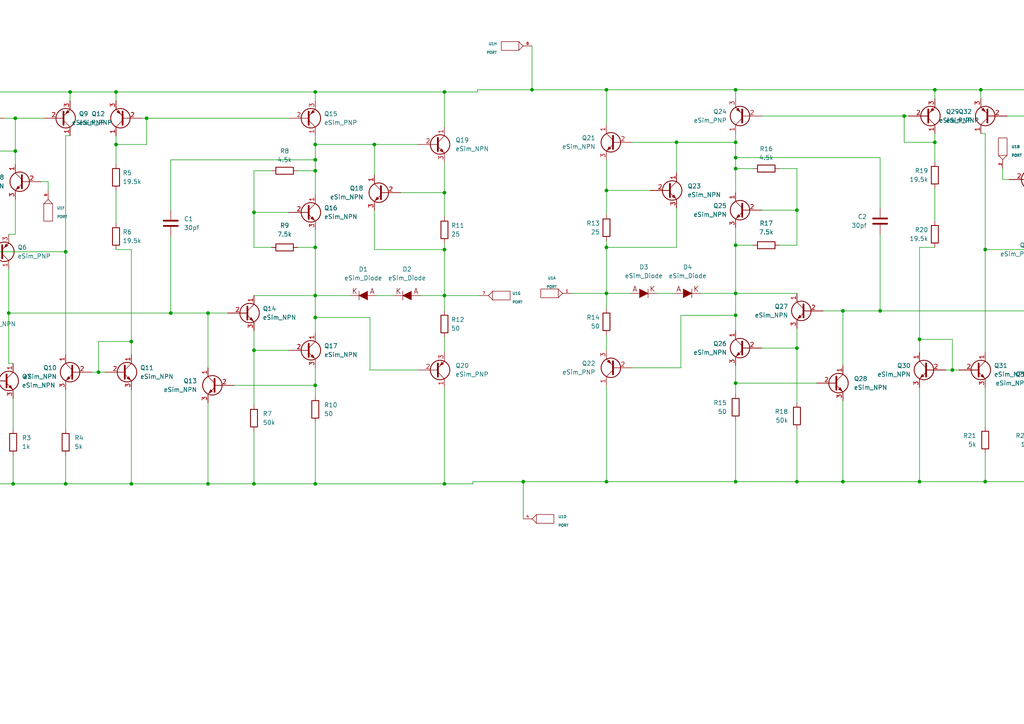
<source format=kicad_sch>
(kicad_sch (version 20211123) (generator eeschema)

  (uuid 6dff7b89-83d4-421e-891a-9114232cc2cc)

  (paper "A4")

  (lib_symbols
    (symbol "eSim_Devices:capacitor" (pin_numbers hide) (pin_names (offset 0.254)) (in_bom yes) (on_board yes)
      (property "Reference" "C" (id 0) (at 0.635 2.54 0)
        (effects (font (size 1.27 1.27)) (justify left))
      )
      (property "Value" "capacitor" (id 1) (at 0.635 -2.54 0)
        (effects (font (size 1.27 1.27)) (justify left))
      )
      (property "Footprint" "" (id 2) (at 0.9652 -3.81 0)
        (effects (font (size 0.762 0.762)))
      )
      (property "Datasheet" "" (id 3) (at 0 0 0)
        (effects (font (size 1.524 1.524)))
      )
      (property "ki_fp_filters" "C_*" (id 4) (at 0 0 0)
        (effects (font (size 1.27 1.27)) hide)
      )
      (symbol "capacitor_0_1"
        (polyline
          (pts
            (xy -2.032 -0.762)
            (xy 2.032 -0.762)
          )
          (stroke (width 0.508) (type default) (color 0 0 0 0))
          (fill (type none))
        )
        (polyline
          (pts
            (xy -2.032 0.762)
            (xy 2.032 0.762)
          )
          (stroke (width 0.508) (type default) (color 0 0 0 0))
          (fill (type none))
        )
      )
      (symbol "capacitor_1_1"
        (pin passive line (at 0 3.81 270) (length 2.794)
          (name "~" (effects (font (size 1.016 1.016))))
          (number "1" (effects (font (size 1.016 1.016))))
        )
        (pin passive line (at 0 -3.81 90) (length 2.794)
          (name "~" (effects (font (size 1.016 1.016))))
          (number "2" (effects (font (size 1.016 1.016))))
        )
      )
    )
    (symbol "eSim_Devices:eSim_Diode" (pin_numbers hide) (pin_names (offset 1.016) hide) (in_bom yes) (on_board yes)
      (property "Reference" "D" (id 0) (at 0 2.54 0)
        (effects (font (size 1.27 1.27)))
      )
      (property "Value" "eSim_Diode" (id 1) (at 0 -2.54 0)
        (effects (font (size 1.27 1.27)))
      )
      (property "Footprint" "" (id 2) (at 0 0 0)
        (effects (font (size 1.524 1.524)))
      )
      (property "Datasheet" "" (id 3) (at 0 0 0)
        (effects (font (size 1.524 1.524)))
      )
      (property "ki_fp_filters" "TO-???* *SingleDiode *_Diode_* *SingleDiode* D_*" (id 4) (at 0 0 0)
        (effects (font (size 1.27 1.27)) hide)
      )
      (symbol "eSim_Diode_0_0"
        (text "A" (at -2.54 1.27 0)
          (effects (font (size 1.524 1.524)))
        )
        (text "K" (at 2.54 1.27 0)
          (effects (font (size 1.524 1.524)))
        )
      )
      (symbol "eSim_Diode_0_1"
        (polyline
          (pts
            (xy 1.27 1.27)
            (xy 1.27 -1.27)
          )
          (stroke (width 0.1524) (type default) (color 0 0 0 0))
          (fill (type none))
        )
        (polyline
          (pts
            (xy -1.27 1.27)
            (xy 1.27 0)
            (xy -1.27 -1.27)
          )
          (stroke (width 0) (type default) (color 0 0 0 0))
          (fill (type outline))
        )
      )
      (symbol "eSim_Diode_1_1"
        (pin passive line (at -3.81 0 0) (length 2.54)
          (name "A" (effects (font (size 1.016 1.016))))
          (number "1" (effects (font (size 1.016 1.016))))
        )
        (pin passive line (at 3.81 0 180) (length 2.54)
          (name "K" (effects (font (size 1.016 1.016))))
          (number "2" (effects (font (size 1.016 1.016))))
        )
      )
    )
    (symbol "eSim_Devices:eSim_NPN" (pin_names (offset 0) hide) (in_bom yes) (on_board yes)
      (property "Reference" "Q" (id 0) (at -2.54 1.27 0)
        (effects (font (size 1.27 1.27)) (justify right))
      )
      (property "Value" "eSim_NPN" (id 1) (at -1.27 3.81 0)
        (effects (font (size 1.27 1.27)) (justify right))
      )
      (property "Footprint" "" (id 2) (at 5.08 2.54 0)
        (effects (font (size 0.7366 0.7366)))
      )
      (property "Datasheet" "" (id 3) (at 0 0 0)
        (effects (font (size 1.524 1.524)))
      )
      (symbol "eSim_NPN_0_1"
        (polyline
          (pts
            (xy 0.635 0.635)
            (xy 2.54 2.54)
          )
          (stroke (width 0) (type default) (color 0 0 0 0))
          (fill (type none))
        )
        (polyline
          (pts
            (xy 0.635 -0.635)
            (xy 2.54 -2.54)
            (xy 2.54 -2.54)
          )
          (stroke (width 0) (type default) (color 0 0 0 0))
          (fill (type none))
        )
        (polyline
          (pts
            (xy 0.635 1.905)
            (xy 0.635 -1.905)
            (xy 0.635 -1.905)
          )
          (stroke (width 0.508) (type default) (color 0 0 0 0))
          (fill (type none))
        )
        (polyline
          (pts
            (xy 1.27 -1.778)
            (xy 1.778 -1.27)
            (xy 2.286 -2.286)
            (xy 1.27 -1.778)
            (xy 1.27 -1.778)
          )
          (stroke (width 0) (type default) (color 0 0 0 0))
          (fill (type outline))
        )
        (circle (center 1.27 0) (radius 2.8194)
          (stroke (width 0.254) (type default) (color 0 0 0 0))
          (fill (type none))
        )
      )
      (symbol "eSim_NPN_1_1"
        (pin passive line (at 2.54 5.08 270) (length 2.54)
          (name "C" (effects (font (size 1.27 1.27))))
          (number "1" (effects (font (size 1.27 1.27))))
        )
        (pin passive line (at -5.08 0 0) (length 5.715)
          (name "B" (effects (font (size 1.27 1.27))))
          (number "2" (effects (font (size 1.27 1.27))))
        )
        (pin passive line (at 2.54 -5.08 90) (length 2.54)
          (name "E" (effects (font (size 1.27 1.27))))
          (number "3" (effects (font (size 1.27 1.27))))
        )
      )
    )
    (symbol "eSim_Devices:eSim_PNP" (pin_names (offset 0) hide) (in_bom yes) (on_board yes)
      (property "Reference" "Q" (id 0) (at -2.54 1.27 0)
        (effects (font (size 1.27 1.27)) (justify right))
      )
      (property "Value" "eSim_PNP" (id 1) (at -1.27 3.81 0)
        (effects (font (size 1.27 1.27)) (justify right))
      )
      (property "Footprint" "" (id 2) (at 5.08 2.54 0)
        (effects (font (size 0.7366 0.7366)))
      )
      (property "Datasheet" "" (id 3) (at 0 0 0)
        (effects (font (size 1.524 1.524)))
      )
      (symbol "eSim_PNP_0_1"
        (polyline
          (pts
            (xy 0.635 0.635)
            (xy 2.54 2.54)
          )
          (stroke (width 0) (type default) (color 0 0 0 0))
          (fill (type none))
        )
        (polyline
          (pts
            (xy 0.635 -0.635)
            (xy 2.54 -2.54)
            (xy 2.54 -2.54)
          )
          (stroke (width 0) (type default) (color 0 0 0 0))
          (fill (type none))
        )
        (polyline
          (pts
            (xy 0.635 1.905)
            (xy 0.635 -1.905)
            (xy 0.635 -1.905)
          )
          (stroke (width 0.508) (type default) (color 0 0 0 0))
          (fill (type none))
        )
        (polyline
          (pts
            (xy 2.286 -1.778)
            (xy 1.778 -2.286)
            (xy 1.27 -1.27)
            (xy 2.286 -1.778)
            (xy 2.286 -1.778)
          )
          (stroke (width 0) (type default) (color 0 0 0 0))
          (fill (type outline))
        )
        (circle (center 1.27 0) (radius 2.8194)
          (stroke (width 0.254) (type default) (color 0 0 0 0))
          (fill (type none))
        )
      )
      (symbol "eSim_PNP_1_1"
        (pin passive line (at 2.54 5.08 270) (length 2.54)
          (name "C" (effects (font (size 1.27 1.27))))
          (number "1" (effects (font (size 1.27 1.27))))
        )
        (pin passive line (at -5.08 0 0) (length 5.715)
          (name "B" (effects (font (size 1.27 1.27))))
          (number "2" (effects (font (size 1.27 1.27))))
        )
        (pin passive line (at 2.54 -5.08 90) (length 2.54)
          (name "E" (effects (font (size 1.27 1.27))))
          (number "3" (effects (font (size 1.27 1.27))))
        )
      )
    )
    (symbol "eSim_Devices:resistor" (pin_numbers hide) (pin_names (offset 0)) (in_bom yes) (on_board yes)
      (property "Reference" "R" (id 0) (at 1.27 3.302 0)
        (effects (font (size 1.27 1.27)))
      )
      (property "Value" "resistor" (id 1) (at 1.27 -1.27 0)
        (effects (font (size 1.27 1.27)))
      )
      (property "Footprint" "" (id 2) (at 1.27 -0.508 0)
        (effects (font (size 0.762 0.762)))
      )
      (property "Datasheet" "" (id 3) (at 1.27 1.27 90)
        (effects (font (size 0.762 0.762)))
      )
      (property "ki_fp_filters" "R_* Resistor_*" (id 4) (at 0 0 0)
        (effects (font (size 1.27 1.27)) hide)
      )
      (symbol "resistor_0_1"
        (rectangle (start 3.81 0.254) (end -1.27 2.286)
          (stroke (width 0.254) (type default) (color 0 0 0 0))
          (fill (type none))
        )
      )
      (symbol "resistor_1_1"
        (pin passive line (at -2.54 1.27 0) (length 1.27)
          (name "~" (effects (font (size 1.524 1.524))))
          (number "1" (effects (font (size 1.524 1.524))))
        )
        (pin passive line (at 5.08 1.27 180) (length 1.27)
          (name "~" (effects (font (size 1.524 1.524))))
          (number "2" (effects (font (size 1.524 1.524))))
        )
      )
    )
    (symbol "eSim_Miscellaneous:PORT" (pin_names (offset 1.016)) (in_bom yes) (on_board yes)
      (property "Reference" "U" (id 0) (at 1.27 2.54 0)
        (effects (font (size 0.762 0.762)))
      )
      (property "Value" "PORT" (id 1) (at 0 0 0)
        (effects (font (size 0.762 0.762)))
      )
      (property "Footprint" "" (id 2) (at 0 0 0)
        (effects (font (size 1.524 1.524)))
      )
      (property "Datasheet" "" (id 3) (at 0 0 0)
        (effects (font (size 1.524 1.524)))
      )
      (symbol "PORT_0_1"
        (rectangle (start -2.54 1.27) (end 2.54 -1.27)
          (stroke (width 0) (type default) (color 0 0 0 0))
          (fill (type none))
        )
        (arc (start 2.54 1.27) (mid 3.1355 0.5955) (end 3.81 0)
          (stroke (width 0) (type default) (color 0 0 0 0))
          (fill (type none))
        )
        (arc (start 3.81 0) (mid 3.1447 -0.6046) (end 2.54 -1.27)
          (stroke (width 0) (type default) (color 0 0 0 0))
          (fill (type none))
        )
      )
      (symbol "PORT_1_1"
        (pin bidirectional line (at 6.35 0 180) (length 2.54)
          (name "~" (effects (font (size 0.762 0.762))))
          (number "1" (effects (font (size 0.762 0.762))))
        )
      )
      (symbol "PORT_2_1"
        (pin bidirectional line (at 6.35 0 180) (length 2.54)
          (name "~" (effects (font (size 0.762 0.762))))
          (number "2" (effects (font (size 0.762 0.762))))
        )
      )
      (symbol "PORT_3_1"
        (pin bidirectional line (at 6.35 0 180) (length 2.54)
          (name "~" (effects (font (size 0.762 0.762))))
          (number "3" (effects (font (size 0.762 0.762))))
        )
      )
      (symbol "PORT_4_1"
        (pin bidirectional line (at 6.35 0 180) (length 2.54)
          (name "~" (effects (font (size 0.762 0.762))))
          (number "4" (effects (font (size 0.762 0.762))))
        )
      )
      (symbol "PORT_5_1"
        (pin bidirectional line (at 6.35 0 180) (length 2.54)
          (name "~" (effects (font (size 0.762 0.762))))
          (number "5" (effects (font (size 0.762 0.762))))
        )
      )
      (symbol "PORT_6_1"
        (pin bidirectional line (at 6.35 0 180) (length 2.54)
          (name "~" (effects (font (size 0.762 0.762))))
          (number "6" (effects (font (size 0.762 0.762))))
        )
      )
      (symbol "PORT_7_1"
        (pin bidirectional line (at 6.35 0 180) (length 2.54)
          (name "~" (effects (font (size 0.762 0.762))))
          (number "7" (effects (font (size 0.762 0.762))))
        )
      )
      (symbol "PORT_8_1"
        (pin bidirectional line (at 6.35 0 180) (length 2.54)
          (name "~" (effects (font (size 0.762 0.762))))
          (number "8" (effects (font (size 0.762 0.762))))
        )
      )
      (symbol "PORT_9_1"
        (pin bidirectional line (at 6.35 0 180) (length 2.54)
          (name "~" (effects (font (size 0.762 0.762))))
          (number "9" (effects (font (size 0.762 0.762))))
        )
      )
      (symbol "PORT_10_1"
        (pin bidirectional line (at 6.35 0 180) (length 2.54)
          (name "~" (effects (font (size 0.762 0.762))))
          (number "10" (effects (font (size 0.762 0.762))))
        )
      )
      (symbol "PORT_11_1"
        (pin bidirectional line (at 6.35 0 180) (length 2.54)
          (name "~" (effects (font (size 0.762 0.762))))
          (number "11" (effects (font (size 0.762 0.762))))
        )
      )
      (symbol "PORT_12_1"
        (pin bidirectional line (at 6.35 0 180) (length 2.54)
          (name "~" (effects (font (size 0.762 0.762))))
          (number "12" (effects (font (size 0.762 0.762))))
        )
      )
      (symbol "PORT_13_1"
        (pin bidirectional line (at 6.35 0 180) (length 2.54)
          (name "~" (effects (font (size 0.762 0.762))))
          (number "13" (effects (font (size 0.762 0.762))))
        )
      )
      (symbol "PORT_14_1"
        (pin bidirectional line (at 6.35 0 180) (length 2.54)
          (name "~" (effects (font (size 0.762 0.762))))
          (number "14" (effects (font (size 0.762 0.762))))
        )
      )
      (symbol "PORT_15_1"
        (pin bidirectional line (at 6.35 0 180) (length 2.54)
          (name "~" (effects (font (size 0.762 0.762))))
          (number "15" (effects (font (size 0.762 0.762))))
        )
      )
      (symbol "PORT_16_1"
        (pin bidirectional line (at 6.35 0 180) (length 2.54)
          (name "~" (effects (font (size 0.762 0.762))))
          (number "16" (effects (font (size 0.762 0.762))))
        )
      )
      (symbol "PORT_17_1"
        (pin bidirectional line (at 6.35 0 180) (length 2.54)
          (name "~" (effects (font (size 0.762 0.762))))
          (number "17" (effects (font (size 0.762 0.762))))
        )
      )
      (symbol "PORT_18_1"
        (pin bidirectional line (at 6.35 0 180) (length 2.54)
          (name "~" (effects (font (size 0.762 0.762))))
          (number "18" (effects (font (size 0.762 0.762))))
        )
      )
      (symbol "PORT_19_1"
        (pin bidirectional line (at 6.35 0 180) (length 2.54)
          (name "~" (effects (font (size 0.762 0.762))))
          (number "19" (effects (font (size 0.762 0.762))))
        )
      )
      (symbol "PORT_20_1"
        (pin bidirectional line (at 6.35 0 180) (length 2.54)
          (name "~" (effects (font (size 0.762 0.762))))
          (number "20" (effects (font (size 0.762 0.762))))
        )
      )
      (symbol "PORT_21_1"
        (pin bidirectional line (at 6.35 0 180) (length 2.54)
          (name "~" (effects (font (size 0.762 0.762))))
          (number "21" (effects (font (size 0.762 0.762))))
        )
      )
      (symbol "PORT_22_1"
        (pin bidirectional line (at 6.35 0 180) (length 2.54)
          (name "~" (effects (font (size 0.762 0.762))))
          (number "22" (effects (font (size 0.762 0.762))))
        )
      )
      (symbol "PORT_23_1"
        (pin bidirectional line (at 6.35 0 180) (length 2.54)
          (name "~" (effects (font (size 0.762 0.762))))
          (number "23" (effects (font (size 0.762 0.762))))
        )
      )
      (symbol "PORT_24_1"
        (pin bidirectional line (at 6.35 0 180) (length 2.54)
          (name "~" (effects (font (size 0.762 0.762))))
          (number "24" (effects (font (size 0.762 0.762))))
        )
      )
      (symbol "PORT_25_1"
        (pin bidirectional line (at 6.35 0 180) (length 2.54)
          (name "~" (effects (font (size 0.762 0.762))))
          (number "25" (effects (font (size 0.762 0.762))))
        )
      )
      (symbol "PORT_26_1"
        (pin bidirectional line (at 6.35 0 180) (length 2.54)
          (name "~" (effects (font (size 0.762 0.762))))
          (number "26" (effects (font (size 0.762 0.762))))
        )
      )
    )
  )

  (junction (at 73.66 61.595) (diameter 0) (color 0 0 0 0)
    (uuid 0102223a-863c-45e7-b312-ce638f2c9efc)
  )
  (junction (at 324.485 92.075) (diameter 0) (color 0 0 0 0)
    (uuid 07673d30-76d4-48b5-8f3b-01955bad769e)
  )
  (junction (at -6.35 43.815) (diameter 0) (color 0 0 0 0)
    (uuid 08d30c5a-6ed1-48b4-a021-4cd9b4831dff)
  )
  (junction (at 38.1 99.06) (diameter 0) (color 0 0 0 0)
    (uuid 0915119a-c781-4e0d-bcde-72f80e3721c8)
  )
  (junction (at 91.44 92.075) (diameter 0) (color 0 0 0 0)
    (uuid 09c22649-30eb-4875-b828-64ba4dc3ea37)
  )
  (junction (at 175.895 55.245) (diameter 0) (color 0 0 0 0)
    (uuid 0b53564f-c285-4f0b-b0fb-b1fa84529c66)
  )
  (junction (at 128.905 55.88) (diameter 0) (color 0 0 0 0)
    (uuid 0d176b5f-c489-4065-ae67-73a14dd4d161)
  )
  (junction (at 20.32 26.67) (diameter 0) (color 0 0 0 0)
    (uuid 0d62c5a2-705c-49e2-9753-b73b3a121086)
  )
  (junction (at 300.355 33.655) (diameter 0) (color 0 0 0 0)
    (uuid 0e46105c-23ed-448e-a174-099e98e8a186)
  )
  (junction (at 213.36 41.275) (diameter 0) (color 0 0 0 0)
    (uuid 1493db44-3a40-4fa9-aaf3-402897ff6443)
  )
  (junction (at 300.355 43.18) (diameter 0) (color 0 0 0 0)
    (uuid 219f575c-4b9b-49ef-872e-eb8013403e08)
  )
  (junction (at 213.36 111.125) (diameter 0) (color 0 0 0 0)
    (uuid 275c13a8-6fd5-4bbf-bffa-425c1be105bf)
  )
  (junction (at -6.35 140.335) (diameter 0) (color 0 0 0 0)
    (uuid 2f8acfb3-f5df-4c56-b140-e73569c476e2)
  )
  (junction (at 175.895 26.035) (diameter 0) (color 0 0 0 0)
    (uuid 3257470b-5aff-4843-af5a-9a1cf5021345)
  )
  (junction (at 91.44 41.91) (diameter 0) (color 0 0 0 0)
    (uuid 3c0531c9-108a-4619-b7da-3ed0dd61ca81)
  )
  (junction (at 73.66 140.335) (diameter 0) (color 0 0 0 0)
    (uuid 3c07413d-30b5-41f0-bdae-5f1f2dfd78b3)
  )
  (junction (at 244.475 90.17) (diameter 0) (color 0 0 0 0)
    (uuid 3e16a6f9-103b-4474-8a79-32489f6ccd00)
  )
  (junction (at 108.585 41.91) (diameter 0) (color 0 0 0 0)
    (uuid 3ed58acb-cffc-44ee-8dfc-829b84997966)
  )
  (junction (at 266.7 98.425) (diameter 0) (color 0 0 0 0)
    (uuid 3f11f03b-03c4-4d5e-b944-6f4ad36d790a)
  )
  (junction (at 213.36 45.72) (diameter 0) (color 0 0 0 0)
    (uuid 3f402c1e-db49-46fa-9e81-ba88573af0e4)
  )
  (junction (at 60.325 90.805) (diameter 0) (color 0 0 0 0)
    (uuid 40981369-9925-4976-bff1-db09d0323bce)
  )
  (junction (at 42.545 34.29) (diameter 0) (color 0 0 0 0)
    (uuid 459a7625-c667-40f9-a9ea-892149b82c41)
  )
  (junction (at 311.15 109.855) (diameter 0) (color 0 0 0 0)
    (uuid 49c12927-dfda-43b6-896b-dfa45b3a39de)
  )
  (junction (at 33.655 26.67) (diameter 0) (color 0 0 0 0)
    (uuid 4c8d5d24-9072-480d-a41a-2a6d90074394)
  )
  (junction (at 255.27 90.17) (diameter 0) (color 0 0 0 0)
    (uuid 4d8d2c3f-a442-4bbd-a986-d0d1aaf7880a)
  )
  (junction (at 3.81 140.335) (diameter 0) (color 0 0 0 0)
    (uuid 4e0a1bb8-8a98-4e71-9e2e-0f99cf59fab6)
  )
  (junction (at 60.325 140.335) (diameter 0) (color 0 0 0 0)
    (uuid 54d6022a-1299-4618-a397-8f15060cb222)
  )
  (junction (at 314.325 109.855) (diameter 0) (color 0 0 0 0)
    (uuid 54de9c0f-1dbf-4f6b-9dc8-b6f7f73bb34d)
  )
  (junction (at 213.36 91.44) (diameter 0) (color 0 0 0 0)
    (uuid 55c3e5b2-15c2-49db-ad9d-754ed8abaf30)
  )
  (junction (at 128.905 85.725) (diameter 0) (color 0 0 0 0)
    (uuid 587c02e6-7acb-497b-a213-2ebf8f1adf9a)
  )
  (junction (at 154.305 26.035) (diameter 0) (color 0 0 0 0)
    (uuid 59653444-30c3-46cd-9931-e0130652f3b9)
  )
  (junction (at -5.08 73.025) (diameter 0) (color 0 0 0 0)
    (uuid 5a07d3d6-e0b8-49d8-b6ad-40325cb207de)
  )
  (junction (at 91.44 49.53) (diameter 0) (color 0 0 0 0)
    (uuid 5ab12863-77d6-4cc8-af10-c6fc776a55c5)
  )
  (junction (at 91.44 46.355) (diameter 0) (color 0 0 0 0)
    (uuid 5e97d849-cf2d-4844-936c-c447e6f2b409)
  )
  (junction (at 19.05 140.335) (diameter 0) (color 0 0 0 0)
    (uuid 64b83bfd-72f4-40f6-9d9a-2969ea5fbfa1)
  )
  (junction (at 311.15 139.7) (diameter 0) (color 0 0 0 0)
    (uuid 64def1dc-c2ef-4012-96a6-2a653d45a63d)
  )
  (junction (at 213.36 48.895) (diameter 0) (color 0 0 0 0)
    (uuid 6c1ff31d-8de8-4197-975c-8be3bce956fd)
  )
  (junction (at 309.88 72.39) (diameter 0) (color 0 0 0 0)
    (uuid 6d596d32-09a3-4b93-9df1-739759b940dd)
  )
  (junction (at -9.525 110.49) (diameter 0) (color 0 0 0 0)
    (uuid 6dbff82c-697b-479d-ab0e-909459db8fa4)
  )
  (junction (at 175.895 85.09) (diameter 0) (color 0 0 0 0)
    (uuid 77363832-852f-4b4d-93b5-500b3d971e4f)
  )
  (junction (at 213.36 71.12) (diameter 0) (color 0 0 0 0)
    (uuid 775ba939-fc02-4d42-9857-0f1ce8298e4f)
  )
  (junction (at 213.36 26.035) (diameter 0) (color 0 0 0 0)
    (uuid 7910f750-020c-4b61-981f-0989a35dcc2e)
  )
  (junction (at 213.36 85.09) (diameter 0) (color 0 0 0 0)
    (uuid 87312c3e-9563-4143-af3e-c379323d9192)
  )
  (junction (at 38.1 140.335) (diameter 0) (color 0 0 0 0)
    (uuid 88c1ae4e-6ba0-436b-a89f-eb5a6cb3a921)
  )
  (junction (at 91.44 111.76) (diameter 0) (color 0 0 0 0)
    (uuid 88d2cc7a-106f-4bc8-b894-5fbb011dabd9)
  )
  (junction (at 213.36 139.7) (diameter 0) (color 0 0 0 0)
    (uuid 8d272007-5a78-4a4b-b3dc-1f242c3b393a)
  )
  (junction (at 271.145 26.035) (diameter 0) (color 0 0 0 0)
    (uuid 8f90429a-77c9-4ef7-a8cb-a0fc490a3772)
  )
  (junction (at 244.475 139.7) (diameter 0) (color 0 0 0 0)
    (uuid 91eb6475-da3f-4807-bfc8-b3eb8fc87155)
  )
  (junction (at 151.765 139.7) (diameter 0) (color 0 0 0 0)
    (uuid 91fc8287-6b95-450c-abc2-0c802a219d25)
  )
  (junction (at 2.54 90.805) (diameter 0) (color 0 0 0 0)
    (uuid 9b956759-195e-4811-96c2-5890d13846f4)
  )
  (junction (at -6.35 110.49) (diameter 0) (color 0 0 0 0)
    (uuid a12ae34c-3d1a-47ff-874e-10336aacfe02)
  )
  (junction (at 175.895 139.7) (diameter 0) (color 0 0 0 0)
    (uuid a573d8bf-ed9b-4790-95c4-e835fb835d37)
  )
  (junction (at 231.14 100.965) (diameter 0) (color 0 0 0 0)
    (uuid a69cb1d3-56f0-475d-beb6-f472961f6732)
  )
  (junction (at 19.05 73.025) (diameter 0) (color 0 0 0 0)
    (uuid ac89d2ea-5b29-4aa7-bc60-4730818715c9)
  )
  (junction (at 284.48 26.035) (diameter 0) (color 0 0 0 0)
    (uuid b354641c-05cd-49bb-b059-82a749573ec4)
  )
  (junction (at 128.905 140.335) (diameter 0) (color 0 0 0 0)
    (uuid b3cddcb7-a897-4f54-8d37-55eb3511ace0)
  )
  (junction (at 91.44 71.755) (diameter 0) (color 0 0 0 0)
    (uuid bc18d924-f2fa-4049-a0b7-07be82bc0c8e)
  )
  (junction (at 266.7 139.7) (diameter 0) (color 0 0 0 0)
    (uuid bddc8c5a-b39f-4907-8b54-9b0568d477cd)
  )
  (junction (at 4.445 34.29) (diameter 0) (color 0 0 0 0)
    (uuid be01a500-a396-47d6-8aec-4ccb03afad02)
  )
  (junction (at 91.44 85.725) (diameter 0) (color 0 0 0 0)
    (uuid c6991a48-b9ca-4978-97cf-aa0bfc475e7c)
  )
  (junction (at 28.575 107.95) (diameter 0) (color 0 0 0 0)
    (uuid c85dae37-5dc6-467b-9ffc-c9f409d73719)
  )
  (junction (at 311.15 43.18) (diameter 0) (color 0 0 0 0)
    (uuid caa13826-7e5d-407b-a353-f8a97aecfe04)
  )
  (junction (at -6.35 26.67) (diameter 0) (color 0 0 0 0)
    (uuid d2f94225-e2e8-47ca-88d8-6ea5d52b3362)
  )
  (junction (at 285.75 72.39) (diameter 0) (color 0 0 0 0)
    (uuid d300eb32-ed20-4f99-a8a8-a40a37fee506)
  )
  (junction (at 4.445 43.815) (diameter 0) (color 0 0 0 0)
    (uuid d5b8ebe4-9df5-4c65-85c9-6e4d2990da6c)
  )
  (junction (at 128.905 72.39) (diameter 0) (color 0 0 0 0)
    (uuid d61a7f05-eba1-4dbf-912c-f693808cee43)
  )
  (junction (at 276.225 107.315) (diameter 0) (color 0 0 0 0)
    (uuid d9705b90-f0ba-431c-a85d-507bc2d60a13)
  )
  (junction (at 231.14 139.7) (diameter 0) (color 0 0 0 0)
    (uuid da284fde-17be-4b56-9dfe-bf8932164116)
  )
  (junction (at 175.895 71.755) (diameter 0) (color 0 0 0 0)
    (uuid dad8f2fe-9456-4662-9a48-8b1a98db25ae)
  )
  (junction (at 196.215 41.275) (diameter 0) (color 0 0 0 0)
    (uuid e301bd71-285d-4e48-8af3-a7e01f635f0b)
  )
  (junction (at 91.44 26.67) (diameter 0) (color 0 0 0 0)
    (uuid e3604a22-8a88-4a3f-85db-fdbdb00aecbd)
  )
  (junction (at 33.655 41.91) (diameter 0) (color 0 0 0 0)
    (uuid e559af5f-4622-4778-ac2f-d5f5f830202b)
  )
  (junction (at 285.75 139.7) (diameter 0) (color 0 0 0 0)
    (uuid e57176fa-f96c-4de6-ba5b-c9bd62b01364)
  )
  (junction (at 128.905 26.67) (diameter 0) (color 0 0 0 0)
    (uuid e68ad7ac-b59b-4f48-bd96-9e756353d54e)
  )
  (junction (at 73.66 101.6) (diameter 0) (color 0 0 0 0)
    (uuid e82f45ef-bff3-42a2-9c2a-32c9b825316a)
  )
  (junction (at 271.145 41.275) (diameter 0) (color 0 0 0 0)
    (uuid e8a8d7be-7008-40d2-ac9b-6e0a2817f161)
  )
  (junction (at 91.44 140.335) (diameter 0) (color 0 0 0 0)
    (uuid ebe5ef90-2aab-499b-96d5-031d2faa5918)
  )
  (junction (at 302.26 90.17) (diameter 0) (color 0 0 0 0)
    (uuid edf66e14-e0a9-45ce-ae38-28c39f7c7415)
  )
  (junction (at -19.685 92.71) (diameter 0) (color 0 0 0 0)
    (uuid f39ebfe7-14bd-4f66-bfd3-3621e7862fd0)
  )
  (junction (at 49.53 90.805) (diameter 0) (color 0 0 0 0)
    (uuid f3d7390f-3838-4706-947e-660357e7936f)
  )
  (junction (at 262.255 33.655) (diameter 0) (color 0 0 0 0)
    (uuid f515b5fb-129c-4cf0-a106-a1a56108745d)
  )
  (junction (at 311.15 26.035) (diameter 0) (color 0 0 0 0)
    (uuid f56e55ba-be11-4b02-b5ad-f082390ecb1e)
  )
  (junction (at 300.99 139.7) (diameter 0) (color 0 0 0 0)
    (uuid f8e341e2-5d72-4d3a-8d0d-28cb56607d36)
  )
  (junction (at 231.14 60.96) (diameter 0) (color 0 0 0 0)
    (uuid ff10a0f1-412a-4e9d-8964-524a8f3bab7a)
  )

  (wire (pts (xy 300.355 43.18) (xy 300.355 33.655))
    (stroke (width 0) (type default) (color 0 0 0 0))
    (uuid 013226a0-e3ea-44e1-b0e3-234e87201725)
  )
  (wire (pts (xy 33.655 26.67) (xy 33.655 29.21))
    (stroke (width 0) (type default) (color 0 0 0 0))
    (uuid 0289c15f-6ce8-4985-9ea7-48402446c630)
  )
  (wire (pts (xy -19.685 92.71) (xy -19.685 78.105))
    (stroke (width 0) (type default) (color 0 0 0 0))
    (uuid 028a2162-28f3-47a3-9dee-f236b5b3274d)
  )
  (wire (pts (xy 324.485 92.075) (xy 320.04 92.075))
    (stroke (width 0) (type default) (color 0 0 0 0))
    (uuid 0345e4c7-9528-4586-b5d6-a3195adf2ed2)
  )
  (wire (pts (xy 108.585 72.39) (xy 128.905 72.39))
    (stroke (width 0) (type default) (color 0 0 0 0))
    (uuid 03583ee8-e897-420a-85e0-0659180a6602)
  )
  (wire (pts (xy 220.98 100.965) (xy 231.14 100.965))
    (stroke (width 0) (type default) (color 0 0 0 0))
    (uuid 064dd76b-46b4-4100-a848-86c782efc04c)
  )
  (wire (pts (xy 231.14 60.96) (xy 231.14 71.12))
    (stroke (width 0) (type default) (color 0 0 0 0))
    (uuid 0666a2f3-78ab-4408-a8b8-de71c3824735)
  )
  (wire (pts (xy -19.685 57.785) (xy -19.685 67.945))
    (stroke (width 0) (type default) (color 0 0 0 0))
    (uuid 07864b56-ff7d-45e6-8bbf-3f7e912f7c24)
  )
  (wire (pts (xy 213.36 85.09) (xy 213.36 71.12))
    (stroke (width 0) (type default) (color 0 0 0 0))
    (uuid 0817428e-b045-4b61-a36b-09795713da18)
  )
  (wire (pts (xy 137.16 139.7) (xy 151.765 139.7))
    (stroke (width 0) (type default) (color 0 0 0 0))
    (uuid 09085f91-ea6d-4f07-883a-588af7c63ef1)
  )
  (wire (pts (xy 67.945 111.76) (xy 91.44 111.76))
    (stroke (width 0) (type default) (color 0 0 0 0))
    (uuid 0aa21d04-034b-4b3c-abc5-a11043577d3f)
  )
  (wire (pts (xy 33.655 55.245) (xy 33.655 64.77))
    (stroke (width 0) (type default) (color 0 0 0 0))
    (uuid 0ad1d31d-6fe7-4751-87d2-c0d74e3f6321)
  )
  (wire (pts (xy 2.54 90.805) (xy 2.54 105.41))
    (stroke (width 0) (type default) (color 0 0 0 0))
    (uuid 0c1a2c87-9b68-44d4-935c-23b82b22f9a6)
  )
  (wire (pts (xy -6.35 26.67) (xy -6.35 29.21))
    (stroke (width 0) (type default) (color 0 0 0 0))
    (uuid 0cadab4c-d8e7-43fe-8c57-ed8f5f1836e7)
  )
  (wire (pts (xy 197.485 106.68) (xy 197.485 91.44))
    (stroke (width 0) (type default) (color 0 0 0 0))
    (uuid 0e819100-6782-4e85-a05b-0b3cb334ec2d)
  )
  (wire (pts (xy 196.215 71.755) (xy 175.895 71.755))
    (stroke (width 0) (type default) (color 0 0 0 0))
    (uuid 111aa70b-c197-42e9-bd26-db61f1ddc9e1)
  )
  (wire (pts (xy 33.655 41.91) (xy 33.655 47.625))
    (stroke (width 0) (type default) (color 0 0 0 0))
    (uuid 11685cfa-0795-4ac1-8b6e-a8a44e446ef5)
  )
  (wire (pts (xy -5.08 73.025) (xy 19.05 73.025))
    (stroke (width 0) (type default) (color 0 0 0 0))
    (uuid 12467b4b-ae3c-4798-bf9c-9fb496490d1d)
  )
  (wire (pts (xy -9.525 110.49) (xy -6.35 110.49))
    (stroke (width 0) (type default) (color 0 0 0 0))
    (uuid 12ecf7f1-c167-4c16-9ed9-b0397f284807)
  )
  (wire (pts (xy 91.44 85.725) (xy 101.6 85.725))
    (stroke (width 0) (type default) (color 0 0 0 0))
    (uuid 15de9ab1-822e-4cc8-95dd-49e6b77758fa)
  )
  (wire (pts (xy 311.15 26.035) (xy 311.15 28.575))
    (stroke (width 0) (type default) (color 0 0 0 0))
    (uuid 186e1bff-356e-4845-853f-06165ae6bc93)
  )
  (wire (pts (xy 311.15 139.7) (xy 311.15 131.445))
    (stroke (width 0) (type default) (color 0 0 0 0))
    (uuid 1bf349df-497f-40b9-89b0-abcadc01d585)
  )
  (wire (pts (xy 285.75 139.7) (xy 266.7 139.7))
    (stroke (width 0) (type default) (color 0 0 0 0))
    (uuid 1c1615e3-4fd3-424f-b78c-ad3bbcb44448)
  )
  (wire (pts (xy -19.685 92.71) (xy -15.24 92.71))
    (stroke (width 0) (type default) (color 0 0 0 0))
    (uuid 1d32d3da-0914-4fb5-9af5-a40507728597)
  )
  (wire (pts (xy -19.685 47.625) (xy -19.685 43.815))
    (stroke (width 0) (type default) (color 0 0 0 0))
    (uuid 1d5908e2-691b-4c40-ac53-1864566de233)
  )
  (wire (pts (xy -7.62 108.585) (xy -9.525 108.585))
    (stroke (width 0) (type default) (color 0 0 0 0))
    (uuid 20f92ea9-69b0-4400-bab8-5259dfce6690)
  )
  (wire (pts (xy 271.145 54.61) (xy 271.145 64.135))
    (stroke (width 0) (type default) (color 0 0 0 0))
    (uuid 210a6d8e-8ced-423e-ae35-a5ec5cad38b3)
  )
  (wire (pts (xy 311.15 43.18) (xy 300.355 43.18))
    (stroke (width 0) (type default) (color 0 0 0 0))
    (uuid 226b73e4-a4b2-471b-821d-983e23fb56cf)
  )
  (wire (pts (xy 317.5 26.035) (xy 311.15 26.035))
    (stroke (width 0) (type default) (color 0 0 0 0))
    (uuid 23821ce9-ff12-471d-9eb1-49c46f8ab53c)
  )
  (wire (pts (xy 337.82 55.245) (xy 336.55 55.245))
    (stroke (width 0) (type default) (color 0 0 0 0))
    (uuid 2458ab5e-ef19-4a00-a924-bfda94fb0d0a)
  )
  (wire (pts (xy 266.7 139.7) (xy 244.475 139.7))
    (stroke (width 0) (type default) (color 0 0 0 0))
    (uuid 24a85cf5-ddc0-4647-b6ea-5e2386047d1b)
  )
  (wire (pts (xy 324.485 104.775) (xy 324.485 92.075))
    (stroke (width 0) (type default) (color 0 0 0 0))
    (uuid 24c4a6e6-816f-421c-9a3a-c572e0b99f6c)
  )
  (wire (pts (xy 213.36 38.735) (xy 213.36 41.275))
    (stroke (width 0) (type default) (color 0 0 0 0))
    (uuid 25710d67-be11-49b5-951f-2c067155be8e)
  )
  (wire (pts (xy 33.655 39.37) (xy 33.655 41.91))
    (stroke (width 0) (type default) (color 0 0 0 0))
    (uuid 2585b9e0-ebac-4dc6-9189-7a5ab7f4c441)
  )
  (wire (pts (xy 316.865 109.855) (xy 314.325 109.855))
    (stroke (width 0) (type default) (color 0 0 0 0))
    (uuid 285bb569-7467-4a55-b881-2e29eebade50)
  )
  (wire (pts (xy 19.05 39.37) (xy 20.32 39.37))
    (stroke (width 0) (type default) (color 0 0 0 0))
    (uuid 2d9a941b-f2f0-43e4-9a9c-819af349fb65)
  )
  (wire (pts (xy 128.905 97.79) (xy 128.905 102.235))
    (stroke (width 0) (type default) (color 0 0 0 0))
    (uuid 2db2f26d-51e2-420e-9bd6-d687bba05660)
  )
  (wire (pts (xy 300.355 67.31) (xy 302.26 67.31))
    (stroke (width 0) (type default) (color 0 0 0 0))
    (uuid 2dcf2af5-ef37-4720-972c-390092b9b79d)
  )
  (wire (pts (xy 312.42 48.26) (xy 312.42 86.995))
    (stroke (width 0) (type default) (color 0 0 0 0))
    (uuid 2fff1f4d-629d-4522-91c7-ab94ce7bd53b)
  )
  (wire (pts (xy 302.26 90.17) (xy 302.26 104.775))
    (stroke (width 0) (type default) (color 0 0 0 0))
    (uuid 30574d06-cd24-4019-9305-5cbb62e50160)
  )
  (wire (pts (xy 175.895 55.245) (xy 175.895 62.23))
    (stroke (width 0) (type default) (color 0 0 0 0))
    (uuid 30b5d35e-909a-4c6a-8185-9d1a10baa0dc)
  )
  (wire (pts (xy 73.66 140.335) (xy 91.44 140.335))
    (stroke (width 0) (type default) (color 0 0 0 0))
    (uuid 32e525a0-3ba1-46cf-a581-a3f1de4665b6)
  )
  (wire (pts (xy -19.685 105.41) (xy -19.685 92.71))
    (stroke (width 0) (type default) (color 0 0 0 0))
    (uuid 3309cbfa-24b5-4ce3-bc8b-c482593f5502)
  )
  (wire (pts (xy 137.16 140.335) (xy 128.905 140.335))
    (stroke (width 0) (type default) (color 0 0 0 0))
    (uuid 3347a8c9-a3a8-466c-ba34-da478cfeba3e)
  )
  (wire (pts (xy 91.44 26.67) (xy 91.44 29.21))
    (stroke (width 0) (type default) (color 0 0 0 0))
    (uuid 33eaacdc-52fc-4ad3-95ae-6c9faedb825a)
  )
  (wire (pts (xy 266.7 102.235) (xy 266.7 98.425))
    (stroke (width 0) (type default) (color 0 0 0 0))
    (uuid 3516a367-e7b3-410a-be55-cf71aac6ed26)
  )
  (wire (pts (xy 255.27 90.17) (xy 244.475 90.17))
    (stroke (width 0) (type default) (color 0 0 0 0))
    (uuid 3664d754-3995-41cf-bebb-3a493e287164)
  )
  (wire (pts (xy 49.53 68.58) (xy 49.53 90.805))
    (stroke (width 0) (type default) (color 0 0 0 0))
    (uuid 36e7b4d7-fb3b-453b-8a8b-1106ef35b41c)
  )
  (wire (pts (xy 175.895 89.535) (xy 175.895 85.09))
    (stroke (width 0) (type default) (color 0 0 0 0))
    (uuid 37c6dfaf-f51e-49de-b9f4-9e1a5c02c665)
  )
  (wire (pts (xy 12.065 52.705) (xy 13.97 52.705))
    (stroke (width 0) (type default) (color 0 0 0 0))
    (uuid 3808c786-c6eb-4908-b356-5ba54ce47a8a)
  )
  (wire (pts (xy 314.325 109.855) (xy 311.15 109.855))
    (stroke (width 0) (type default) (color 0 0 0 0))
    (uuid 395a0d2e-3275-41fa-b740-77adbbae23df)
  )
  (wire (pts (xy 3.81 140.335) (xy 3.81 132.08))
    (stroke (width 0) (type default) (color 0 0 0 0))
    (uuid 39ce9949-34d3-4fd4-b0dd-776b907cfae2)
  )
  (wire (pts (xy 4.445 43.815) (xy 4.445 34.29))
    (stroke (width 0) (type default) (color 0 0 0 0))
    (uuid 3a9b3b03-2d91-4cce-9e7b-ff17fc194173)
  )
  (wire (pts (xy 266.7 71.755) (xy 271.145 71.755))
    (stroke (width 0) (type default) (color 0 0 0 0))
    (uuid 3e664bed-91bf-4135-8fec-f8956bd00264)
  )
  (wire (pts (xy 311.15 109.855) (xy 311.15 123.825))
    (stroke (width 0) (type default) (color 0 0 0 0))
    (uuid 3edabaa0-c751-4f1d-a233-05ec4c374bc5)
  )
  (wire (pts (xy 73.66 140.335) (xy 73.66 125.095))
    (stroke (width 0) (type default) (color 0 0 0 0))
    (uuid 401cf345-8022-4026-8d12-3e4b243056af)
  )
  (wire (pts (xy -12.7 26.67) (xy -6.35 26.67))
    (stroke (width 0) (type default) (color 0 0 0 0))
    (uuid 406836c4-eb0c-4816-ad9e-5bef4e2b4f51)
  )
  (wire (pts (xy 244.475 139.7) (xy 231.14 139.7))
    (stroke (width 0) (type default) (color 0 0 0 0))
    (uuid 4475c76e-9524-44a2-8ef9-d3fb9f873421)
  )
  (wire (pts (xy 73.66 95.885) (xy 73.66 101.6))
    (stroke (width 0) (type default) (color 0 0 0 0))
    (uuid 447ffcc6-843c-41f6-9d53-5e8e47f3b3e0)
  )
  (wire (pts (xy 324.485 131.445) (xy 324.485 139.7))
    (stroke (width 0) (type default) (color 0 0 0 0))
    (uuid 45a2c706-8cef-421c-9006-df701818065c)
  )
  (wire (pts (xy 121.285 107.315) (xy 107.315 107.315))
    (stroke (width 0) (type default) (color 0 0 0 0))
    (uuid 45d9dd08-3ae0-4e5f-9baa-3415ef984211)
  )
  (wire (pts (xy 213.36 91.44) (xy 213.36 95.885))
    (stroke (width 0) (type default) (color 0 0 0 0))
    (uuid 45ff5d6c-999d-4584-b9b7-43328d199ad4)
  )
  (wire (pts (xy 49.53 60.96) (xy 49.53 46.355))
    (stroke (width 0) (type default) (color 0 0 0 0))
    (uuid 4730beb9-9569-4a8d-ad69-cb2a17639df3)
  )
  (wire (pts (xy 231.14 85.09) (xy 213.36 85.09))
    (stroke (width 0) (type default) (color 0 0 0 0))
    (uuid 4781eb16-db73-40a7-adbe-345a4aa5283b)
  )
  (wire (pts (xy 73.66 61.595) (xy 73.66 71.755))
    (stroke (width 0) (type default) (color 0 0 0 0))
    (uuid 49eab950-e8f1-446e-a0ba-5ca2fe709aba)
  )
  (wire (pts (xy -10.795 73.025) (xy -5.08 73.025))
    (stroke (width 0) (type default) (color 0 0 0 0))
    (uuid 4bb0cf7b-0c01-4d52-854d-fdc1056cbd99)
  )
  (wire (pts (xy 317.5 48.26) (xy 317.5 26.035))
    (stroke (width 0) (type default) (color 0 0 0 0))
    (uuid 4d2b9561-9d2e-4aa2-affe-abde5e38f8d0)
  )
  (wire (pts (xy 116.205 55.88) (xy 128.905 55.88))
    (stroke (width 0) (type default) (color 0 0 0 0))
    (uuid 4e2f1732-b50f-4816-a469-4325ab1931de)
  )
  (wire (pts (xy 20.32 26.67) (xy 33.655 26.67))
    (stroke (width 0) (type default) (color 0 0 0 0))
    (uuid 4e759fe6-4b09-440e-b5aa-a3479d5e1e0d)
  )
  (wire (pts (xy 91.44 92.075) (xy 91.44 96.52))
    (stroke (width 0) (type default) (color 0 0 0 0))
    (uuid 4eee9b59-1f39-4d1f-ad66-76c7e473c05e)
  )
  (wire (pts (xy 60.325 140.335) (xy 60.325 116.84))
    (stroke (width 0) (type default) (color 0 0 0 0))
    (uuid 4f7ff646-63e3-4ab2-a832-64885537a41d)
  )
  (wire (pts (xy 2.54 105.41) (xy 3.81 105.41))
    (stroke (width 0) (type default) (color 0 0 0 0))
    (uuid 503bdd31-6939-49cd-be19-b0b0478eb0d4)
  )
  (wire (pts (xy -33.02 52.705) (xy -27.305 52.705))
    (stroke (width 0) (type default) (color 0 0 0 0))
    (uuid 511fd265-aa9a-4ad6-9e5c-dd0b2ba1a6cc)
  )
  (wire (pts (xy 73.66 71.755) (xy 78.74 71.755))
    (stroke (width 0) (type default) (color 0 0 0 0))
    (uuid 51450ea3-eb3d-4d32-825b-dcf00f659ad7)
  )
  (wire (pts (xy 33.655 41.91) (xy 42.545 41.91))
    (stroke (width 0) (type default) (color 0 0 0 0))
    (uuid 548901e1-4ae3-4b66-a649-b3b59150eb33)
  )
  (wire (pts (xy 337.82 52.07) (xy 337.82 55.245))
    (stroke (width 0) (type default) (color 0 0 0 0))
    (uuid 556bdd14-7e06-4fa3-9a64-984a31cb0fc9)
  )
  (wire (pts (xy 231.14 71.12) (xy 226.06 71.12))
    (stroke (width 0) (type default) (color 0 0 0 0))
    (uuid 55b8b1b2-b626-4225-8bd0-e295f878980f)
  )
  (wire (pts (xy -6.35 110.49) (xy -6.35 124.46))
    (stroke (width 0) (type default) (color 0 0 0 0))
    (uuid 57eec72d-22f4-4269-b2cc-813ac9db627a)
  )
  (wire (pts (xy 91.44 71.755) (xy 91.44 66.675))
    (stroke (width 0) (type default) (color 0 0 0 0))
    (uuid 594e862b-9061-4f94-96f2-7c4f3042458c)
  )
  (wire (pts (xy 231.14 95.25) (xy 231.14 100.965))
    (stroke (width 0) (type default) (color 0 0 0 0))
    (uuid 5a6db472-34a8-4c89-8c6e-dea6289a9d9c)
  )
  (wire (pts (xy 60.325 140.335) (xy 73.66 140.335))
    (stroke (width 0) (type default) (color 0 0 0 0))
    (uuid 5c2c0ca2-72a7-4749-ba15-634735cf0705)
  )
  (wire (pts (xy -7.62 48.895) (xy -7.62 87.63))
    (stroke (width 0) (type default) (color 0 0 0 0))
    (uuid 5c59f8b7-05f8-45d3-89be-ebf399f0f1e4)
  )
  (wire (pts (xy 231.14 100.965) (xy 231.14 116.84))
    (stroke (width 0) (type default) (color 0 0 0 0))
    (uuid 5cfaa9e7-cac3-4c15-9f16-f466abfc8fed)
  )
  (wire (pts (xy 236.855 111.125) (xy 213.36 111.125))
    (stroke (width 0) (type default) (color 0 0 0 0))
    (uuid 5e3dd5c2-368d-420f-a016-576736605c10)
  )
  (wire (pts (xy 138.43 26.035) (xy 154.305 26.035))
    (stroke (width 0) (type default) (color 0 0 0 0))
    (uuid 5f2a8af0-adf8-4a64-b17c-15fd4a919ad3)
  )
  (wire (pts (xy 128.905 55.88) (xy 128.905 62.865))
    (stroke (width 0) (type default) (color 0 0 0 0))
    (uuid 601384bf-04cc-437a-862c-d73188e7cdab)
  )
  (wire (pts (xy 285.75 102.235) (xy 285.75 72.39))
    (stroke (width 0) (type default) (color 0 0 0 0))
    (uuid 601eccd4-4021-4524-96ed-71fbdec421bb)
  )
  (wire (pts (xy 175.895 85.09) (xy 165.735 85.09))
    (stroke (width 0) (type default) (color 0 0 0 0))
    (uuid 606b5b31-66a5-483a-ba54-4ddbd2c73e08)
  )
  (wire (pts (xy 266.7 98.425) (xy 276.225 98.425))
    (stroke (width 0) (type default) (color 0 0 0 0))
    (uuid 6147d83e-c472-42a7-8269-129887c2853d)
  )
  (wire (pts (xy 175.895 85.09) (xy 175.895 71.755))
    (stroke (width 0) (type default) (color 0 0 0 0))
    (uuid 636cc260-4be0-4ace-92ff-94f0da480f66)
  )
  (wire (pts (xy 154.305 13.335) (xy 154.305 26.035))
    (stroke (width 0) (type default) (color 0 0 0 0))
    (uuid 6440b715-a00e-4d09-ab2b-7fbea292c5b8)
  )
  (wire (pts (xy 175.895 26.035) (xy 213.36 26.035))
    (stroke (width 0) (type default) (color 0 0 0 0))
    (uuid 66c01675-2d7b-4b86-b5b5-468f8bff7f81)
  )
  (wire (pts (xy 255.27 67.945) (xy 255.27 90.17))
    (stroke (width 0) (type default) (color 0 0 0 0))
    (uuid 672945c6-6ba0-4d87-b621-e568d7df3829)
  )
  (wire (pts (xy 213.36 85.09) (xy 203.2 85.09))
    (stroke (width 0) (type default) (color 0 0 0 0))
    (uuid 6823e7d1-307e-428b-bf19-86cf161764af)
  )
  (wire (pts (xy 38.1 99.06) (xy 28.575 99.06))
    (stroke (width 0) (type default) (color 0 0 0 0))
    (uuid 686b462d-81a7-4a17-915e-46e0b95791f5)
  )
  (wire (pts (xy 20.32 26.67) (xy 20.32 29.21))
    (stroke (width 0) (type default) (color 0 0 0 0))
    (uuid 691a1317-b830-4094-9946-82da9d9691a0)
  )
  (wire (pts (xy 213.36 71.12) (xy 213.36 66.04))
    (stroke (width 0) (type default) (color 0 0 0 0))
    (uuid 6920725a-2010-4914-9546-bb569d8674a2)
  )
  (wire (pts (xy 231.14 48.895) (xy 231.14 60.96))
    (stroke (width 0) (type default) (color 0 0 0 0))
    (uuid 696a5d3a-fa7d-48a3-8d4c-35cad213e6ca)
  )
  (wire (pts (xy 231.14 139.7) (xy 231.14 124.46))
    (stroke (width 0) (type default) (color 0 0 0 0))
    (uuid 697f2f03-2ee5-4518-8323-9f23093f94a4)
  )
  (wire (pts (xy 324.485 46.99) (xy 324.485 43.18))
    (stroke (width 0) (type default) (color 0 0 0 0))
    (uuid 69e1f6c3-e076-47e2-8a57-ed58ed2603d2)
  )
  (wire (pts (xy 213.36 48.895) (xy 213.36 55.88))
    (stroke (width 0) (type default) (color 0 0 0 0))
    (uuid 6ddecd60-bc4a-4ee2-a165-6e5b2f4cd689)
  )
  (wire (pts (xy 73.66 85.725) (xy 91.44 85.725))
    (stroke (width 0) (type default) (color 0 0 0 0))
    (uuid 6de4825b-dd54-461c-abf4-6180e87174be)
  )
  (wire (pts (xy 91.44 111.76) (xy 91.44 114.935))
    (stroke (width 0) (type default) (color 0 0 0 0))
    (uuid 70163c2b-9034-49c0-b143-8ecc0ed56ae9)
  )
  (wire (pts (xy 86.36 49.53) (xy 91.44 49.53))
    (stroke (width 0) (type default) (color 0 0 0 0))
    (uuid 70dadb6b-4bdc-4dd9-a4bf-8500d8e78390)
  )
  (wire (pts (xy 42.545 34.29) (xy 83.82 34.29))
    (stroke (width 0) (type default) (color 0 0 0 0))
    (uuid 715cf61b-aac4-4b7e-b85d-f9fa0c29d468)
  )
  (wire (pts (xy 196.215 41.275) (xy 183.515 41.275))
    (stroke (width 0) (type default) (color 0 0 0 0))
    (uuid 71c2ff18-3d7f-4f0c-bd90-e4a06a239bda)
  )
  (wire (pts (xy 271.145 41.275) (xy 262.255 41.275))
    (stroke (width 0) (type default) (color 0 0 0 0))
    (uuid 723917e1-cef3-4a92-b4b4-a00d07e6870e)
  )
  (wire (pts (xy 3.81 115.57) (xy 3.81 124.46))
    (stroke (width 0) (type default) (color 0 0 0 0))
    (uuid 76c6c9f4-c03e-457e-9bba-07c2787d7e50)
  )
  (wire (pts (xy -19.685 67.945) (xy -18.415 67.945))
    (stroke (width 0) (type default) (color 0 0 0 0))
    (uuid 78e4ef26-2227-4c79-a2ae-7b7dbcad2b90)
  )
  (wire (pts (xy 231.14 60.96) (xy 220.98 60.96))
    (stroke (width 0) (type default) (color 0 0 0 0))
    (uuid 790c3342-f34f-4d36-81fa-95a5678a91eb)
  )
  (wire (pts (xy 300.99 139.7) (xy 300.99 131.445))
    (stroke (width 0) (type default) (color 0 0 0 0))
    (uuid 794b2d19-d148-4621-ac9a-2b0ab74f37cc)
  )
  (wire (pts (xy 19.05 102.87) (xy 19.05 73.025))
    (stroke (width 0) (type default) (color 0 0 0 0))
    (uuid 79921682-cef1-4add-87db-517ef2780451)
  )
  (wire (pts (xy 196.215 60.325) (xy 196.215 71.755))
    (stroke (width 0) (type default) (color 0 0 0 0))
    (uuid 79e3b89b-2a16-451c-a13c-7bdf758e032e)
  )
  (wire (pts (xy 137.16 139.7) (xy 137.16 140.335))
    (stroke (width 0) (type default) (color 0 0 0 0))
    (uuid 7b73c57c-5973-41b5-89e8-676a2a24513f)
  )
  (wire (pts (xy 38.1 140.335) (xy 60.325 140.335))
    (stroke (width 0) (type default) (color 0 0 0 0))
    (uuid 7d63eb62-7179-406d-8219-bdc51ae9b334)
  )
  (wire (pts (xy 271.145 26.035) (xy 213.36 26.035))
    (stroke (width 0) (type default) (color 0 0 0 0))
    (uuid 7fb2921a-7698-435d-b0d1-7a28e5a00526)
  )
  (wire (pts (xy 213.36 41.275) (xy 213.36 45.72))
    (stroke (width 0) (type default) (color 0 0 0 0))
    (uuid 847821de-6cb8-485a-8a8e-61c5aceccf36)
  )
  (wire (pts (xy 302.26 104.775) (xy 300.99 104.775))
    (stroke (width 0) (type default) (color 0 0 0 0))
    (uuid 8640c1d0-4e0a-416c-88f9-9b88a27ab0fa)
  )
  (wire (pts (xy 213.36 45.72) (xy 213.36 48.895))
    (stroke (width 0) (type default) (color 0 0 0 0))
    (uuid 8642cc22-d7c4-4f9d-8641-f7347bb4b57c)
  )
  (wire (pts (xy 128.905 26.67) (xy 91.44 26.67))
    (stroke (width 0) (type default) (color 0 0 0 0))
    (uuid 872e2a1b-c8d4-4377-8306-d304fbd8ca7b)
  )
  (wire (pts (xy 244.475 90.17) (xy 238.76 90.17))
    (stroke (width 0) (type default) (color 0 0 0 0))
    (uuid 874bd4bf-8385-40ee-af53-be291b71daf6)
  )
  (wire (pts (xy 324.485 43.18) (xy 311.15 43.18))
    (stroke (width 0) (type default) (color 0 0 0 0))
    (uuid 87dbb081-f449-41c8-87bb-f41125a3a92e)
  )
  (wire (pts (xy 290.83 48.895) (xy 290.83 52.07))
    (stroke (width 0) (type default) (color 0 0 0 0))
    (uuid 882372f8-3f04-467c-84eb-d87c7e1da9c4)
  )
  (wire (pts (xy 151.765 139.7) (xy 151.765 150.495))
    (stroke (width 0) (type default) (color 0 0 0 0))
    (uuid 882e43f9-c062-447f-9fce-d0b1762899e7)
  )
  (wire (pts (xy 262.255 41.275) (xy 262.255 33.655))
    (stroke (width 0) (type default) (color 0 0 0 0))
    (uuid 89c68a49-7c3a-4b3f-aa7b-265a92c7c476)
  )
  (wire (pts (xy 13.97 52.705) (xy 13.97 55.245))
    (stroke (width 0) (type default) (color 0 0 0 0))
    (uuid 8a0e4cfe-0433-4474-8f40-524ee1753fbe)
  )
  (wire (pts (xy 2.54 78.105) (xy 2.54 90.805))
    (stroke (width 0) (type default) (color 0 0 0 0))
    (uuid 8afe62ec-7b37-4bb6-8b99-18e89486c517)
  )
  (wire (pts (xy 128.905 85.725) (xy 139.065 85.725))
    (stroke (width 0) (type default) (color 0 0 0 0))
    (uuid 8b3aca48-8dd5-4ba7-b671-199b375ad3cd)
  )
  (wire (pts (xy 271.145 38.735) (xy 271.145 41.275))
    (stroke (width 0) (type default) (color 0 0 0 0))
    (uuid 8bd57c10-1db2-40cf-9cd5-4677ea329dba)
  )
  (wire (pts (xy 213.36 41.275) (xy 196.215 41.275))
    (stroke (width 0) (type default) (color 0 0 0 0))
    (uuid 8cab4716-7347-46ad-8069-444cd9647326)
  )
  (wire (pts (xy 175.895 97.155) (xy 175.895 101.6))
    (stroke (width 0) (type default) (color 0 0 0 0))
    (uuid 8d6e86e0-5fed-4cf4-bdf0-d9bef23ad4db)
  )
  (wire (pts (xy 3.81 140.335) (xy 19.05 140.335))
    (stroke (width 0) (type default) (color 0 0 0 0))
    (uuid 8e3c9e22-6328-49b6-bc2e-ffe59b137088)
  )
  (wire (pts (xy 271.145 26.035) (xy 271.145 28.575))
    (stroke (width 0) (type default) (color 0 0 0 0))
    (uuid 902e3aec-9113-48aa-813c-9f9c8ce7197a)
  )
  (wire (pts (xy 284.48 26.035) (xy 284.48 28.575))
    (stroke (width 0) (type default) (color 0 0 0 0))
    (uuid 90e37ea7-e901-4ab5-ad68-4cd0d9164e42)
  )
  (wire (pts (xy 266.7 139.7) (xy 266.7 112.395))
    (stroke (width 0) (type default) (color 0 0 0 0))
    (uuid 94f1cc50-51d8-49fc-8120-d64c14e641e5)
  )
  (wire (pts (xy 128.905 55.88) (xy 128.905 46.99))
    (stroke (width 0) (type default) (color 0 0 0 0))
    (uuid 951da5ee-c44b-42f3-ad5c-05717675e77c)
  )
  (wire (pts (xy 311.15 38.735) (xy 311.15 43.18))
    (stroke (width 0) (type default) (color 0 0 0 0))
    (uuid 957bf18e-2b6e-4acb-9698-5f88af7878d4)
  )
  (wire (pts (xy 218.44 71.12) (xy 213.36 71.12))
    (stroke (width 0) (type default) (color 0 0 0 0))
    (uuid 9607b7a0-9308-4a09-a0c8-3827fd9eb274)
  )
  (wire (pts (xy 49.53 46.355) (xy 91.44 46.355))
    (stroke (width 0) (type default) (color 0 0 0 0))
    (uuid 96098069-616c-4d45-86e9-f47fbf4cee55)
  )
  (wire (pts (xy 300.99 139.7) (xy 285.75 139.7))
    (stroke (width 0) (type default) (color 0 0 0 0))
    (uuid 9618e613-ef1c-4432-8081-6de9da0bbbb7)
  )
  (wire (pts (xy 324.485 92.075) (xy 324.485 77.47))
    (stroke (width 0) (type default) (color 0 0 0 0))
    (uuid 964c0c9c-23ee-467a-af44-4c93c46807fa)
  )
  (wire (pts (xy 38.1 72.39) (xy 33.655 72.39))
    (stroke (width 0) (type default) (color 0 0 0 0))
    (uuid 9729634e-8751-4be1-ae13-512a2a3ddbf5)
  )
  (wire (pts (xy -7.62 48.895) (xy -12.7 48.895))
    (stroke (width 0) (type default) (color 0 0 0 0))
    (uuid 97741600-7c19-4372-9361-0905a2f3414f)
  )
  (wire (pts (xy 91.44 85.725) (xy 91.44 92.075))
    (stroke (width 0) (type default) (color 0 0 0 0))
    (uuid 979ba4ad-3040-47b1-be6b-e9b3fc6607d0)
  )
  (wire (pts (xy 60.325 90.805) (xy 66.04 90.805))
    (stroke (width 0) (type default) (color 0 0 0 0))
    (uuid 97a4a285-ba33-4414-9f71-8f6b71d65f44)
  )
  (wire (pts (xy 91.44 140.335) (xy 128.905 140.335))
    (stroke (width 0) (type default) (color 0 0 0 0))
    (uuid 98809061-fafc-40bc-9378-0a35c127e358)
  )
  (wire (pts (xy 213.36 111.125) (xy 213.36 114.3))
    (stroke (width 0) (type default) (color 0 0 0 0))
    (uuid 9957bbc5-fe77-4f49-afc2-84a26e8b9129)
  )
  (wire (pts (xy 86.36 71.755) (xy 91.44 71.755))
    (stroke (width 0) (type default) (color 0 0 0 0))
    (uuid 99d60c61-cd14-48ed-b8d8-705a9b4a7f40)
  )
  (wire (pts (xy -12.065 110.49) (xy -9.525 110.49))
    (stroke (width 0) (type default) (color 0 0 0 0))
    (uuid 9b194f51-46cc-4ec9-b9b7-e993176e0252)
  )
  (wire (pts (xy -19.685 115.57) (xy -19.685 124.46))
    (stroke (width 0) (type default) (color 0 0 0 0))
    (uuid 9c27b759-d75a-408b-8048-cc9cba7bbe64)
  )
  (wire (pts (xy 278.13 107.315) (xy 276.225 107.315))
    (stroke (width 0) (type default) (color 0 0 0 0))
    (uuid 9cdc4791-ace6-4c2c-951a-59ef54d26e4e)
  )
  (wire (pts (xy 151.765 139.7) (xy 175.895 139.7))
    (stroke (width 0) (type default) (color 0 0 0 0))
    (uuid 9dbdcda6-738d-49b7-95a4-e2d22bad9b5f)
  )
  (wire (pts (xy -6.35 140.335) (xy -6.35 132.08))
    (stroke (width 0) (type default) (color 0 0 0 0))
    (uuid 9e88b3d5-3aaf-4f23-9392-ecc31ce301a0)
  )
  (wire (pts (xy 196.215 41.275) (xy 196.215 50.165))
    (stroke (width 0) (type default) (color 0 0 0 0))
    (uuid 9fa0a64c-381d-40bd-86bc-c6a9a61d0021)
  )
  (wire (pts (xy 324.485 114.935) (xy 324.485 123.825))
    (stroke (width 0) (type default) (color 0 0 0 0))
    (uuid a03051c7-76fd-480a-856f-84d8a7fd1777)
  )
  (wire (pts (xy -12.7 48.895) (xy -12.7 26.67))
    (stroke (width 0) (type default) (color 0 0 0 0))
    (uuid a103c163-7fcb-445d-addc-8a635505411b)
  )
  (wire (pts (xy 128.905 85.725) (xy 128.905 72.39))
    (stroke (width 0) (type default) (color 0 0 0 0))
    (uuid a120970c-a1ae-4206-9507-e4e4b7805c22)
  )
  (wire (pts (xy 312.42 48.26) (xy 317.5 48.26))
    (stroke (width 0) (type default) (color 0 0 0 0))
    (uuid a1864ddb-adb8-4455-9ad4-fdf2961ae41c)
  )
  (wire (pts (xy 19.05 140.335) (xy 38.1 140.335))
    (stroke (width 0) (type default) (color 0 0 0 0))
    (uuid a1d770d6-2ea2-4c27-a5f4-580ace85149e)
  )
  (wire (pts (xy 324.485 57.15) (xy 324.485 67.31))
    (stroke (width 0) (type default) (color 0 0 0 0))
    (uuid a4f91c39-92a1-4207-8c44-3ccd429e0f15)
  )
  (wire (pts (xy 128.905 26.67) (xy 138.43 26.67))
    (stroke (width 0) (type default) (color 0 0 0 0))
    (uuid a723a480-b053-4355-ad8c-ed0e93d61a49)
  )
  (wire (pts (xy 91.44 41.91) (xy 91.44 46.355))
    (stroke (width 0) (type default) (color 0 0 0 0))
    (uuid a7320df3-5916-46be-8418-885e9c52f95f)
  )
  (wire (pts (xy 60.325 90.805) (xy 60.325 106.68))
    (stroke (width 0) (type default) (color 0 0 0 0))
    (uuid a8581782-c8c1-4771-9e5b-c611e5de031e)
  )
  (wire (pts (xy 4.445 57.785) (xy 4.445 67.945))
    (stroke (width 0) (type default) (color 0 0 0 0))
    (uuid aa55ac2a-e790-4da7-8dee-cff32471bb44)
  )
  (wire (pts (xy 197.485 91.44) (xy 213.36 91.44))
    (stroke (width 0) (type default) (color 0 0 0 0))
    (uuid aa8b5f07-d564-4daa-b806-d879e47d467c)
  )
  (wire (pts (xy 4.445 43.815) (xy 4.445 47.625))
    (stroke (width 0) (type default) (color 0 0 0 0))
    (uuid aacba2c3-d454-48c4-b152-0cfc4e46ae6f)
  )
  (wire (pts (xy 19.05 73.025) (xy 19.05 39.37))
    (stroke (width 0) (type default) (color 0 0 0 0))
    (uuid ac07239f-ce7d-42ff-bbc2-bcb044d8c7de)
  )
  (wire (pts (xy -6.35 26.67) (xy 20.32 26.67))
    (stroke (width 0) (type default) (color 0 0 0 0))
    (uuid ae533495-96a6-4350-aa80-f38823205fcd)
  )
  (wire (pts (xy 78.74 49.53) (xy 73.66 49.53))
    (stroke (width 0) (type default) (color 0 0 0 0))
    (uuid aefad4c8-de14-4a47-b4ed-2ba3841913ec)
  )
  (wire (pts (xy 91.44 140.335) (xy 91.44 122.555))
    (stroke (width 0) (type default) (color 0 0 0 0))
    (uuid af8c0b9e-2907-400e-8a53-f65ef537c325)
  )
  (wire (pts (xy 285.75 139.7) (xy 285.75 131.445))
    (stroke (width 0) (type default) (color 0 0 0 0))
    (uuid b0397281-3077-4add-bb85-2c1449607e4c)
  )
  (wire (pts (xy 276.225 98.425) (xy 276.225 107.315))
    (stroke (width 0) (type default) (color 0 0 0 0))
    (uuid b04d45a5-504a-43e4-9f20-519d2ad9f833)
  )
  (wire (pts (xy 107.315 107.315) (xy 107.315 92.075))
    (stroke (width 0) (type default) (color 0 0 0 0))
    (uuid b0e8f141-9d8a-46db-8cba-d5efb422eb44)
  )
  (wire (pts (xy 213.36 106.045) (xy 213.36 111.125))
    (stroke (width 0) (type default) (color 0 0 0 0))
    (uuid b234155f-fc3d-4c56-b927-826d6744b218)
  )
  (wire (pts (xy 109.22 85.725) (xy 114.3 85.725))
    (stroke (width 0) (type default) (color 0 0 0 0))
    (uuid b277afe9-3a0f-45f0-86dd-4aea74080dd6)
  )
  (wire (pts (xy 175.895 71.755) (xy 175.895 69.85))
    (stroke (width 0) (type default) (color 0 0 0 0))
    (uuid b3639f51-40f7-4c5c-9b48-ac8a0876f850)
  )
  (wire (pts (xy 285.75 112.395) (xy 285.75 123.825))
    (stroke (width 0) (type default) (color 0 0 0 0))
    (uuid b447baf1-ffc8-48f0-91ce-734d7a632fe8)
  )
  (wire (pts (xy 262.255 33.655) (xy 263.525 33.655))
    (stroke (width 0) (type default) (color 0 0 0 0))
    (uuid b56d9d74-a3b4-49e8-902f-801979a111f0)
  )
  (wire (pts (xy 213.36 26.035) (xy 213.36 28.575))
    (stroke (width 0) (type default) (color 0 0 0 0))
    (uuid b6c46097-4dbc-454c-b3d4-e246e70f5e7e)
  )
  (wire (pts (xy -7.62 97.79) (xy -7.62 108.585))
    (stroke (width 0) (type default) (color 0 0 0 0))
    (uuid b6dace23-06ea-44fd-be6d-d8702aa1f7f1)
  )
  (wire (pts (xy 312.42 97.155) (xy 312.42 107.95))
    (stroke (width 0) (type default) (color 0 0 0 0))
    (uuid b80ee08a-3d27-4390-a31d-87b6c8069ca9)
  )
  (wire (pts (xy 38.1 99.06) (xy 38.1 72.39))
    (stroke (width 0) (type default) (color 0 0 0 0))
    (uuid b834d28b-2afd-4d5e-919f-6baa686ddbb4)
  )
  (wire (pts (xy 262.255 33.655) (xy 220.98 33.655))
    (stroke (width 0) (type default) (color 0 0 0 0))
    (uuid b86e67fc-18de-4a3e-85dc-7e635c113669)
  )
  (wire (pts (xy 175.895 55.245) (xy 175.895 46.355))
    (stroke (width 0) (type default) (color 0 0 0 0))
    (uuid ba70eb3b-501b-4de4-9555-9c6450bee0f4)
  )
  (wire (pts (xy 300.355 33.655) (xy 292.1 33.655))
    (stroke (width 0) (type default) (color 0 0 0 0))
    (uuid baccafdf-06cf-4886-b21e-9c4c1a061eec)
  )
  (wire (pts (xy 292.735 52.07) (xy 290.83 52.07))
    (stroke (width 0) (type default) (color 0 0 0 0))
    (uuid bbabbbfe-7022-4dbc-b6ce-0ade239a44ba)
  )
  (wire (pts (xy 285.75 38.735) (xy 284.48 38.735))
    (stroke (width 0) (type default) (color 0 0 0 0))
    (uuid bc3a24d0-80f3-4fae-98a5-8ca69bcff113)
  )
  (wire (pts (xy 300.99 114.935) (xy 300.99 123.825))
    (stroke (width 0) (type default) (color 0 0 0 0))
    (uuid bc95bbc4-28e8-4c03-aa68-d68156ea8793)
  )
  (wire (pts (xy 28.575 107.95) (xy 30.48 107.95))
    (stroke (width 0) (type default) (color 0 0 0 0))
    (uuid bccab853-0e49-4f23-862b-34c4012a59a7)
  )
  (wire (pts (xy 218.44 48.895) (xy 213.36 48.895))
    (stroke (width 0) (type default) (color 0 0 0 0))
    (uuid bf475050-5d3f-4c3b-a9cf-4b726833c001)
  )
  (wire (pts (xy -6.35 43.815) (xy 4.445 43.815))
    (stroke (width 0) (type default) (color 0 0 0 0))
    (uuid bf90cdab-7c70-404b-a14d-f8656894cb70)
  )
  (wire (pts (xy 128.905 112.395) (xy 128.905 140.335))
    (stroke (width 0) (type default) (color 0 0 0 0))
    (uuid bffe8c5e-7d2c-4b4e-89b4-e9604aa69848)
  )
  (wire (pts (xy 91.44 85.725) (xy 91.44 71.755))
    (stroke (width 0) (type default) (color 0 0 0 0))
    (uuid c061e8b1-7573-424c-a19f-37238fb2834a)
  )
  (wire (pts (xy 73.66 61.595) (xy 83.82 61.595))
    (stroke (width 0) (type default) (color 0 0 0 0))
    (uuid c235e808-d380-4f82-89b5-79243d540c5a)
  )
  (wire (pts (xy 4.445 34.29) (xy 1.27 34.29))
    (stroke (width 0) (type default) (color 0 0 0 0))
    (uuid c25f97fa-4250-4cce-8774-60a6aa494ba3)
  )
  (wire (pts (xy -19.685 132.08) (xy -19.685 140.335))
    (stroke (width 0) (type default) (color 0 0 0 0))
    (uuid c28a957b-0580-4bcc-8acd-e27a710cbe75)
  )
  (wire (pts (xy 311.15 139.7) (xy 300.99 139.7))
    (stroke (width 0) (type default) (color 0 0 0 0))
    (uuid c34c363e-f994-45d0-81a8-d4fb69117927)
  )
  (wire (pts (xy 128.905 72.39) (xy 128.905 70.485))
    (stroke (width 0) (type default) (color 0 0 0 0))
    (uuid c368eda3-d26a-460e-9051-5eacbf90bb06)
  )
  (wire (pts (xy 91.44 106.68) (xy 91.44 111.76))
    (stroke (width 0) (type default) (color 0 0 0 0))
    (uuid c54310de-65e8-4f34-86d5-28b775a44618)
  )
  (wire (pts (xy 255.27 45.72) (xy 213.36 45.72))
    (stroke (width 0) (type default) (color 0 0 0 0))
    (uuid c58a65e6-06fd-4fe5-bbe1-8e24fa97109d)
  )
  (wire (pts (xy 91.44 49.53) (xy 91.44 56.515))
    (stroke (width 0) (type default) (color 0 0 0 0))
    (uuid c66ee53c-58d2-4c35-bc4a-dc3bc66b68d2)
  )
  (wire (pts (xy 175.895 36.195) (xy 175.895 26.035))
    (stroke (width 0) (type default) (color 0 0 0 0))
    (uuid c6b87029-07d4-45cc-8498-afe798e1548e)
  )
  (wire (pts (xy -19.685 78.105) (xy -18.415 78.105))
    (stroke (width 0) (type default) (color 0 0 0 0))
    (uuid c89a5299-191d-474b-8797-3b74a0bf1d17)
  )
  (wire (pts (xy 324.485 67.31) (xy 323.215 67.31))
    (stroke (width 0) (type default) (color 0 0 0 0))
    (uuid c96bfe8e-65b0-406a-b2fc-655eb4d2ead3)
  )
  (wire (pts (xy 213.36 139.7) (xy 213.36 121.92))
    (stroke (width 0) (type default) (color 0 0 0 0))
    (uuid c9c075fe-1e9e-49f5-b329-17805d0607b7)
  )
  (wire (pts (xy -19.685 140.335) (xy -6.35 140.335))
    (stroke (width 0) (type default) (color 0 0 0 0))
    (uuid c9de15a2-e619-4b91-91bd-d98eac7e9627)
  )
  (wire (pts (xy 183.515 106.68) (xy 197.485 106.68))
    (stroke (width 0) (type default) (color 0 0 0 0))
    (uuid cae20eb8-cbe6-4785-b3ab-5f97ef17f97a)
  )
  (wire (pts (xy 33.655 26.67) (xy 91.44 26.67))
    (stroke (width 0) (type default) (color 0 0 0 0))
    (uuid cb1535ae-bf5c-416d-b663-82a38eac0cd0)
  )
  (wire (pts (xy 121.92 85.725) (xy 128.905 85.725))
    (stroke (width 0) (type default) (color 0 0 0 0))
    (uuid cc48bf86-2ac8-4649-9667-c2bec2e8c79d)
  )
  (wire (pts (xy 138.43 26.035) (xy 138.43 26.67))
    (stroke (width 0) (type default) (color 0 0 0 0))
    (uuid cc685725-11ee-468d-9aba-3cd117d0f850)
  )
  (wire (pts (xy 38.1 140.335) (xy 38.1 113.03))
    (stroke (width 0) (type default) (color 0 0 0 0))
    (uuid ccbc9d70-5c2d-4645-ad1d-d6bdd1376b6a)
  )
  (wire (pts (xy 314.325 107.95) (xy 314.325 109.855))
    (stroke (width 0) (type default) (color 0 0 0 0))
    (uuid ccd8a0f1-e78f-483d-b0a0-9cf36b045c0d)
  )
  (wire (pts (xy 324.485 77.47) (xy 323.215 77.47))
    (stroke (width 0) (type default) (color 0 0 0 0))
    (uuid cdfd4829-1fcd-4c88-985c-cda31ac5df45)
  )
  (wire (pts (xy 42.545 41.91) (xy 42.545 34.29))
    (stroke (width 0) (type default) (color 0 0 0 0))
    (uuid ce47ad86-f6ab-4ef1-bbd4-84cbdf4959ec)
  )
  (wire (pts (xy 83.82 101.6) (xy 73.66 101.6))
    (stroke (width 0) (type default) (color 0 0 0 0))
    (uuid ce790ffb-9e0b-45e3-944f-7716dc905068)
  )
  (wire (pts (xy 38.1 102.87) (xy 38.1 99.06))
    (stroke (width 0) (type default) (color 0 0 0 0))
    (uuid ce815a97-0bfc-4997-adad-8edea3850b84)
  )
  (wire (pts (xy 154.305 26.035) (xy 175.895 26.035))
    (stroke (width 0) (type default) (color 0 0 0 0))
    (uuid cf8ddc2f-b80e-415f-b024-f4e503440435)
  )
  (wire (pts (xy -9.525 108.585) (xy -9.525 110.49))
    (stroke (width 0) (type default) (color 0 0 0 0))
    (uuid cfe3e105-6850-4e91-99d6-371413b44144)
  )
  (wire (pts (xy 175.895 111.76) (xy 175.895 139.7))
    (stroke (width 0) (type default) (color 0 0 0 0))
    (uuid d0fa38fb-8a50-4b98-81ad-a240f123f0dd)
  )
  (wire (pts (xy 244.475 139.7) (xy 244.475 116.205))
    (stroke (width 0) (type default) (color 0 0 0 0))
    (uuid d0fcab5a-be95-4904-be42-e691e1e4925c)
  )
  (wire (pts (xy 28.575 99.06) (xy 28.575 107.95))
    (stroke (width 0) (type default) (color 0 0 0 0))
    (uuid d13a1f11-97d8-4407-99ec-441a4486483e)
  )
  (wire (pts (xy 128.905 36.83) (xy 128.905 26.67))
    (stroke (width 0) (type default) (color 0 0 0 0))
    (uuid d1b0e35f-1afa-4070-8680-63faa0bcf210)
  )
  (wire (pts (xy 302.26 77.47) (xy 302.26 90.17))
    (stroke (width 0) (type default) (color 0 0 0 0))
    (uuid d1c0e801-cfa1-46b3-8156-9bcf3ad0de8b)
  )
  (wire (pts (xy 271.145 41.275) (xy 271.145 46.99))
    (stroke (width 0) (type default) (color 0 0 0 0))
    (uuid d38630aa-83a2-49c3-96b6-632854133521)
  )
  (wire (pts (xy 266.7 98.425) (xy 266.7 71.755))
    (stroke (width 0) (type default) (color 0 0 0 0))
    (uuid d47d4492-0955-4a65-8ab9-ad227d1b8964)
  )
  (wire (pts (xy 91.44 39.37) (xy 91.44 41.91))
    (stroke (width 0) (type default) (color 0 0 0 0))
    (uuid d640c73d-b7e2-44e2-b481-0a26808afe88)
  )
  (wire (pts (xy 108.585 60.96) (xy 108.585 72.39))
    (stroke (width 0) (type default) (color 0 0 0 0))
    (uuid d6fe4afa-c0a9-4148-9db0-aa3e0113b831)
  )
  (wire (pts (xy 285.75 72.39) (xy 285.75 38.735))
    (stroke (width 0) (type default) (color 0 0 0 0))
    (uuid d751ea76-ed9b-4f57-a9b2-7ec8d1f495ba)
  )
  (wire (pts (xy -6.35 140.335) (xy 3.81 140.335))
    (stroke (width 0) (type default) (color 0 0 0 0))
    (uuid d78274f7-6d47-4a34-91db-da0b5bd30185)
  )
  (wire (pts (xy 42.545 34.29) (xy 41.275 34.29))
    (stroke (width 0) (type default) (color 0 0 0 0))
    (uuid d7a46003-663f-4212-a62c-1455dcf23167)
  )
  (wire (pts (xy 182.88 85.09) (xy 175.895 85.09))
    (stroke (width 0) (type default) (color 0 0 0 0))
    (uuid d8f15630-6020-4a27-bcad-abef03bc885a)
  )
  (wire (pts (xy 4.445 34.29) (xy 12.7 34.29))
    (stroke (width 0) (type default) (color 0 0 0 0))
    (uuid d96abdbc-b7c0-40c3-a97e-ed663e2d9ffc)
  )
  (wire (pts (xy 312.42 107.95) (xy 314.325 107.95))
    (stroke (width 0) (type default) (color 0 0 0 0))
    (uuid d9fa205a-0ea1-4f31-a202-f8548d96f94d)
  )
  (wire (pts (xy -19.685 43.815) (xy -6.35 43.815))
    (stroke (width 0) (type default) (color 0 0 0 0))
    (uuid dbb81e39-1d55-4992-bb1e-bdff1dbdc6ea)
  )
  (wire (pts (xy 337.82 52.07) (xy 332.105 52.07))
    (stroke (width 0) (type default) (color 0 0 0 0))
    (uuid dc51c183-9e56-4ffc-b698-f95e8bf173e7)
  )
  (wire (pts (xy 128.905 90.17) (xy 128.905 85.725))
    (stroke (width 0) (type default) (color 0 0 0 0))
    (uuid dc564510-a9d7-4bff-a00e-9864cc800d3f)
  )
  (wire (pts (xy 284.48 26.035) (xy 271.145 26.035))
    (stroke (width 0) (type default) (color 0 0 0 0))
    (uuid dced41ee-cab4-4849-b2b4-0b38a89c1ea8)
  )
  (wire (pts (xy 300.355 57.15) (xy 300.355 67.31))
    (stroke (width 0) (type default) (color 0 0 0 0))
    (uuid dd20a37e-12d2-4dd2-b096-09c35ce37cee)
  )
  (wire (pts (xy 311.15 109.855) (xy 308.61 109.855))
    (stroke (width 0) (type default) (color 0 0 0 0))
    (uuid ddc0572a-bfb0-44c7-8a1c-c2255fe24fbb)
  )
  (wire (pts (xy 4.445 67.945) (xy 2.54 67.945))
    (stroke (width 0) (type default) (color 0 0 0 0))
    (uuid e0cdf1b6-f5cd-4ff6-9917-f526eea04f6a)
  )
  (wire (pts (xy 255.27 60.325) (xy 255.27 45.72))
    (stroke (width 0) (type default) (color 0 0 0 0))
    (uuid e19f7a88-a444-4c37-9ed8-0681a1060eaa)
  )
  (wire (pts (xy 213.36 139.7) (xy 175.895 139.7))
    (stroke (width 0) (type default) (color 0 0 0 0))
    (uuid e434a6d2-5fca-41bf-82f9-ceeb12ee31b6)
  )
  (wire (pts (xy 26.67 107.95) (xy 28.575 107.95))
    (stroke (width 0) (type default) (color 0 0 0 0))
    (uuid e62171e7-7d9c-4242-933a-5c61718bd0cb)
  )
  (wire (pts (xy 2.54 90.805) (xy 49.53 90.805))
    (stroke (width 0) (type default) (color 0 0 0 0))
    (uuid e6c6d553-a024-4914-99c3-1403728bdbaf)
  )
  (wire (pts (xy 231.14 139.7) (xy 213.36 139.7))
    (stroke (width 0) (type default) (color 0 0 0 0))
    (uuid e7c4c1b2-5a05-4d2b-b10e-8425e24d84ac)
  )
  (wire (pts (xy 73.66 49.53) (xy 73.66 61.595))
    (stroke (width 0) (type default) (color 0 0 0 0))
    (uuid e8cf3d3c-b475-4be4-b576-c81d808b22f6)
  )
  (wire (pts (xy 324.485 139.7) (xy 311.15 139.7))
    (stroke (width 0) (type default) (color 0 0 0 0))
    (uuid e9b7f020-d85d-4426-974f-7edd91b0db31)
  )
  (wire (pts (xy 311.15 26.035) (xy 284.48 26.035))
    (stroke (width 0) (type default) (color 0 0 0 0))
    (uuid ec01204c-a8a4-4139-8301-48e162028bc4)
  )
  (wire (pts (xy 19.05 113.03) (xy 19.05 124.46))
    (stroke (width 0) (type default) (color 0 0 0 0))
    (uuid eceb7537-df12-4e63-91e5-ff4a689f45de)
  )
  (wire (pts (xy 213.36 85.09) (xy 213.36 91.44))
    (stroke (width 0) (type default) (color 0 0 0 0))
    (uuid ed3144ca-e2b6-4abb-910f-657db90c0075)
  )
  (wire (pts (xy 49.53 90.805) (xy 60.325 90.805))
    (stroke (width 0) (type default) (color 0 0 0 0))
    (uuid eeb931e2-cdc4-4650-989d-b94482c0ddfa)
  )
  (wire (pts (xy 108.585 41.91) (xy 108.585 50.8))
    (stroke (width 0) (type default) (color 0 0 0 0))
    (uuid ef0b34a6-7b10-4af4-81de-98dd3f18bb59)
  )
  (wire (pts (xy 309.88 72.39) (xy 285.75 72.39))
    (stroke (width 0) (type default) (color 0 0 0 0))
    (uuid f26c3091-50d3-47ea-933a-960bd415146e)
  )
  (wire (pts (xy 300.355 43.18) (xy 300.355 46.99))
    (stroke (width 0) (type default) (color 0 0 0 0))
    (uuid f2fc9927-424e-48f8-8883-07217b26f229)
  )
  (wire (pts (xy 91.44 41.91) (xy 108.585 41.91))
    (stroke (width 0) (type default) (color 0 0 0 0))
    (uuid f54aa6b6-3e25-4737-b9df-0f23074e3a2e)
  )
  (wire (pts (xy 226.06 48.895) (xy 231.14 48.895))
    (stroke (width 0) (type default) (color 0 0 0 0))
    (uuid f56d0dbe-1a87-43f2-b3b9-0c6b74cd807e)
  )
  (wire (pts (xy -6.35 39.37) (xy -6.35 43.815))
    (stroke (width 0) (type default) (color 0 0 0 0))
    (uuid f5f27bc3-e454-4a08-a306-55fcf85fd7f5)
  )
  (wire (pts (xy 91.44 46.355) (xy 91.44 49.53))
    (stroke (width 0) (type default) (color 0 0 0 0))
    (uuid f62c3a00-181e-498c-8670-487f3db33a26)
  )
  (wire (pts (xy 19.05 140.335) (xy 19.05 132.08))
    (stroke (width 0) (type default) (color 0 0 0 0))
    (uuid f88d09f6-bc18-48fe-9110-c7e595e9acb4)
  )
  (wire (pts (xy 195.58 85.09) (xy 190.5 85.09))
    (stroke (width 0) (type default) (color 0 0 0 0))
    (uuid f8af56e3-e65f-42d5-8a0f-eb86aac54c9d)
  )
  (wire (pts (xy 108.585 41.91) (xy 121.285 41.91))
    (stroke (width 0) (type default) (color 0 0 0 0))
    (uuid f96126b5-f8c5-48c4-98e2-a7e729619a24)
  )
  (wire (pts (xy 244.475 90.17) (xy 244.475 106.045))
    (stroke (width 0) (type default) (color 0 0 0 0))
    (uuid f9c7e0ad-d0dc-446f-ab8a-fb03c4bada3e)
  )
  (wire (pts (xy 107.315 92.075) (xy 91.44 92.075))
    (stroke (width 0) (type default) (color 0 0 0 0))
    (uuid fad428dc-d31d-4acc-9de8-b1dbee7ee4c3)
  )
  (wire (pts (xy 315.595 72.39) (xy 309.88 72.39))
    (stroke (width 0) (type default) (color 0 0 0 0))
    (uuid fb2c3b39-3c63-4611-85d6-4c7d667b5b23)
  )
  (wire (pts (xy -6.35 110.49) (xy -3.81 110.49))
    (stroke (width 0) (type default) (color 0 0 0 0))
    (uuid fb7ee70e-71f9-4ae1-bd55-629711ee11d4)
  )
  (wire (pts (xy 73.66 101.6) (xy 73.66 117.475))
    (stroke (width 0) (type default) (color 0 0 0 0))
    (uuid fcb2716c-bd09-480b-a144-9c0ea520c624)
  )
  (wire (pts (xy 300.355 33.655) (xy 303.53 33.655))
    (stroke (width 0) (type default) (color 0 0 0 0))
    (uuid fcdeb28d-3b6b-4e72-9ded-8f584959b2e2)
  )
  (wire (pts (xy 276.225 107.315) (xy 274.32 107.315))
    (stroke (width 0) (type default) (color 0 0 0 0))
    (uuid fd3c8393-c220-4b14-840a-bd2bc2934d53)
  )
  (wire (pts (xy 188.595 55.245) (xy 175.895 55.245))
    (stroke (width 0) (type default) (color 0 0 0 0))
    (uuid ffae3aec-4986-4d68-b362-0a0d7c688fa8)
  )
  (wire (pts (xy 302.26 90.17) (xy 255.27 90.17))
    (stroke (width 0) (type default) (color 0 0 0 0))
    (uuid ffd953f7-0015-4a92-ae6a-0b74da8e4992)
  )

  (symbol (lib_id "eSim_Devices:eSim_Diode") (at 105.41 85.725 0) (mirror y) (unit 1)
    (in_bom yes) (on_board yes) (fields_autoplaced)
    (uuid 08f43b37-9a62-48cd-922d-2a8d445babe7)
    (property "Reference" "D1" (id 0) (at 105.3555 78.105 0))
    (property "Value" "eSim_Diode" (id 1) (at 105.3555 80.645 0))
    (property "Footprint" "" (id 2) (at 105.41 85.725 0)
      (effects (font (size 1.524 1.524)))
    )
    (property "Datasheet" "" (id 3) (at 105.41 85.725 0)
      (effects (font (size 1.524 1.524)))
    )
    (pin "1" (uuid 594f0923-673d-4b0a-9252-c0e28d9aace7))
    (pin "2" (uuid 6fc544db-e24c-4529-aed1-81f5deed0bd4))
  )

  (symbol (lib_id "eSim_Devices:eSim_NPN") (at 215.9 60.96 0) (mirror y) (unit 1)
    (in_bom yes) (on_board yes) (fields_autoplaced)
    (uuid 0a6e85f4-8d9e-4370-98e8-0e0656137811)
    (property "Reference" "Q25" (id 0) (at 210.82 59.6899 0)
      (effects (font (size 1.27 1.27)) (justify left))
    )
    (property "Value" "eSim_NPN" (id 1) (at 210.82 62.2299 0)
      (effects (font (size 1.27 1.27)) (justify left))
    )
    (property "Footprint" "" (id 2) (at 210.82 58.42 0)
      (effects (font (size 0.7366 0.7366)))
    )
    (property "Datasheet" "" (id 3) (at 215.9 60.96 0)
      (effects (font (size 1.524 1.524)))
    )
    (pin "1" (uuid 61a6ecfe-fa6c-4d87-91ec-ca310ffd2ade))
    (pin "2" (uuid 18a847c1-d1b1-4902-8293-2ddaec9b1691))
    (pin "3" (uuid 442f0d98-9fc5-48e4-96f6-0b0371f7c8f0))
  )

  (symbol (lib_id "eSim_Devices:eSim_PNP") (at 308.61 33.655 0) (mirror x) (unit 1)
    (in_bom yes) (on_board yes) (fields_autoplaced)
    (uuid 0c194c9e-c5db-4793-9804-1863c3dc3ba6)
    (property "Reference" "Q36" (id 0) (at 313.69 32.3849 0)
      (effects (font (size 1.27 1.27)) (justify left))
    )
    (property "Value" "eSim_PNP" (id 1) (at 313.69 34.9249 0)
      (effects (font (size 1.27 1.27)) (justify left))
    )
    (property "Footprint" "" (id 2) (at 313.69 36.195 0)
      (effects (font (size 0.7366 0.7366)))
    )
    (property "Datasheet" "" (id 3) (at 308.61 33.655 0)
      (effects (font (size 1.524 1.524)))
    )
    (pin "1" (uuid 8c4e6085-5c88-463b-8d42-9f214a976851))
    (pin "2" (uuid a7b4a00d-88d0-41dc-9d65-04536f730767))
    (pin "3" (uuid c52b99ba-73d0-4d86-a511-45fc4f71b2d5))
  )

  (symbol (lib_id "eSim_Devices:eSim_NPN") (at 111.125 55.88 0) (mirror y) (unit 1)
    (in_bom yes) (on_board yes) (fields_autoplaced)
    (uuid 1e33a83a-d398-40c9-aa64-adc98d74b4a5)
    (property "Reference" "Q18" (id 0) (at 105.41 54.6099 0)
      (effects (font (size 1.27 1.27)) (justify left))
    )
    (property "Value" "eSim_NPN" (id 1) (at 105.41 57.1499 0)
      (effects (font (size 1.27 1.27)) (justify left))
    )
    (property "Footprint" "" (id 2) (at 106.045 53.34 0)
      (effects (font (size 0.7366 0.7366)))
    )
    (property "Datasheet" "" (id 3) (at 111.125 55.88 0)
      (effects (font (size 1.524 1.524)))
    )
    (pin "1" (uuid be2e66f1-f002-4d3d-bcdc-1c0590479101))
    (pin "2" (uuid d4702444-d468-431a-b83d-e7dff8924a2b))
    (pin "3" (uuid 16b8eb2a-ee4c-4f30-aaf8-5f6115b9c4bc))
  )

  (symbol (lib_id "eSim_Devices:resistor") (at 74.93 122.555 90) (unit 1)
    (in_bom yes) (on_board yes) (fields_autoplaced)
    (uuid 1e3aa466-e4db-407a-8774-ffab7f54eb9d)
    (property "Reference" "R7" (id 0) (at 76.2 120.0149 90)
      (effects (font (size 1.27 1.27)) (justify right))
    )
    (property "Value" "50k" (id 1) (at 76.2 122.5549 90)
      (effects (font (size 1.27 1.27)) (justify right))
    )
    (property "Footprint" "" (id 2) (at 75.438 121.285 0)
      (effects (font (size 0.762 0.762)))
    )
    (property "Datasheet" "" (id 3) (at 73.66 121.285 90)
      (effects (font (size 0.762 0.762)))
    )
    (pin "1" (uuid 5705e840-d4f2-4c5d-bcd7-fc411912672a))
    (pin "2" (uuid 49b9755b-e506-4f7e-b241-6a68b69c3587))
  )

  (symbol (lib_id "eSim_Miscellaneous:PORT") (at -39.37 52.705 0) (unit 5)
    (in_bom yes) (on_board yes) (fields_autoplaced)
    (uuid 1fa127cf-836a-476a-a23e-45dc000870c4)
    (property "Reference" "U1" (id 0) (at -38.735 47.625 0)
      (effects (font (size 0.762 0.762)))
    )
    (property "Value" "PORT" (id 1) (at -38.735 50.165 0)
      (effects (font (size 0.762 0.762)))
    )
    (property "Footprint" "" (id 2) (at -39.37 52.705 0)
      (effects (font (size 1.524 1.524)))
    )
    (property "Datasheet" "" (id 3) (at -39.37 52.705 0)
      (effects (font (size 1.524 1.524)))
    )
    (pin "1" (uuid c5adcb5d-52b8-4b86-a408-d5e9c3f8c544))
    (pin "2" (uuid 797413c6-664a-45dc-9406-c18753bd6b59))
    (pin "3" (uuid b8b9fb43-76e2-4a76-8bd7-c239e3ed26d9))
    (pin "4" (uuid f99ea60d-71f2-4e66-a74a-a5c9b7b31fdb))
    (pin "5" (uuid 16024ba3-ef41-4531-97a4-3c6deb9fecc4))
    (pin "6" (uuid 8b0dadd1-53b2-481a-82bb-013901cb4580))
    (pin "7" (uuid 962ec3b3-e2df-47d3-8d33-b3d7eb933239))
    (pin "8" (uuid 09041374-b486-496e-8b1b-5f4ee3fee66b))
    (pin "9" (uuid 5bd6871e-6773-4e02-9bc3-78ec0b80b292))
    (pin "10" (uuid caacb31d-441a-4136-84c5-fc1925d09239))
    (pin "11" (uuid 55c5e8b4-8a27-49d1-a6e1-ac22abaa5979))
    (pin "12" (uuid df951f99-e70e-47c3-9040-dfe771d1236e))
    (pin "13" (uuid ea962f7a-a2d7-4237-9ee5-3a33dd3c2150))
    (pin "14" (uuid 96fb5edf-c71d-4580-91e5-d41ec7c0116b))
    (pin "15" (uuid 21529cd5-6c26-4bc3-bf92-e9c9655f9dad))
    (pin "16" (uuid 3fcff962-2c31-4bac-b479-99d38774f4eb))
    (pin "17" (uuid 86fefef4-67dc-4223-ba23-01e4d02ef125))
    (pin "18" (uuid afe42d1a-cbe6-42d6-8bee-2efbcc0362d0))
    (pin "19" (uuid c3c7366b-d4ca-4418-ac81-32cba71d2ae6))
    (pin "20" (uuid 4e5c5c72-c91a-40b4-a046-aad4c7428e4d))
    (pin "21" (uuid 520eba6d-d017-41d2-b720-0e9701a1c2eb))
    (pin "22" (uuid 3077fc47-0281-4949-855b-a0ac5f7de38f))
    (pin "23" (uuid dbcd66cf-8ad4-4bdb-b1ef-42ba8ebb78cd))
    (pin "24" (uuid 61d0aa58-7404-4ef2-abd6-7bde99435e3f))
    (pin "25" (uuid 0ca63cd2-9897-41b8-9dfa-0a928d48a794))
    (pin "26" (uuid 6da2aab5-0fa9-49a9-9e33-7f86e6eb0bb9))
  )

  (symbol (lib_id "eSim_Devices:resistor") (at 229.87 121.92 270) (mirror x) (unit 1)
    (in_bom yes) (on_board yes) (fields_autoplaced)
    (uuid 20b4bd61-748c-4842-be5c-143d6856281f)
    (property "Reference" "R18" (id 0) (at 228.6 119.3799 90)
      (effects (font (size 1.27 1.27)) (justify right))
    )
    (property "Value" "50k" (id 1) (at 228.6 121.9199 90)
      (effects (font (size 1.27 1.27)) (justify right))
    )
    (property "Footprint" "" (id 2) (at 229.362 120.65 0)
      (effects (font (size 0.762 0.762)))
    )
    (property "Datasheet" "" (id 3) (at 231.14 120.65 90)
      (effects (font (size 0.762 0.762)))
    )
    (pin "1" (uuid 67f668ef-8fc7-4cb8-90b6-c38d485a7833))
    (pin "2" (uuid 41e7b790-7d5c-4097-b225-d5aa2ccae7ca))
  )

  (symbol (lib_id "eSim_Devices:eSim_NPN") (at 6.985 52.705 0) (mirror y) (unit 1)
    (in_bom yes) (on_board yes) (fields_autoplaced)
    (uuid 229d90d8-8d43-43f5-b63d-0945a13904cb)
    (property "Reference" "Q8" (id 0) (at 1.27 51.4349 0)
      (effects (font (size 1.27 1.27)) (justify left))
    )
    (property "Value" "eSim_NPN" (id 1) (at 1.27 53.9749 0)
      (effects (font (size 1.27 1.27)) (justify left))
    )
    (property "Footprint" "" (id 2) (at 1.905 50.165 0)
      (effects (font (size 0.7366 0.7366)))
    )
    (property "Datasheet" "" (id 3) (at 6.985 52.705 0)
      (effects (font (size 1.524 1.524)))
    )
    (pin "1" (uuid 730922ce-a2d8-40af-974e-f15eff04c4ad))
    (pin "2" (uuid c7a2aeb5-4be3-4634-863b-34253811745b))
    (pin "3" (uuid 5b62cfc8-878c-48bf-8780-bfe3bf3ce306))
  )

  (symbol (lib_id "eSim_Devices:eSim_Diode") (at 118.11 85.725 0) (mirror y) (unit 1)
    (in_bom yes) (on_board yes) (fields_autoplaced)
    (uuid 2a2095ac-5294-4d8b-9beb-9f17bd1f281a)
    (property "Reference" "D2" (id 0) (at 118.0555 78.105 0))
    (property "Value" "eSim_Diode" (id 1) (at 118.0555 80.645 0))
    (property "Footprint" "" (id 2) (at 118.11 85.725 0)
      (effects (font (size 1.524 1.524)))
    )
    (property "Datasheet" "" (id 3) (at 118.11 85.725 0)
      (effects (font (size 1.524 1.524)))
    )
    (pin "1" (uuid b72df5b9-59b8-471a-9285-6a4baa9c062e))
    (pin "2" (uuid 60d1b097-3f81-49f5-9afa-41694241627b))
  )

  (symbol (lib_id "eSim_Devices:eSim_PNP") (at 268.605 33.655 0) (mirror x) (unit 1)
    (in_bom yes) (on_board yes) (fields_autoplaced)
    (uuid 30370aaa-36c0-4549-9ae7-342205e46813)
    (property "Reference" "Q29" (id 0) (at 274.32 32.3849 0)
      (effects (font (size 1.27 1.27)) (justify left))
    )
    (property "Value" "eSim_PNP" (id 1) (at 274.32 34.9249 0)
      (effects (font (size 1.27 1.27)) (justify left))
    )
    (property "Footprint" "" (id 2) (at 273.685 36.195 0)
      (effects (font (size 0.7366 0.7366)))
    )
    (property "Datasheet" "" (id 3) (at 268.605 33.655 0)
      (effects (font (size 1.524 1.524)))
    )
    (pin "1" (uuid 12c196be-36cb-45a2-8501-141d4f3332dd))
    (pin "2" (uuid 31f14b7f-7b9f-4778-b4b6-5b392aa6b3a0))
    (pin "3" (uuid fb9e9e40-0387-4c3e-94ad-cc9230fc8bfa))
  )

  (symbol (lib_id "eSim_Devices:resistor") (at 34.925 52.705 90) (unit 1)
    (in_bom yes) (on_board yes) (fields_autoplaced)
    (uuid 371b50a8-4227-4ac2-a626-fedc758fc2de)
    (property "Reference" "R5" (id 0) (at 35.56 50.1649 90)
      (effects (font (size 1.27 1.27)) (justify right))
    )
    (property "Value" "19.5k" (id 1) (at 35.56 52.7049 90)
      (effects (font (size 1.27 1.27)) (justify right))
    )
    (property "Footprint" "" (id 2) (at 35.433 51.435 0)
      (effects (font (size 0.762 0.762)))
    )
    (property "Datasheet" "" (id 3) (at 33.655 51.435 90)
      (effects (font (size 0.762 0.762)))
    )
    (pin "1" (uuid 302d5eef-a051-4532-be60-fbf696364d52))
    (pin "2" (uuid 20a2b101-6279-4a75-8173-d562a950807d))
  )

  (symbol (lib_id "eSim_Devices:eSim_Diode") (at 199.39 85.09 0) (unit 1)
    (in_bom yes) (on_board yes) (fields_autoplaced)
    (uuid 3b6766e2-a240-4dd8-8668-14eec146d51d)
    (property "Reference" "D4" (id 0) (at 199.4445 77.47 0))
    (property "Value" "eSim_Diode" (id 1) (at 199.4445 80.01 0))
    (property "Footprint" "" (id 2) (at 199.39 85.09 0)
      (effects (font (size 1.524 1.524)))
    )
    (property "Datasheet" "" (id 3) (at 199.39 85.09 0)
      (effects (font (size 1.524 1.524)))
    )
    (pin "1" (uuid f2ddc38e-7554-4940-bcb8-a46a8a83b65b))
    (pin "2" (uuid 01d823c9-4347-496f-8919-edabcc70a5a6))
  )

  (symbol (lib_id "eSim_Devices:capacitor") (at 255.27 64.135 0) (mirror y) (unit 1)
    (in_bom yes) (on_board yes) (fields_autoplaced)
    (uuid 3eb5c821-ab88-455d-b6ff-b07ba47411b4)
    (property "Reference" "C2" (id 0) (at 251.46 62.8649 0)
      (effects (font (size 1.27 1.27)) (justify left))
    )
    (property "Value" "30pf" (id 1) (at 251.46 65.4049 0)
      (effects (font (size 1.27 1.27)) (justify left))
    )
    (property "Footprint" "" (id 2) (at 254.3048 67.945 0)
      (effects (font (size 0.762 0.762)))
    )
    (property "Datasheet" "" (id 3) (at 255.27 64.135 0)
      (effects (font (size 1.524 1.524)))
    )
    (pin "1" (uuid a4e1a25a-4ff2-46e0-a7c9-fc35947a8819))
    (pin "2" (uuid 37ecbb31-8e9c-4889-9794-3c56c3d22d5d))
  )

  (symbol (lib_id "eSim_Devices:eSim_PNP") (at 88.9 34.29 0) (mirror x) (unit 1)
    (in_bom yes) (on_board yes) (fields_autoplaced)
    (uuid 42ed1b06-767d-4abe-9288-ba42fb731b62)
    (property "Reference" "Q15" (id 0) (at 93.98 33.0199 0)
      (effects (font (size 1.27 1.27)) (justify left))
    )
    (property "Value" "eSim_PNP" (id 1) (at 93.98 35.5599 0)
      (effects (font (size 1.27 1.27)) (justify left))
    )
    (property "Footprint" "" (id 2) (at 93.98 36.83 0)
      (effects (font (size 0.7366 0.7366)))
    )
    (property "Datasheet" "" (id 3) (at 88.9 34.29 0)
      (effects (font (size 1.524 1.524)))
    )
    (pin "1" (uuid 12aa106c-0109-428b-b0f3-d3d1ad69c1c7))
    (pin "2" (uuid a3cd2ca4-beb9-49d3-b7e6-3462e31cacc2))
    (pin "3" (uuid d0a9bbc8-0cbb-4805-91f4-3923b0bd54ee))
  )

  (symbol (lib_id "eSim_Devices:eSim_PNP") (at 17.78 34.29 0) (mirror x) (unit 1)
    (in_bom yes) (on_board yes) (fields_autoplaced)
    (uuid 45a518af-ed3d-41ba-9278-394799643c92)
    (property "Reference" "Q9" (id 0) (at 22.86 33.0199 0)
      (effects (font (size 1.27 1.27)) (justify left))
    )
    (property "Value" "eSim_PNP" (id 1) (at 22.86 35.5599 0)
      (effects (font (size 1.27 1.27)) (justify left))
    )
    (property "Footprint" "" (id 2) (at 22.86 36.83 0)
      (effects (font (size 0.7366 0.7366)))
    )
    (property "Datasheet" "" (id 3) (at 17.78 34.29 0)
      (effects (font (size 1.524 1.524)))
    )
    (pin "1" (uuid a392a14e-c424-4443-abc6-bde3358ebb03))
    (pin "2" (uuid 1eaa0dcb-fea6-460d-9c54-30309af64b33))
    (pin "3" (uuid fd69188b-b0fb-4689-bd77-dd020c2cf12d))
  )

  (symbol (lib_id "eSim_Devices:resistor") (at 269.875 52.07 270) (mirror x) (unit 1)
    (in_bom yes) (on_board yes) (fields_autoplaced)
    (uuid 4793a201-ac5e-44d9-a193-aad1f262481d)
    (property "Reference" "R19" (id 0) (at 269.24 49.5299 90)
      (effects (font (size 1.27 1.27)) (justify right))
    )
    (property "Value" "19.5k" (id 1) (at 269.24 52.0699 90)
      (effects (font (size 1.27 1.27)) (justify right))
    )
    (property "Footprint" "" (id 2) (at 269.367 50.8 0)
      (effects (font (size 0.762 0.762)))
    )
    (property "Datasheet" "" (id 3) (at 271.145 50.8 90)
      (effects (font (size 0.762 0.762)))
    )
    (pin "1" (uuid 713bb4e4-16f0-42c8-8c49-7ecc67885d29))
    (pin "2" (uuid 977a1b25-f837-4e1d-81d0-f44a10a4e1ff))
  )

  (symbol (lib_id "eSim_Miscellaneous:PORT") (at 159.385 85.09 0) (unit 1)
    (in_bom yes) (on_board yes) (fields_autoplaced)
    (uuid 4ae61ef7-f081-4710-8353-4e69a2950c15)
    (property "Reference" "U1" (id 0) (at 160.02 80.645 0)
      (effects (font (size 0.762 0.762)))
    )
    (property "Value" "PORT" (id 1) (at 160.02 83.185 0)
      (effects (font (size 0.762 0.762)))
    )
    (property "Footprint" "" (id 2) (at 159.385 85.09 0)
      (effects (font (size 1.524 1.524)))
    )
    (property "Datasheet" "" (id 3) (at 159.385 85.09 0)
      (effects (font (size 1.524 1.524)))
    )
    (pin "1" (uuid a6a30cb1-a6d6-4961-ba36-773a65f487f6))
    (pin "2" (uuid 94caa332-9000-4321-9301-4c2fa652e809))
    (pin "3" (uuid 0b79fc31-af44-4baf-b688-694b8d6558e1))
    (pin "4" (uuid a30e436d-e710-41ca-ad13-1c5cffa86eaa))
    (pin "5" (uuid 3bf6e1c5-3d1b-40a8-8035-bda469839cdd))
    (pin "6" (uuid 00439f22-87a3-4a1d-8769-f953b436c4d7))
    (pin "7" (uuid 9d4d82d7-515c-4128-9a58-cc3afac47553))
    (pin "8" (uuid 4ccb4323-df66-44ae-bc21-d32b81092223))
    (pin "9" (uuid 3268028c-086d-409f-8382-01d3bc57bd89))
    (pin "10" (uuid b700e15d-93c2-4a83-aacd-840f54327d5e))
    (pin "11" (uuid 092db3dd-4719-4a72-83ba-49e4a902afc6))
    (pin "12" (uuid 4d4d7e55-93a2-4ca8-b86e-e27de2453aec))
    (pin "13" (uuid f76b1b7f-403d-45a1-b50c-043884062887))
    (pin "14" (uuid db45855b-bdf2-4016-aa99-293d87f4a318))
    (pin "15" (uuid 13bf66ad-182b-4535-b863-053c7c0d8ee6))
    (pin "16" (uuid b800b038-c8bf-45a5-af24-6bb927445991))
    (pin "17" (uuid c4af2f73-a4a8-4741-9dbc-1c74c7606521))
    (pin "18" (uuid 706fd1d2-a9f7-41c1-8688-809dafaa995c))
    (pin "19" (uuid ae84c750-eed4-49bd-927b-e9ea9f207d6d))
    (pin "20" (uuid 03155b3b-01da-4cb9-94be-ad7de12ccda9))
    (pin "21" (uuid da100dec-2bb7-4eb8-b9c0-b8293d082ee0))
    (pin "22" (uuid c2545ab9-81bf-4149-8be6-3ba9591e869e))
    (pin "23" (uuid a3722d4b-768c-40a8-8e35-dc9d1f716401))
    (pin "24" (uuid 6a5759bf-61f2-43dc-8e04-d0d405cc8476))
    (pin "25" (uuid ec0a2301-2172-4df4-9b37-eae540d5d140))
    (pin "26" (uuid faa352fc-66c4-4dd9-a86d-6284000b06a7))
  )

  (symbol (lib_id "eSim_Devices:eSim_NPN") (at 303.53 109.855 0) (mirror y) (unit 1)
    (in_bom yes) (on_board yes) (fields_autoplaced)
    (uuid 4b009479-a22b-4102-af7b-7a8db31bda64)
    (property "Reference" "Q34" (id 0) (at 298.45 108.5849 0)
      (effects (font (size 1.27 1.27)) (justify left))
    )
    (property "Value" "eSim_NPN" (id 1) (at 298.45 111.1249 0)
      (effects (font (size 1.27 1.27)) (justify left))
    )
    (property "Footprint" "" (id 2) (at 298.45 107.315 0)
      (effects (font (size 0.7366 0.7366)))
    )
    (property "Datasheet" "" (id 3) (at 303.53 109.855 0)
      (effects (font (size 1.524 1.524)))
    )
    (pin "1" (uuid 9034b8b1-9ee2-4320-861f-cc1c64ff6967))
    (pin "2" (uuid 6bf64a08-37b7-42a8-acf8-15b51a97d139))
    (pin "3" (uuid 2d4518c3-ee1e-4c9b-b7aa-a5bca1046a07))
  )

  (symbol (lib_id "eSim_Devices:resistor") (at 299.72 128.905 270) (mirror x) (unit 1)
    (in_bom yes) (on_board yes) (fields_autoplaced)
    (uuid 4cf6bba9-ad81-41c7-9c6c-c97a9f2853e2)
    (property "Reference" "R22" (id 0) (at 298.45 126.3649 90)
      (effects (font (size 1.27 1.27)) (justify right))
    )
    (property "Value" "1k" (id 1) (at 298.45 128.9049 90)
      (effects (font (size 1.27 1.27)) (justify right))
    )
    (property "Footprint" "" (id 2) (at 299.212 127.635 0)
      (effects (font (size 0.762 0.762)))
    )
    (property "Datasheet" "" (id 3) (at 300.99 127.635 90)
      (effects (font (size 0.762 0.762)))
    )
    (pin "1" (uuid 56ceb04b-ed0e-401a-8a85-139e0ee9fecc))
    (pin "2" (uuid c49a9439-5328-4f71-9365-30d0b00c4643))
  )

  (symbol (lib_id "eSim_Devices:eSim_NPN") (at 193.675 55.245 0) (unit 1)
    (in_bom yes) (on_board yes) (fields_autoplaced)
    (uuid 5336fccd-782b-477c-ad39-b41adb4bd247)
    (property "Reference" "Q23" (id 0) (at 199.39 53.9749 0)
      (effects (font (size 1.27 1.27)) (justify left))
    )
    (property "Value" "eSim_NPN" (id 1) (at 199.39 56.5149 0)
      (effects (font (size 1.27 1.27)) (justify left))
    )
    (property "Footprint" "" (id 2) (at 198.755 52.705 0)
      (effects (font (size 0.7366 0.7366)))
    )
    (property "Datasheet" "" (id 3) (at 193.675 55.245 0)
      (effects (font (size 1.524 1.524)))
    )
    (pin "1" (uuid 63e1458f-b408-4161-bb02-65e5447adbd2))
    (pin "2" (uuid 7d6ba40e-8a92-4ad8-8bc6-430937fbee95))
    (pin "3" (uuid aa2b5dfa-a6b0-4b21-bec9-e9f7070bada7))
  )

  (symbol (lib_id "eSim_Devices:eSim_NPN") (at 88.9 101.6 0) (unit 1)
    (in_bom yes) (on_board yes) (fields_autoplaced)
    (uuid 56566475-fcb4-42bb-9560-6ecc09206879)
    (property "Reference" "Q17" (id 0) (at 93.98 100.3299 0)
      (effects (font (size 1.27 1.27)) (justify left))
    )
    (property "Value" "eSim_NPN" (id 1) (at 93.98 102.8699 0)
      (effects (font (size 1.27 1.27)) (justify left))
    )
    (property "Footprint" "" (id 2) (at 93.98 99.06 0)
      (effects (font (size 0.7366 0.7366)))
    )
    (property "Datasheet" "" (id 3) (at 88.9 101.6 0)
      (effects (font (size 1.524 1.524)))
    )
    (pin "1" (uuid 3820f34a-f4e0-4828-9597-faf65b919e8e))
    (pin "2" (uuid 92f8885a-c44c-4560-8068-a61b1114d51b))
    (pin "3" (uuid 8aa89992-21ac-423a-bbc9-7ebed45bb573))
  )

  (symbol (lib_id "eSim_Devices:eSim_NPN") (at 215.9 100.965 0) (mirror y) (unit 1)
    (in_bom yes) (on_board yes) (fields_autoplaced)
    (uuid 5fc68606-2ef6-4a9e-8c86-a9e3b909d8b5)
    (property "Reference" "Q26" (id 0) (at 210.82 99.6949 0)
      (effects (font (size 1.27 1.27)) (justify left))
    )
    (property "Value" "eSim_NPN" (id 1) (at 210.82 102.2349 0)
      (effects (font (size 1.27 1.27)) (justify left))
    )
    (property "Footprint" "" (id 2) (at 210.82 98.425 0)
      (effects (font (size 0.7366 0.7366)))
    )
    (property "Datasheet" "" (id 3) (at 215.9 100.965 0)
      (effects (font (size 1.524 1.524)))
    )
    (pin "1" (uuid 1e922c14-b17c-457d-901b-f7fab860d5d6))
    (pin "2" (uuid e4cc19ec-8c7b-4522-8436-b5facd81303e))
    (pin "3" (uuid ea3bc408-1abb-4dbb-87e1-39f3b1774bc7))
  )

  (symbol (lib_id "eSim_Devices:eSim_PNP") (at 320.675 72.39 0) (mirror x) (unit 1)
    (in_bom yes) (on_board yes) (fields_autoplaced)
    (uuid 602b7e98-d4fb-4597-ba5a-f60d1d779b12)
    (property "Reference" "Q38" (id 0) (at 326.39 71.1199 0)
      (effects (font (size 1.27 1.27)) (justify left))
    )
    (property "Value" "eSim_PNP" (id 1) (at 326.39 73.6599 0)
      (effects (font (size 1.27 1.27)) (justify left))
    )
    (property "Footprint" "" (id 2) (at 325.755 74.93 0)
      (effects (font (size 0.7366 0.7366)))
    )
    (property "Datasheet" "" (id 3) (at 320.675 72.39 0)
      (effects (font (size 1.524 1.524)))
    )
    (pin "1" (uuid 133462cd-b67c-4a88-8d07-70dc62bbffce))
    (pin "2" (uuid 84edcc3b-8688-488d-a00c-7582bbcf610b))
    (pin "3" (uuid ac03e167-9b79-4c60-9ad0-2715487223ac))
  )

  (symbol (lib_id "eSim_Devices:eSim_PNP") (at 0 73.025 0) (mirror x) (unit 1)
    (in_bom yes) (on_board yes) (fields_autoplaced)
    (uuid 60a73b49-776f-4abe-bafc-c7de4d4afeab)
    (property "Reference" "Q6" (id 0) (at 5.08 71.7549 0)
      (effects (font (size 1.27 1.27)) (justify left))
    )
    (property "Value" "eSim_PNP" (id 1) (at 5.08 74.2949 0)
      (effects (font (size 1.27 1.27)) (justify left))
    )
    (property "Footprint" "" (id 2) (at 5.08 75.565 0)
      (effects (font (size 0.7366 0.7366)))
    )
    (property "Datasheet" "" (id 3) (at 0 73.025 0)
      (effects (font (size 1.524 1.524)))
    )
    (pin "1" (uuid c4582343-0a69-4a3d-8ee0-02e862031cf2))
    (pin "2" (uuid 44a6d97d-5602-4766-931a-335a09a4d3af))
    (pin "3" (uuid e216d997-0905-4fa7-95f1-5e2c1d88e848))
  )

  (symbol (lib_id "eSim_Devices:resistor") (at 223.52 72.39 0) (mirror y) (unit 1)
    (in_bom yes) (on_board yes) (fields_autoplaced)
    (uuid 62fa3cda-08d5-4b6a-a94a-e2418fcbc42f)
    (property "Reference" "R17" (id 0) (at 222.25 64.77 0))
    (property "Value" "7.5k" (id 1) (at 222.25 67.31 0))
    (property "Footprint" "" (id 2) (at 222.25 72.898 0)
      (effects (font (size 0.762 0.762)))
    )
    (property "Datasheet" "" (id 3) (at 222.25 71.12 90)
      (effects (font (size 0.762 0.762)))
    )
    (pin "1" (uuid e9458c1a-bf24-48a7-934e-adaaadeddc62))
    (pin "2" (uuid 17a30d1d-a44b-4d07-873c-a94934ff934f))
  )

  (symbol (lib_id "eSim_Devices:resistor") (at 174.625 67.31 270) (mirror x) (unit 1)
    (in_bom yes) (on_board yes) (fields_autoplaced)
    (uuid 68ae80c2-d047-442e-bf71-30838c507efc)
    (property "Reference" "R13" (id 0) (at 173.99 64.7699 90)
      (effects (font (size 1.27 1.27)) (justify right))
    )
    (property "Value" "25" (id 1) (at 173.99 67.3099 90)
      (effects (font (size 1.27 1.27)) (justify right))
    )
    (property "Footprint" "" (id 2) (at 174.117 66.04 0)
      (effects (font (size 0.762 0.762)))
    )
    (property "Datasheet" "" (id 3) (at 175.895 66.04 90)
      (effects (font (size 0.762 0.762)))
    )
    (pin "1" (uuid 82ecf82a-6dd0-448c-92a8-6b360e32e979))
    (pin "2" (uuid 1f4b14c4-8fac-4374-9454-c9f0064bb668))
  )

  (symbol (lib_id "eSim_Devices:capacitor") (at 49.53 64.77 0) (unit 1)
    (in_bom yes) (on_board yes) (fields_autoplaced)
    (uuid 699809f4-f435-41e3-b7ae-487976a17a09)
    (property "Reference" "C1" (id 0) (at 53.34 63.4999 0)
      (effects (font (size 1.27 1.27)) (justify left))
    )
    (property "Value" "30pf" (id 1) (at 53.34 66.0399 0)
      (effects (font (size 1.27 1.27)) (justify left))
    )
    (property "Footprint" "" (id 2) (at 50.4952 68.58 0)
      (effects (font (size 0.762 0.762)))
    )
    (property "Datasheet" "" (id 3) (at 49.53 64.77 0)
      (effects (font (size 1.524 1.524)))
    )
    (pin "1" (uuid 02a7b18f-1855-4ed9-a7b4-18d00ce88223))
    (pin "2" (uuid 4957b4a8-6933-450e-9cda-52dcc3c73ded))
  )

  (symbol (lib_id "eSim_Devices:eSim_NPN") (at 178.435 41.275 0) (mirror y) (unit 1)
    (in_bom yes) (on_board yes) (fields_autoplaced)
    (uuid 6a7771bb-0474-4024-8083-e15a21133a8e)
    (property "Reference" "Q21" (id 0) (at 172.72 40.0049 0)
      (effects (font (size 1.27 1.27)) (justify left))
    )
    (property "Value" "eSim_NPN" (id 1) (at 172.72 42.5449 0)
      (effects (font (size 1.27 1.27)) (justify left))
    )
    (property "Footprint" "" (id 2) (at 173.355 38.735 0)
      (effects (font (size 0.7366 0.7366)))
    )
    (property "Datasheet" "" (id 3) (at 178.435 41.275 0)
      (effects (font (size 1.524 1.524)))
    )
    (pin "1" (uuid 0260225c-9759-4907-8c60-1ffca54acf60))
    (pin "2" (uuid a8e28641-3eb1-412c-935d-0fcdd79ee0af))
    (pin "3" (uuid a3c45fa3-58a7-4082-a9be-8373595e12fc))
  )

  (symbol (lib_id "eSim_Devices:eSim_PNP") (at 36.195 34.29 180) (unit 1)
    (in_bom yes) (on_board yes) (fields_autoplaced)
    (uuid 6d1c70c1-3d19-4bb3-bee5-958ea4812458)
    (property "Reference" "Q12" (id 0) (at 30.48 33.0199 0)
      (effects (font (size 1.27 1.27)) (justify left))
    )
    (property "Value" "eSim_PNP" (id 1) (at 30.48 35.5599 0)
      (effects (font (size 1.27 1.27)) (justify left))
    )
    (property "Footprint" "" (id 2) (at 31.115 36.83 0)
      (effects (font (size 0.7366 0.7366)))
    )
    (property "Datasheet" "" (id 3) (at 36.195 34.29 0)
      (effects (font (size 1.524 1.524)))
    )
    (pin "1" (uuid b1ab53a1-d248-44bd-b130-4fc5f5b4df6a))
    (pin "2" (uuid e4a80b65-2ba8-4d87-9434-dd84118f4bca))
    (pin "3" (uuid 4f8a897c-b9da-455b-ad45-8d5f168045c9))
  )

  (symbol (lib_id "eSim_Devices:resistor") (at -18.415 129.54 90) (unit 1)
    (in_bom yes) (on_board yes) (fields_autoplaced)
    (uuid 70567a1d-eb44-4f31-9f68-7bfe8ddad51a)
    (property "Reference" "R1" (id 0) (at -17.78 126.9999 90)
      (effects (font (size 1.27 1.27)) (justify right))
    )
    (property "Value" "1k" (id 1) (at -17.78 129.5399 90)
      (effects (font (size 1.27 1.27)) (justify right))
    )
    (property "Footprint" "" (id 2) (at -17.907 128.27 0)
      (effects (font (size 0.762 0.762)))
    )
    (property "Datasheet" "" (id 3) (at -19.685 128.27 90)
      (effects (font (size 0.762 0.762)))
    )
    (pin "1" (uuid 8c155895-eb52-4e0f-be1d-4633be70f39a))
    (pin "2" (uuid cd90fa99-537a-4d84-a172-04e1604e1fd9))
  )

  (symbol (lib_id "eSim_Devices:resistor") (at 130.175 95.25 90) (unit 1)
    (in_bom yes) (on_board yes) (fields_autoplaced)
    (uuid 7133fe13-f9c7-4bc5-8e3c-89ce8b3710a6)
    (property "Reference" "R12" (id 0) (at 130.81 92.7099 90)
      (effects (font (size 1.27 1.27)) (justify right))
    )
    (property "Value" "50" (id 1) (at 130.81 95.2499 90)
      (effects (font (size 1.27 1.27)) (justify right))
    )
    (property "Footprint" "" (id 2) (at 130.683 93.98 0)
      (effects (font (size 0.762 0.762)))
    )
    (property "Datasheet" "" (id 3) (at 128.905 93.98 90)
      (effects (font (size 0.762 0.762)))
    )
    (pin "1" (uuid fe3f6de1-f964-4903-90c9-55cf95196b49))
    (pin "2" (uuid 9dfb2798-f4bf-40e2-aee4-9e59b0a2eb6c))
  )

  (symbol (lib_id "eSim_Devices:resistor") (at 92.71 120.015 90) (unit 1)
    (in_bom yes) (on_board yes) (fields_autoplaced)
    (uuid 790c70e1-736e-4628-b5ed-947e0476cc51)
    (property "Reference" "R10" (id 0) (at 93.98 117.4749 90)
      (effects (font (size 1.27 1.27)) (justify right))
    )
    (property "Value" "50" (id 1) (at 93.98 120.0149 90)
      (effects (font (size 1.27 1.27)) (justify right))
    )
    (property "Footprint" "" (id 2) (at 93.218 118.745 0)
      (effects (font (size 0.762 0.762)))
    )
    (property "Datasheet" "" (id 3) (at 91.44 118.745 90)
      (effects (font (size 0.762 0.762)))
    )
    (pin "1" (uuid 788e48bb-eb6d-4468-bc5a-088d03f76a84))
    (pin "2" (uuid 1eb64e56-27e9-4d5f-80cd-4d37ed6fb5a5))
  )

  (symbol (lib_id "eSim_Miscellaneous:PORT") (at 147.955 13.335 0) (unit 8)
    (in_bom yes) (on_board yes) (fields_autoplaced)
    (uuid 7bbe16ce-a8f9-4f3e-99d5-20cdb57f4625)
    (property "Reference" "U1" (id 0) (at 144.145 12.7 0)
      (effects (font (size 0.762 0.762)) (justify right))
    )
    (property "Value" "PORT" (id 1) (at 144.145 15.24 0)
      (effects (font (size 0.762 0.762)) (justify right))
    )
    (property "Footprint" "" (id 2) (at 147.955 13.335 0)
      (effects (font (size 1.524 1.524)))
    )
    (property "Datasheet" "" (id 3) (at 147.955 13.335 0)
      (effects (font (size 1.524 1.524)))
    )
    (pin "1" (uuid 93fb8afc-2672-422e-8957-3c258803a571))
    (pin "2" (uuid d71e77cd-1620-4a11-83e0-e40a47ad50ea))
    (pin "3" (uuid 0034ed75-b698-4b55-b575-da5804b9e3eb))
    (pin "4" (uuid d944f2c3-a543-46e5-a786-26aed98de0d7))
    (pin "5" (uuid ec7cf633-e61c-43d4-a40e-cd8b326c0550))
    (pin "6" (uuid 386c3230-8579-49b6-afab-e9d345d399ec))
    (pin "7" (uuid bb77a95b-3bae-4c0e-a3b1-3a849ac7f719))
    (pin "8" (uuid 153217a1-c60b-462a-81aa-93fa8c7e676c))
    (pin "9" (uuid 86b93dfd-7807-433d-959f-476719b95ec1))
    (pin "10" (uuid 14845b06-f049-4294-a318-d5773d4cd608))
    (pin "11" (uuid 12b15c41-c1af-46a2-9365-411b8750c289))
    (pin "12" (uuid 4e9b8dd4-5b1b-477e-b7f5-6ada39ea8141))
    (pin "13" (uuid d336ac66-1881-4f61-ad98-a0a03fbb5153))
    (pin "14" (uuid 0d71c66e-b972-4070-8766-627010c6e16d))
    (pin "15" (uuid 90646c31-39c4-4090-94a7-12e1b93bff39))
    (pin "16" (uuid fb64647c-21bf-4878-a9d9-6aa3906ce6ce))
    (pin "17" (uuid a6914e40-4206-4e3e-8d5a-3cc604952fe6))
    (pin "18" (uuid d9d7c1f4-7d65-428b-a2cd-9c30fd0939d9))
    (pin "19" (uuid 5d466416-f84d-4b88-a10d-3f43c2140cb9))
    (pin "20" (uuid 5046e74b-d66a-475b-b220-f7ee69781d58))
    (pin "21" (uuid fd40ce9d-bec5-4c77-8c3c-5f05fce22bc4))
    (pin "22" (uuid 2ab638ad-ec85-4926-ac6d-db8c19abe111))
    (pin "23" (uuid c4ef3621-3030-413a-850a-54e41d0b42b2))
    (pin "24" (uuid 21c391bf-09aa-4c03-a205-2c765b5fcb41))
    (pin "25" (uuid 78f3b512-3f86-46bc-ae12-122e58483b57))
    (pin "26" (uuid aedd172c-4114-4fc7-ab92-7b0794c01dbd))
  )

  (symbol (lib_id "eSim_Devices:eSim_NPN") (at 241.935 111.125 0) (unit 1)
    (in_bom yes) (on_board yes) (fields_autoplaced)
    (uuid 7dbd3725-74e6-4d93-aa9a-a6d7ea6ab2fe)
    (property "Reference" "Q28" (id 0) (at 247.65 109.8549 0)
      (effects (font (size 1.27 1.27)) (justify left))
    )
    (property "Value" "eSim_NPN" (id 1) (at 247.65 112.3949 0)
      (effects (font (size 1.27 1.27)) (justify left))
    )
    (property "Footprint" "" (id 2) (at 247.015 108.585 0)
      (effects (font (size 0.7366 0.7366)))
    )
    (property "Datasheet" "" (id 3) (at 241.935 111.125 0)
      (effects (font (size 1.524 1.524)))
    )
    (pin "1" (uuid f42b105b-9f38-4d07-a0f0-dab6841f0c07))
    (pin "2" (uuid 18f4d026-1a1b-46aa-88e3-2af4765d6eb0))
    (pin "3" (uuid 95ddd86d-798e-4ccf-a20a-d04f7083d920))
  )

  (symbol (lib_id "eSim_Devices:eSim_NPN") (at 88.9 61.595 0) (unit 1)
    (in_bom yes) (on_board yes) (fields_autoplaced)
    (uuid 80b9ccc8-6845-43d3-835f-d8c952611469)
    (property "Reference" "Q16" (id 0) (at 93.98 60.3249 0)
      (effects (font (size 1.27 1.27)) (justify left))
    )
    (property "Value" "eSim_NPN" (id 1) (at 93.98 62.8649 0)
      (effects (font (size 1.27 1.27)) (justify left))
    )
    (property "Footprint" "" (id 2) (at 93.98 59.055 0)
      (effects (font (size 0.7366 0.7366)))
    )
    (property "Datasheet" "" (id 3) (at 88.9 61.595 0)
      (effects (font (size 1.524 1.524)))
    )
    (pin "1" (uuid 63046771-7ff3-4735-9d5a-f7d29a6b1df7))
    (pin "2" (uuid 987713c7-4521-4d67-9897-7b770a3529e0))
    (pin "3" (uuid 692d0131-87fb-49fd-ac02-0d26019c3e04))
  )

  (symbol (lib_id "eSim_Devices:resistor") (at 34.925 69.85 90) (unit 1)
    (in_bom yes) (on_board yes) (fields_autoplaced)
    (uuid 83c81dd9-7f8c-4cd6-a2bb-38417f686968)
    (property "Reference" "R6" (id 0) (at 35.56 67.3099 90)
      (effects (font (size 1.27 1.27)) (justify right))
    )
    (property "Value" "19.5k" (id 1) (at 35.56 69.8499 90)
      (effects (font (size 1.27 1.27)) (justify right))
    )
    (property "Footprint" "" (id 2) (at 35.433 68.58 0)
      (effects (font (size 0.762 0.762)))
    )
    (property "Datasheet" "" (id 3) (at 33.655 68.58 90)
      (effects (font (size 0.762 0.762)))
    )
    (pin "1" (uuid 307261b6-d38b-4dcf-aaad-c09b8b682a44))
    (pin "2" (uuid fa952a13-c058-4b91-82dd-e169aa50cb77))
  )

  (symbol (lib_id "eSim_Devices:eSim_NPN") (at 327.025 52.07 0) (mirror y) (unit 1)
    (in_bom yes) (on_board yes) (fields_autoplaced)
    (uuid 8907df3d-cc1f-4aff-b96b-6ed9ef5cf037)
    (property "Reference" "Q40" (id 0) (at 321.31 50.7999 0)
      (effects (font (size 1.27 1.27)) (justify left))
    )
    (property "Value" "eSim_NPN" (id 1) (at 321.31 53.3399 0)
      (effects (font (size 1.27 1.27)) (justify left))
    )
    (property "Footprint" "" (id 2) (at 321.945 49.53 0)
      (effects (font (size 0.7366 0.7366)))
    )
    (property "Datasheet" "" (id 3) (at 327.025 52.07 0)
      (effects (font (size 1.524 1.524)))
    )
    (pin "1" (uuid 5e54f963-e6ca-4e61-b5fb-a915d1551826))
    (pin "2" (uuid 4bba338e-06c8-44a4-bf34-a3df1b8d0c40))
    (pin "3" (uuid bd0b9172-99d0-49be-894f-2f8ef79afc79))
  )

  (symbol (lib_id "eSim_Devices:eSim_NPN") (at -10.16 92.71 0) (unit 1)
    (in_bom yes) (on_board yes) (fields_autoplaced)
    (uuid 8b26da79-023f-4e19-8602-c4bc98a980f5)
    (property "Reference" "Q4" (id 0) (at -5.08 91.4399 0)
      (effects (font (size 1.27 1.27)) (justify left))
    )
    (property "Value" "eSim_NPN" (id 1) (at -5.08 93.9799 0)
      (effects (font (size 1.27 1.27)) (justify left))
    )
    (property "Footprint" "" (id 2) (at -5.08 90.17 0)
      (effects (font (size 0.7366 0.7366)))
    )
    (property "Datasheet" "" (id 3) (at -10.16 92.71 0)
      (effects (font (size 1.524 1.524)))
    )
    (pin "1" (uuid 97169d52-0141-47dc-bbad-8c80b1ef618a))
    (pin "2" (uuid 28f37e1e-5683-429e-bdbd-f486b530b1ee))
    (pin "3" (uuid b42aeaa6-63b0-4020-8816-fbef8f1b53e3))
  )

  (symbol (lib_id "eSim_Devices:resistor") (at 81.28 50.8 0) (unit 1)
    (in_bom yes) (on_board yes) (fields_autoplaced)
    (uuid 8c6ff62a-9c88-4172-a1c8-ff32f31fa0d2)
    (property "Reference" "R8" (id 0) (at 82.55 43.815 0))
    (property "Value" "4.5k" (id 1) (at 82.55 46.355 0))
    (property "Footprint" "" (id 2) (at 82.55 51.308 0)
      (effects (font (size 0.762 0.762)))
    )
    (property "Datasheet" "" (id 3) (at 82.55 49.53 90)
      (effects (font (size 0.762 0.762)))
    )
    (pin "1" (uuid d5e830bb-3f4d-48a8-a55f-724e17f7c807))
    (pin "2" (uuid 5bad22fe-2782-4879-9caa-67552ec13429))
  )

  (symbol (lib_id "eSim_Devices:eSim_NPN") (at 269.24 107.315 0) (mirror y) (unit 1)
    (in_bom yes) (on_board yes) (fields_autoplaced)
    (uuid 8c7e5803-80db-416b-8ac5-ec0a454d0cc8)
    (property "Reference" "Q30" (id 0) (at 264.16 106.0449 0)
      (effects (font (size 1.27 1.27)) (justify left))
    )
    (property "Value" "eSim_NPN" (id 1) (at 264.16 108.5849 0)
      (effects (font (size 1.27 1.27)) (justify left))
    )
    (property "Footprint" "" (id 2) (at 264.16 104.775 0)
      (effects (font (size 0.7366 0.7366)))
    )
    (property "Datasheet" "" (id 3) (at 269.24 107.315 0)
      (effects (font (size 1.524 1.524)))
    )
    (pin "1" (uuid 125218bf-cfb1-4f96-9c20-0f1d43731358))
    (pin "2" (uuid 7a33f526-2e23-4fcd-8083-6b88a15ba9dc))
    (pin "3" (uuid 353ccd80-c794-4968-ba3c-23904dbd0896))
  )

  (symbol (lib_id "eSim_Devices:eSim_NPN") (at 62.865 111.76 0) (mirror y) (unit 1)
    (in_bom yes) (on_board yes) (fields_autoplaced)
    (uuid 9bc019d9-3351-40d2-8071-1d07d9c1883e)
    (property "Reference" "Q13" (id 0) (at 57.15 110.4899 0)
      (effects (font (size 1.27 1.27)) (justify left))
    )
    (property "Value" "eSim_NPN" (id 1) (at 57.15 113.0299 0)
      (effects (font (size 1.27 1.27)) (justify left))
    )
    (property "Footprint" "" (id 2) (at 57.785 109.22 0)
      (effects (font (size 0.7366 0.7366)))
    )
    (property "Datasheet" "" (id 3) (at 62.865 111.76 0)
      (effects (font (size 1.524 1.524)))
    )
    (pin "1" (uuid 0bdce39b-5948-424d-b1d4-71b6c0631ecc))
    (pin "2" (uuid 93a51cba-563e-4a5a-9fdb-e60effb470e4))
    (pin "3" (uuid f7839d9d-f1bd-4087-a317-fcd9861f5b4b))
  )

  (symbol (lib_id "eSim_Devices:eSim_PNP") (at 126.365 107.315 0) (mirror x) (unit 1)
    (in_bom yes) (on_board yes) (fields_autoplaced)
    (uuid 9c1b37c5-9343-4433-8bed-f783389e6cdb)
    (property "Reference" "Q20" (id 0) (at 132.08 106.0449 0)
      (effects (font (size 1.27 1.27)) (justify left))
    )
    (property "Value" "eSim_PNP" (id 1) (at 132.08 108.5849 0)
      (effects (font (size 1.27 1.27)) (justify left))
    )
    (property "Footprint" "" (id 2) (at 131.445 109.855 0)
      (effects (font (size 0.7366 0.7366)))
    )
    (property "Datasheet" "" (id 3) (at 126.365 107.315 0)
      (effects (font (size 1.524 1.524)))
    )
    (pin "1" (uuid 2e8a7ef4-52aa-4b83-bee7-e81cbb0ae329))
    (pin "2" (uuid 36307a00-8d49-4712-991e-5e254848581b))
    (pin "3" (uuid 45bd040d-760b-4ca0-9836-de06f0a93bb9))
  )

  (symbol (lib_id "eSim_Devices:eSim_PNP") (at 215.9 33.655 180) (unit 1)
    (in_bom yes) (on_board yes) (fields_autoplaced)
    (uuid 9db12327-f260-44d8-8c76-c74886679a29)
    (property "Reference" "Q24" (id 0) (at 210.82 32.3849 0)
      (effects (font (size 1.27 1.27)) (justify left))
    )
    (property "Value" "eSim_PNP" (id 1) (at 210.82 34.9249 0)
      (effects (font (size 1.27 1.27)) (justify left))
    )
    (property "Footprint" "" (id 2) (at 210.82 36.195 0)
      (effects (font (size 0.7366 0.7366)))
    )
    (property "Datasheet" "" (id 3) (at 215.9 33.655 0)
      (effects (font (size 1.524 1.524)))
    )
    (pin "1" (uuid 14ea7f42-a816-40d5-8652-03ad7256d73d))
    (pin "2" (uuid c59bede4-1b20-469e-9d55-6868ac39399f))
    (pin "3" (uuid 21bde786-1cfe-4fa4-8968-e73302c4bf41))
  )

  (symbol (lib_id "eSim_Devices:eSim_PNP") (at -15.875 73.025 180) (unit 1)
    (in_bom yes) (on_board yes) (fields_autoplaced)
    (uuid 9ef6a4fe-c01e-4f1f-b988-3dc5d9ab7660)
    (property "Reference" "Q3" (id 0) (at -21.59 71.7549 0)
      (effects (font (size 1.27 1.27)) (justify left))
    )
    (property "Value" "eSim_PNP" (id 1) (at -21.59 74.2949 0)
      (effects (font (size 1.27 1.27)) (justify left))
    )
    (property "Footprint" "" (id 2) (at -20.955 75.565 0)
      (effects (font (size 0.7366 0.7366)))
    )
    (property "Datasheet" "" (id 3) (at -15.875 73.025 0)
      (effects (font (size 1.524 1.524)))
    )
    (pin "1" (uuid 7db3c081-07db-4e0b-a3ea-a12752bd54bd))
    (pin "2" (uuid acca0984-0c79-45fb-aeb0-3c436cceb449))
    (pin "3" (uuid 3ebe7b07-876a-47a7-9604-244cae219c6d))
  )

  (symbol (lib_id "eSim_Devices:resistor") (at 269.875 69.215 270) (mirror x) (unit 1)
    (in_bom yes) (on_board yes) (fields_autoplaced)
    (uuid 9f19ec29-57e8-4500-beae-77795a3552e0)
    (property "Reference" "R20" (id 0) (at 269.24 66.6749 90)
      (effects (font (size 1.27 1.27)) (justify right))
    )
    (property "Value" "19.5k" (id 1) (at 269.24 69.2149 90)
      (effects (font (size 1.27 1.27)) (justify right))
    )
    (property "Footprint" "" (id 2) (at 269.367 67.945 0)
      (effects (font (size 0.762 0.762)))
    )
    (property "Datasheet" "" (id 3) (at 271.145 67.945 90)
      (effects (font (size 0.762 0.762)))
    )
    (pin "1" (uuid 5cc50e63-5364-4b5b-b6c6-828d027335f9))
    (pin "2" (uuid 6e9075c5-fbdf-4dd9-8b21-b0a2f4baa318))
  )

  (symbol (lib_id "eSim_Devices:eSim_NPN") (at 71.12 90.805 0) (unit 1)
    (in_bom yes) (on_board yes) (fields_autoplaced)
    (uuid a1527e93-6927-4013-9f4b-d4946b6deb41)
    (property "Reference" "Q14" (id 0) (at 76.2 89.5349 0)
      (effects (font (size 1.27 1.27)) (justify left))
    )
    (property "Value" "eSim_NPN" (id 1) (at 76.2 92.0749 0)
      (effects (font (size 1.27 1.27)) (justify left))
    )
    (property "Footprint" "" (id 2) (at 76.2 88.265 0)
      (effects (font (size 0.7366 0.7366)))
    )
    (property "Datasheet" "" (id 3) (at 71.12 90.805 0)
      (effects (font (size 1.524 1.524)))
    )
    (pin "1" (uuid b84e76d0-5b48-4f15-a005-18a4a479dac8))
    (pin "2" (uuid 5d8c28b7-7132-4df7-95d4-90640dba6464))
    (pin "3" (uuid c077339d-7d36-4c8e-a8f2-7fbbbf11d0c4))
  )

  (symbol (lib_id "eSim_Devices:resistor") (at 284.48 128.905 270) (mirror x) (unit 1)
    (in_bom yes) (on_board yes) (fields_autoplaced)
    (uuid a319d043-1291-4ee7-8436-4b7030743194)
    (property "Reference" "R21" (id 0) (at 283.21 126.3649 90)
      (effects (font (size 1.27 1.27)) (justify right))
    )
    (property "Value" "5k" (id 1) (at 283.21 128.9049 90)
      (effects (font (size 1.27 1.27)) (justify right))
    )
    (property "Footprint" "" (id 2) (at 283.972 127.635 0)
      (effects (font (size 0.762 0.762)))
    )
    (property "Datasheet" "" (id 3) (at 285.75 127.635 90)
      (effects (font (size 0.762 0.762)))
    )
    (pin "1" (uuid ba384f84-f618-4745-9fc1-99dc4665b5b7))
    (pin "2" (uuid 2d5bc577-4a87-44bd-b418-350e52c4ef6f))
  )

  (symbol (lib_id "eSim_Devices:resistor") (at 20.32 129.54 90) (unit 1)
    (in_bom yes) (on_board yes) (fields_autoplaced)
    (uuid a718748c-856d-4e0c-81b5-fc956a9b8767)
    (property "Reference" "R4" (id 0) (at 21.59 126.9999 90)
      (effects (font (size 1.27 1.27)) (justify right))
    )
    (property "Value" "5k" (id 1) (at 21.59 129.5399 90)
      (effects (font (size 1.27 1.27)) (justify right))
    )
    (property "Footprint" "" (id 2) (at 20.828 128.27 0)
      (effects (font (size 0.762 0.762)))
    )
    (property "Datasheet" "" (id 3) (at 19.05 128.27 90)
      (effects (font (size 0.762 0.762)))
    )
    (pin "1" (uuid 2fcea0f6-50f6-486b-a9a5-e1b6985d2f00))
    (pin "2" (uuid 543f1ce3-dc1f-4bf7-9efd-d81a2d5dcb62))
  )

  (symbol (lib_id "eSim_Devices:eSim_NPN") (at 1.27 110.49 0) (unit 1)
    (in_bom yes) (on_board yes) (fields_autoplaced)
    (uuid a79313cc-ed45-4225-a74a-56278afe8702)
    (property "Reference" "Q7" (id 0) (at 6.35 109.2199 0)
      (effects (font (size 1.27 1.27)) (justify left))
    )
    (property "Value" "eSim_NPN" (id 1) (at 6.35 111.7599 0)
      (effects (font (size 1.27 1.27)) (justify left))
    )
    (property "Footprint" "" (id 2) (at 6.35 107.95 0)
      (effects (font (size 0.7366 0.7366)))
    )
    (property "Datasheet" "" (id 3) (at 1.27 110.49 0)
      (effects (font (size 1.524 1.524)))
    )
    (pin "1" (uuid 84fbfd3c-dff8-4f1f-abb4-df4c409fd422))
    (pin "2" (uuid bca918ef-eb97-4030-951d-48b5cb44688c))
    (pin "3" (uuid 96262951-91c2-4abb-892f-5ac4f9f69dd2))
  )

  (symbol (lib_id "eSim_Devices:eSim_NPN") (at 297.815 52.07 0) (unit 1)
    (in_bom yes) (on_board yes) (fields_autoplaced)
    (uuid a7b98978-72d2-411b-b09e-d9fe3add76fb)
    (property "Reference" "Q33" (id 0) (at 303.53 50.7999 0)
      (effects (font (size 1.27 1.27)) (justify left))
    )
    (property "Value" "eSim_NPN" (id 1) (at 303.53 53.3399 0)
      (effects (font (size 1.27 1.27)) (justify left))
    )
    (property "Footprint" "" (id 2) (at 302.895 49.53 0)
      (effects (font (size 0.7366 0.7366)))
    )
    (property "Datasheet" "" (id 3) (at 297.815 52.07 0)
      (effects (font (size 1.524 1.524)))
    )
    (pin "1" (uuid e38555ad-0d9e-4984-85da-928c86cabb39))
    (pin "2" (uuid d12c1dd0-ad7d-45f2-869d-6d2afe15f34d))
    (pin "3" (uuid 3893ddc1-c677-4657-98c1-f27c7b9f9422))
  )

  (symbol (lib_id "eSim_Devices:eSim_PNP") (at -3.81 34.29 180) (unit 1)
    (in_bom yes) (on_board yes) (fields_autoplaced)
    (uuid b0da8ba9-63ed-4c7a-b8bb-919abab5dccb)
    (property "Reference" "Q5" (id 0) (at -8.89 33.0199 0)
      (effects (font (size 1.27 1.27)) (justify left))
    )
    (property "Value" "eSim_PNP" (id 1) (at -8.89 35.5599 0)
      (effects (font (size 1.27 1.27)) (justify left))
    )
    (property "Footprint" "" (id 2) (at -8.89 36.83 0)
      (effects (font (size 0.7366 0.7366)))
    )
    (property "Datasheet" "" (id 3) (at -3.81 34.29 0)
      (effects (font (size 1.524 1.524)))
    )
    (pin "1" (uuid 430fd9a6-c44b-4924-884c-90f810fc4735))
    (pin "2" (uuid 9d25e347-8e53-4c3e-88cc-b1a3bb1905da))
    (pin "3" (uuid cad13413-f391-4358-92de-c82d70822c58))
  )

  (symbol (lib_id "eSim_Devices:eSim_NPN") (at 314.96 92.075 0) (mirror y) (unit 1)
    (in_bom yes) (on_board yes) (fields_autoplaced)
    (uuid b662a477-b1e0-4598-95af-be670bbc62b2)
    (property "Reference" "Q37" (id 0) (at 309.88 90.8049 0)
      (effects (font (size 1.27 1.27)) (justify left))
    )
    (property "Value" "eSim_NPN" (id 1) (at 309.88 93.3449 0)
      (effects (font (size 1.27 1.27)) (justify left))
    )
    (property "Footprint" "" (id 2) (at 309.88 89.535 0)
      (effects (font (size 0.7366 0.7366)))
    )
    (property "Datasheet" "" (id 3) (at 314.96 92.075 0)
      (effects (font (size 1.524 1.524)))
    )
    (pin "1" (uuid 00fa38f2-369b-4469-85ba-9f14ab8e3a63))
    (pin "2" (uuid 5f6775fd-7317-4d2b-8226-659af9a3321c))
    (pin "3" (uuid 51a0feaa-529f-4122-9a3d-d7d27186c21b))
  )

  (symbol (lib_id "eSim_Miscellaneous:PORT") (at 158.115 150.495 0) (mirror y) (unit 4)
    (in_bom yes) (on_board yes) (fields_autoplaced)
    (uuid bc86955b-17ea-49e8-8bfd-15161232e2f8)
    (property "Reference" "U1" (id 0) (at 161.925 149.86 0)
      (effects (font (size 0.762 0.762)) (justify right))
    )
    (property "Value" "PORT" (id 1) (at 161.925 152.4 0)
      (effects (font (size 0.762 0.762)) (justify right))
    )
    (property "Footprint" "" (id 2) (at 158.115 150.495 0)
      (effects (font (size 1.524 1.524)))
    )
    (property "Datasheet" "" (id 3) (at 158.115 150.495 0)
      (effects (font (size 1.524 1.524)))
    )
    (pin "1" (uuid cad2bd6a-b484-4287-8175-46e722db1151))
    (pin "2" (uuid f61546c6-9cc0-48ca-8e9a-2905fade8270))
    (pin "3" (uuid 06da37cd-c21e-40ca-a35f-173656ba8d8f))
    (pin "4" (uuid 4b0d539f-53f5-4454-9560-f39d69c00099))
    (pin "5" (uuid e6b9a583-2bdc-490c-a0c1-f84bc08ea357))
    (pin "6" (uuid 3b96dfc2-b6eb-4cee-9051-109297a68aa3))
    (pin "7" (uuid 1a318343-47e5-42ee-b682-a32025364ac0))
    (pin "8" (uuid 591ce5b3-e804-43c2-a108-45d5821b6b6e))
    (pin "9" (uuid cd4612cb-ee0d-4b18-b897-e93c51ba3fe2))
    (pin "10" (uuid bb0211ad-44c8-43d2-80b4-b687bf0b5296))
    (pin "11" (uuid c6ba7f6f-017e-4242-ac7e-19cd756e8d25))
    (pin "12" (uuid 8c2051af-0817-42cb-91a6-cadca2eca010))
    (pin "13" (uuid b37cb381-4c5c-4515-9676-eaf3a7f7bd13))
    (pin "14" (uuid edd2b76d-52e4-4a77-8368-d0de93015f0c))
    (pin "15" (uuid 4da4e4ce-1b26-4ded-ab75-351b7d67b719))
    (pin "16" (uuid 0a9cba9c-6b06-431d-b3e6-5aa8f8595d02))
    (pin "17" (uuid 8ea61ac5-91f8-4d80-9d5a-3cf9038e2316))
    (pin "18" (uuid 1ef028a4-fce5-4561-8290-bae1d21059bc))
    (pin "19" (uuid 65838dcf-3d99-403f-8471-aab5d3b93962))
    (pin "20" (uuid 42c1b3f9-36f4-406f-b687-2155c7f1ee26))
    (pin "21" (uuid 1059a19e-41a3-4dde-ba09-e1c29b62a834))
    (pin "22" (uuid 68159936-4403-43d1-ad63-a39e43f0a608))
    (pin "23" (uuid f1917b4d-0863-4e4a-98e8-3f14756ffefe))
    (pin "24" (uuid 4807cffd-3894-44b0-9821-8b8efebb6843))
    (pin "25" (uuid 117b6c6f-e31e-4cbe-949d-c0c7f1d097bb))
    (pin "26" (uuid b6897389-7a61-4f7a-bc9b-1d14d942caf5))
  )

  (symbol (lib_id "eSim_Devices:eSim_PNP") (at 178.435 106.68 180) (unit 1)
    (in_bom yes) (on_board yes) (fields_autoplaced)
    (uuid bd9f704c-d6cc-4016-ab0f-6a1181803945)
    (property "Reference" "Q22" (id 0) (at 172.72 105.4099 0)
      (effects (font (size 1.27 1.27)) (justify left))
    )
    (property "Value" "eSim_PNP" (id 1) (at 172.72 107.9499 0)
      (effects (font (size 1.27 1.27)) (justify left))
    )
    (property "Footprint" "" (id 2) (at 173.355 109.22 0)
      (effects (font (size 0.7366 0.7366)))
    )
    (property "Datasheet" "" (id 3) (at 178.435 106.68 0)
      (effects (font (size 1.524 1.524)))
    )
    (pin "1" (uuid 03090920-b6ca-43ff-989a-1a39ec68b58b))
    (pin "2" (uuid 2664ab2b-eae0-4381-9cbb-2b81afa1aea3))
    (pin "3" (uuid 5383a0d3-5ce8-414d-b712-79ca9d4c97e1))
  )

  (symbol (lib_id "eSim_Devices:resistor") (at 174.625 94.615 270) (mirror x) (unit 1)
    (in_bom yes) (on_board yes) (fields_autoplaced)
    (uuid c04d1ca0-9ed1-47ac-b1d4-38ee202feda1)
    (property "Reference" "R14" (id 0) (at 173.99 92.0749 90)
      (effects (font (size 1.27 1.27)) (justify right))
    )
    (property "Value" "50" (id 1) (at 173.99 94.6149 90)
      (effects (font (size 1.27 1.27)) (justify right))
    )
    (property "Footprint" "" (id 2) (at 174.117 93.345 0)
      (effects (font (size 0.762 0.762)))
    )
    (property "Datasheet" "" (id 3) (at 175.895 93.345 90)
      (effects (font (size 0.762 0.762)))
    )
    (pin "1" (uuid abcc7d39-1948-47c2-8a34-b8957260847b))
    (pin "2" (uuid 15c2d0b3-2f8c-42e8-ab48-ae52aa8d54a9))
  )

  (symbol (lib_id "eSim_Devices:eSim_NPN") (at 283.21 107.315 0) (unit 1)
    (in_bom yes) (on_board yes) (fields_autoplaced)
    (uuid c4700dd8-96ad-4f9e-8614-c3d6f290e83b)
    (property "Reference" "Q31" (id 0) (at 288.29 106.0449 0)
      (effects (font (size 1.27 1.27)) (justify left))
    )
    (property "Value" "eSim_NPN" (id 1) (at 288.29 108.5849 0)
      (effects (font (size 1.27 1.27)) (justify left))
    )
    (property "Footprint" "" (id 2) (at 288.29 104.775 0)
      (effects (font (size 0.7366 0.7366)))
    )
    (property "Datasheet" "" (id 3) (at 283.21 107.315 0)
      (effects (font (size 1.524 1.524)))
    )
    (pin "1" (uuid 40349a46-8f7d-453e-89c3-7c1ee4dfba5c))
    (pin "2" (uuid f28c3a73-f486-46d6-8ef1-e3f5cbae3b9e))
    (pin "3" (uuid f200c313-6205-4943-8816-9a4d5bb8363c))
  )

  (symbol (lib_id "eSim_Devices:eSim_Diode") (at 186.69 85.09 0) (unit 1)
    (in_bom yes) (on_board yes) (fields_autoplaced)
    (uuid cc91ff79-f3b4-4c41-bceb-6876db447c6e)
    (property "Reference" "D3" (id 0) (at 186.7445 77.47 0))
    (property "Value" "eSim_Diode" (id 1) (at 186.7445 80.01 0))
    (property "Footprint" "" (id 2) (at 186.69 85.09 0)
      (effects (font (size 1.524 1.524)))
    )
    (property "Datasheet" "" (id 3) (at 186.69 85.09 0)
      (effects (font (size 1.524 1.524)))
    )
    (pin "1" (uuid 18291e30-2128-4d19-a426-257e854a1d2c))
    (pin "2" (uuid 6b682e36-c576-4b76-a5fa-efb388f18085))
  )

  (symbol (lib_id "eSim_Devices:resistor") (at 130.175 67.945 90) (unit 1)
    (in_bom yes) (on_board yes) (fields_autoplaced)
    (uuid cc927c97-6379-4fd2-a023-128bfd7fbcfe)
    (property "Reference" "R11" (id 0) (at 130.81 65.4049 90)
      (effects (font (size 1.27 1.27)) (justify right))
    )
    (property "Value" "25" (id 1) (at 130.81 67.9449 90)
      (effects (font (size 1.27 1.27)) (justify right))
    )
    (property "Footprint" "" (id 2) (at 130.683 66.675 0)
      (effects (font (size 0.762 0.762)))
    )
    (property "Datasheet" "" (id 3) (at 128.905 66.675 90)
      (effects (font (size 0.762 0.762)))
    )
    (pin "1" (uuid 88a8207e-43ba-4292-936d-f8611667c8c2))
    (pin "2" (uuid 5afe8bdc-04a4-4335-9c61-92eb41a4771f))
  )

  (symbol (lib_id "eSim_Devices:resistor") (at 309.88 128.905 270) (mirror x) (unit 1)
    (in_bom yes) (on_board yes) (fields_autoplaced)
    (uuid ccba2e72-b236-435f-898e-b78749a73909)
    (property "Reference" "R23" (id 0) (at 308.61 126.3649 90)
      (effects (font (size 1.27 1.27)) (justify right))
    )
    (property "Value" "50k" (id 1) (at 308.61 128.9049 90)
      (effects (font (size 1.27 1.27)) (justify right))
    )
    (property "Footprint" "" (id 2) (at 309.372 127.635 0)
      (effects (font (size 0.762 0.762)))
    )
    (property "Datasheet" "" (id 3) (at 311.15 127.635 90)
      (effects (font (size 0.762 0.762)))
    )
    (pin "1" (uuid a2c38ea2-5b19-4add-bca1-413eaf5c4939))
    (pin "2" (uuid 27013b53-6440-4352-a64f-531a5af0487d))
  )

  (symbol (lib_id "eSim_Miscellaneous:PORT") (at 290.83 42.545 270) (unit 2)
    (in_bom yes) (on_board yes) (fields_autoplaced)
    (uuid cf2d3554-2d4c-4ea1-9628-a5caed336080)
    (property "Reference" "U1" (id 0) (at 293.37 42.545 90)
      (effects (font (size 0.762 0.762)) (justify left))
    )
    (property "Value" "PORT" (id 1) (at 293.37 45.085 90)
      (effects (font (size 0.762 0.762)) (justify left))
    )
    (property "Footprint" "" (id 2) (at 290.83 42.545 0)
      (effects (font (size 1.524 1.524)))
    )
    (property "Datasheet" "" (id 3) (at 290.83 42.545 0)
      (effects (font (size 1.524 1.524)))
    )
    (pin "1" (uuid c8eae854-3938-4598-9f78-6be4dd2b6cbf))
    (pin "2" (uuid 23fc493e-431e-4cda-a09b-e641292afced))
    (pin "3" (uuid 51218576-2604-47e7-8fe5-da73302ed4b6))
    (pin "4" (uuid 3f913523-7c74-4fec-8ad1-9176e2782771))
    (pin "5" (uuid 57198231-d2d8-4c09-9d6d-c10965da639a))
    (pin "6" (uuid c3461b67-b8a4-4698-b8b5-dbaae4bf32f8))
    (pin "7" (uuid 2707b6f5-6a3c-4471-9214-874f620c64c1))
    (pin "8" (uuid f67245c2-d4e0-4ea7-9bd3-996d917173e0))
    (pin "9" (uuid 3ee75161-70c7-4781-b6d7-c55dca4ba25f))
    (pin "10" (uuid 0fd14e24-f048-4674-8fea-e9c2a411d731))
    (pin "11" (uuid 38953eaf-c35c-45d4-8b15-c86b4f0eefaa))
    (pin "12" (uuid 4b628811-2291-40bc-b45a-b0c756b08403))
    (pin "13" (uuid 7258c790-25a2-462c-96be-e9f2038e035b))
    (pin "14" (uuid 11e3734a-f61b-40e2-9755-18355a855267))
    (pin "15" (uuid b498fc2c-087d-4e68-a6bf-a93280d563ee))
    (pin "16" (uuid b04d6629-76a7-40ff-a5f8-82bac339adf0))
    (pin "17" (uuid 043d8939-75bc-4ec7-95cf-7a1205aedc09))
    (pin "18" (uuid a1090103-cea0-4bb7-a6ab-3355b6e5d7a4))
    (pin "19" (uuid 882c8ca4-b92e-4529-9c2d-18229fa6c3a3))
    (pin "20" (uuid 9b1177c0-a340-4ec3-a131-8b4fee58039e))
    (pin "21" (uuid bc38f8b7-73af-46fe-933c-509297d0b3a1))
    (pin "22" (uuid fc632bb9-a3fd-4bc4-ae0a-95d49685bf61))
    (pin "23" (uuid e524717c-61e2-4f6c-8123-cd81a2a8769b))
    (pin "24" (uuid 6274b297-39b4-41d4-b366-8ba3ff612240))
    (pin "25" (uuid ff5860b2-6fa5-4252-9b9f-eb103b2547c9))
    (pin "26" (uuid 33755c95-d196-400f-8ee7-dae3d55b98f8))
  )

  (symbol (lib_id "eSim_Devices:eSim_PNP") (at 287.02 33.655 180) (unit 1)
    (in_bom yes) (on_board yes) (fields_autoplaced)
    (uuid d0179738-1ed6-4159-a30f-6a8ea42fe68f)
    (property "Reference" "Q32" (id 0) (at 281.94 32.3849 0)
      (effects (font (size 1.27 1.27)) (justify left))
    )
    (property "Value" "eSim_PNP" (id 1) (at 281.94 34.9249 0)
      (effects (font (size 1.27 1.27)) (justify left))
    )
    (property "Footprint" "" (id 2) (at 281.94 36.195 0)
      (effects (font (size 0.7366 0.7366)))
    )
    (property "Datasheet" "" (id 3) (at 287.02 33.655 0)
      (effects (font (size 1.524 1.524)))
    )
    (pin "1" (uuid 9d1b2556-1fc8-4d7b-8609-c8a4517d4412))
    (pin "2" (uuid 07f88a09-789f-49e7-b3ad-aae76239a85c))
    (pin "3" (uuid c65fddb0-70ee-4bda-b1d9-7353bd45ceef))
  )

  (symbol (lib_id "eSim_Devices:eSim_NPN") (at 21.59 107.95 0) (mirror y) (unit 1)
    (in_bom yes) (on_board yes) (fields_autoplaced)
    (uuid d9511dff-0fb7-4038-ae3a-467b1316f4c4)
    (property "Reference" "Q10" (id 0) (at 16.51 106.6799 0)
      (effects (font (size 1.27 1.27)) (justify left))
    )
    (property "Value" "eSim_NPN" (id 1) (at 16.51 109.2199 0)
      (effects (font (size 1.27 1.27)) (justify left))
    )
    (property "Footprint" "" (id 2) (at 16.51 105.41 0)
      (effects (font (size 0.7366 0.7366)))
    )
    (property "Datasheet" "" (id 3) (at 21.59 107.95 0)
      (effects (font (size 1.524 1.524)))
    )
    (pin "1" (uuid 189bcf31-4e69-4ff2-8654-15ccb19e28a5))
    (pin "2" (uuid 8ccab602-6126-480d-8af0-8fc099372f90))
    (pin "3" (uuid 41c3b9da-93cb-4454-b7ed-d3d58b42e343))
  )

  (symbol (lib_id "eSim_Devices:resistor") (at 5.08 129.54 90) (unit 1)
    (in_bom yes) (on_board yes) (fields_autoplaced)
    (uuid dc02464f-5d50-4fec-b87d-43fc12b81833)
    (property "Reference" "R3" (id 0) (at 6.35 126.9999 90)
      (effects (font (size 1.27 1.27)) (justify right))
    )
    (property "Value" "1k" (id 1) (at 6.35 129.5399 90)
      (effects (font (size 1.27 1.27)) (justify right))
    )
    (property "Footprint" "" (id 2) (at 5.588 128.27 0)
      (effects (font (size 0.762 0.762)))
    )
    (property "Datasheet" "" (id 3) (at 3.81 128.27 90)
      (effects (font (size 0.762 0.762)))
    )
    (pin "1" (uuid ce22be6e-6f05-4623-afc6-641b4f1e266d))
    (pin "2" (uuid bc6a9948-8a9c-4588-b29b-49ec28f16219))
  )

  (symbol (lib_id "eSim_Devices:eSim_NPN") (at -22.225 52.705 0) (unit 1)
    (in_bom yes) (on_board yes) (fields_autoplaced)
    (uuid dc990f1a-b98f-4e36-9d93-3e4a293209a4)
    (property "Reference" "Q1" (id 0) (at -16.51 51.4349 0)
      (effects (font (size 1.27 1.27)) (justify left))
    )
    (property "Value" "eSim_NPN" (id 1) (at -16.51 53.9749 0)
      (effects (font (size 1.27 1.27)) (justify left))
    )
    (property "Footprint" "" (id 2) (at -17.145 50.165 0)
      (effects (font (size 0.7366 0.7366)))
    )
    (property "Datasheet" "" (id 3) (at -22.225 52.705 0)
      (effects (font (size 1.524 1.524)))
    )
    (pin "1" (uuid 3238df54-1a5e-492f-8847-89b5b571f2fb))
    (pin "2" (uuid 62e21599-ba24-4941-955c-14a62422c04a))
    (pin "3" (uuid fc436b77-b270-4f80-9393-4f16b98d9632))
  )

  (symbol (lib_id "eSim_Devices:resistor") (at 81.28 73.025 0) (unit 1)
    (in_bom yes) (on_board yes) (fields_autoplaced)
    (uuid dd50ba0e-d06a-41fc-9d70-117b0879f76e)
    (property "Reference" "R9" (id 0) (at 82.55 65.405 0))
    (property "Value" "7.5k" (id 1) (at 82.55 67.945 0))
    (property "Footprint" "" (id 2) (at 82.55 73.533 0)
      (effects (font (size 0.762 0.762)))
    )
    (property "Datasheet" "" (id 3) (at 82.55 71.755 90)
      (effects (font (size 0.762 0.762)))
    )
    (pin "1" (uuid 22064f1c-a0fb-409b-b2b3-c1246f857c2d))
    (pin "2" (uuid 4bba0968-600c-4b31-bb1b-8b7b9df418e6))
  )

  (symbol (lib_id "eSim_Miscellaneous:PORT") (at 13.97 61.595 90) (unit 6)
    (in_bom yes) (on_board yes) (fields_autoplaced)
    (uuid dfe1359b-5c7d-4c1c-bae8-351a7df63224)
    (property "Reference" "U1" (id 0) (at 16.51 60.325 90)
      (effects (font (size 0.762 0.762)) (justify right))
    )
    (property "Value" "PORT" (id 1) (at 16.51 62.865 90)
      (effects (font (size 0.762 0.762)) (justify right))
    )
    (property "Footprint" "" (id 2) (at 13.97 61.595 0)
      (effects (font (size 1.524 1.524)))
    )
    (property "Datasheet" "" (id 3) (at 13.97 61.595 0)
      (effects (font (size 1.524 1.524)))
    )
    (pin "1" (uuid 951062d8-72f6-45d6-9c7b-8099c19f06fe))
    (pin "2" (uuid f2de63e8-c31b-4e64-9359-4a335dff1499))
    (pin "3" (uuid c81cbd6e-de55-4c24-8412-199cdee22406))
    (pin "4" (uuid 886efb8e-17c5-4722-b9f8-3a6f8746bec8))
    (pin "5" (uuid 95f6b5bd-8eab-46a3-9a0c-d6bfe45e82f1))
    (pin "6" (uuid 3856e9a3-1442-4791-b7cd-9a8badb8212a))
    (pin "7" (uuid f774d166-0542-4e3c-bb07-9480bdaea766))
    (pin "8" (uuid 55bfb058-949f-466c-b1be-ddecc4b9ae82))
    (pin "9" (uuid ba740235-e78d-4be3-ae3d-aec9c892955b))
    (pin "10" (uuid 8f582500-b0a2-4db2-aa62-b27d83646fa3))
    (pin "11" (uuid 64c1586a-9834-497a-a0ad-8e42bc6c1a69))
    (pin "12" (uuid 77e4a8ac-8814-4705-94c0-d12be1f76ecb))
    (pin "13" (uuid d5e75b99-01ab-47f6-9b17-215ef0fc5a66))
    (pin "14" (uuid e6e8d482-05dc-47e3-9323-8d310518c38c))
    (pin "15" (uuid 93b27157-d241-4b14-b5a2-6b82da332175))
    (pin "16" (uuid e2e2ba19-868c-4ea8-8d10-37c2b04ed923))
    (pin "17" (uuid 65dcecb7-1e44-488c-95d6-63e7e9603750))
    (pin "18" (uuid 9053e47a-edd7-473e-a404-bfb3010ca899))
    (pin "19" (uuid 7175e041-e455-46e4-9444-66f7f56905ba))
    (pin "20" (uuid b3e442c5-1d43-48a4-b9bf-5346487e8105))
    (pin "21" (uuid 96506409-f9a5-4bbd-b998-9e7069c72844))
    (pin "22" (uuid dbc65c9f-ce8d-4166-bcab-a91ca5b29ca9))
    (pin "23" (uuid 2a558fa6-cb49-4efd-a391-e7f2a5efefcc))
    (pin "24" (uuid d76f18c4-fe69-4de1-97e1-c6d9fe22e95d))
    (pin "25" (uuid 6f9643ec-3b3d-45b1-b63b-d19aba5e2789))
    (pin "26" (uuid 3bc6b283-978a-43ef-80ca-dc09e7dc08b0))
  )

  (symbol (lib_id "eSim_Devices:eSim_NPN") (at 321.945 109.855 0) (unit 1)
    (in_bom yes) (on_board yes) (fields_autoplaced)
    (uuid e1b10f37-5121-427d-a1b7-772ebdbc55fc)
    (property "Reference" "Q39" (id 0) (at 327.66 108.5849 0)
      (effects (font (size 1.27 1.27)) (justify left))
    )
    (property "Value" "eSim_NPN" (id 1) (at 327.66 111.1249 0)
      (effects (font (size 1.27 1.27)) (justify left))
    )
    (property "Footprint" "" (id 2) (at 327.025 107.315 0)
      (effects (font (size 0.7366 0.7366)))
    )
    (property "Datasheet" "" (id 3) (at 321.945 109.855 0)
      (effects (font (size 1.524 1.524)))
    )
    (pin "1" (uuid 7cca76d9-a6ba-4f4e-8711-703c4960eefe))
    (pin "2" (uuid 9723b681-54d7-4447-a1ff-90f89f2049a4))
    (pin "3" (uuid c1d4cc5b-0835-4ba8-86e9-5f1e9e413eb9))
  )

  (symbol (lib_id "eSim_Devices:eSim_NPN") (at -17.145 110.49 0) (mirror y) (unit 1)
    (in_bom yes) (on_board yes) (fields_autoplaced)
    (uuid e296ab9e-1c08-41b6-a2ad-c8e3a96f2a17)
    (property "Reference" "Q2" (id 0) (at -22.86 109.2199 0)
      (effects (font (size 1.27 1.27)) (justify left))
    )
    (property "Value" "eSim_NPN" (id 1) (at -22.86 111.7599 0)
      (effects (font (size 1.27 1.27)) (justify left))
    )
    (property "Footprint" "" (id 2) (at -22.225 107.95 0)
      (effects (font (size 0.7366 0.7366)))
    )
    (property "Datasheet" "" (id 3) (at -17.145 110.49 0)
      (effects (font (size 1.524 1.524)))
    )
    (pin "1" (uuid 402a34c4-49c6-46ee-99b6-af65ea877566))
    (pin "2" (uuid a840cbcf-74a4-43ae-a49c-89bf278d26a4))
    (pin "3" (uuid f1e79e9e-7925-40a2-907f-be123d81a50a))
  )

  (symbol (lib_id "eSim_Devices:eSim_NPN") (at 35.56 107.95 0) (unit 1)
    (in_bom yes) (on_board yes) (fields_autoplaced)
    (uuid ed60249a-c9bf-4784-a1af-19e531521744)
    (property "Reference" "Q11" (id 0) (at 40.64 106.6799 0)
      (effects (font (size 1.27 1.27)) (justify left))
    )
    (property "Value" "eSim_NPN" (id 1) (at 40.64 109.2199 0)
      (effects (font (size 1.27 1.27)) (justify left))
    )
    (property "Footprint" "" (id 2) (at 40.64 105.41 0)
      (effects (font (size 0.7366 0.7366)))
    )
    (property "Datasheet" "" (id 3) (at 35.56 107.95 0)
      (effects (font (size 1.524 1.524)))
    )
    (pin "1" (uuid 23c2aa4b-69e0-4ce8-a5c4-ce302672d0e9))
    (pin "2" (uuid 298fce49-960f-40dd-8741-225e962f9371))
    (pin "3" (uuid 8acd27f5-ba1a-418c-94ea-d8d70700e85a))
  )

  (symbol (lib_id "eSim_Miscellaneous:PORT") (at 145.415 85.725 0) (mirror y) (unit 7)
    (in_bom yes) (on_board yes) (fields_autoplaced)
    (uuid ef4bf181-1252-4ccb-9c0e-ce065a1530c8)
    (property "Reference" "U1" (id 0) (at 148.59 85.09 0)
      (effects (font (size 0.762 0.762)) (justify right))
    )
    (property "Value" "PORT" (id 1) (at 148.59 87.63 0)
      (effects (font (size 0.762 0.762)) (justify right))
    )
    (property "Footprint" "" (id 2) (at 145.415 85.725 0)
      (effects (font (size 1.524 1.524)))
    )
    (property "Datasheet" "" (id 3) (at 145.415 85.725 0)
      (effects (font (size 1.524 1.524)))
    )
    (pin "1" (uuid 82c38527-4edb-4cdc-b038-c5035d90bdc1))
    (pin "2" (uuid 0671d237-3d4c-4bc4-8dfb-1777e15ac9af))
    (pin "3" (uuid cf7565c5-c76c-4215-bf7c-95ea42d765de))
    (pin "4" (uuid ff08332d-4923-41c8-9928-9aeb42b4f258))
    (pin "5" (uuid 89160013-926e-4c97-942a-36fc34ba63b2))
    (pin "6" (uuid 86dd0ad1-45c9-4acd-b857-5b4ae11f324d))
    (pin "7" (uuid 54dabc89-dd52-46cd-b9f7-82b4e0923ca4))
    (pin "8" (uuid b42ea7b9-130b-404e-92da-75dc669f4421))
    (pin "9" (uuid b17bdafc-f189-486c-83b5-9528262fe0b5))
    (pin "10" (uuid 5bb3a7aa-c4bc-4587-9e44-51887722cf98))
    (pin "11" (uuid 44b5e443-39fa-41a4-b580-58cc11334252))
    (pin "12" (uuid ee4c5223-dab6-4069-8ef4-320006f13f61))
    (pin "13" (uuid bc72316f-468f-4a70-b5db-314be20cb473))
    (pin "14" (uuid 43c47ba3-bb87-4a6c-9c98-3aab0f87a0bd))
    (pin "15" (uuid f339e2a9-e6d9-4a17-92c0-5257250d022c))
    (pin "16" (uuid 3bc62036-8726-4457-8900-84ee07863b01))
    (pin "17" (uuid 8f7a2d2d-1928-44e8-b221-5a5d40ab9b1d))
    (pin "18" (uuid 63edaf22-e41c-46ee-ab3d-928e9fcbaf79))
    (pin "19" (uuid e1853ba2-5c6d-48f8-9648-6dc27a241357))
    (pin "20" (uuid 3371f5fb-8d39-4163-8776-2f579254ae1d))
    (pin "21" (uuid 2cddd5b7-17a6-4e7f-bcda-a48e10ade0f9))
    (pin "22" (uuid 8661bbf3-24f7-4282-9026-6a61e716cac7))
    (pin "23" (uuid baaa8dd1-4d82-490d-a1a5-0c489435d5f0))
    (pin "24" (uuid 15356e0b-5603-46cd-9a60-d43e40c8e6e0))
    (pin "25" (uuid 36db1150-35d5-4cbc-8941-38a9f00614dd))
    (pin "26" (uuid 3d084c41-50cc-444e-8bb3-1d5993b16545))
  )

  (symbol (lib_id "eSim_Devices:eSim_NPN") (at 233.68 90.17 0) (mirror y) (unit 1)
    (in_bom yes) (on_board yes) (fields_autoplaced)
    (uuid f0ff6cb5-5fc2-42ea-98cb-4e82e10c3382)
    (property "Reference" "Q27" (id 0) (at 228.6 88.8999 0)
      (effects (font (size 1.27 1.27)) (justify left))
    )
    (property "Value" "eSim_NPN" (id 1) (at 228.6 91.4399 0)
      (effects (font (size 1.27 1.27)) (justify left))
    )
    (property "Footprint" "" (id 2) (at 228.6 87.63 0)
      (effects (font (size 0.7366 0.7366)))
    )
    (property "Datasheet" "" (id 3) (at 233.68 90.17 0)
      (effects (font (size 1.524 1.524)))
    )
    (pin "1" (uuid f80a970b-7d12-4582-aa18-b5fa7803bb02))
    (pin "2" (uuid 2c6ff4f8-8313-4b3c-aec7-71aed75e1548))
    (pin "3" (uuid b672cd77-f6a4-478b-ac4d-e8f8b57465d2))
  )

  (symbol (lib_id "eSim_Devices:resistor") (at 323.215 128.905 270) (mirror x) (unit 1)
    (in_bom yes) (on_board yes) (fields_autoplaced)
    (uuid f1209e35-7d73-4cdc-ad40-5b4fa5b900b7)
    (property "Reference" "R24" (id 0) (at 322.58 126.3649 90)
      (effects (font (size 1.27 1.27)) (justify right))
    )
    (property "Value" "1k" (id 1) (at 322.58 128.9049 90)
      (effects (font (size 1.27 1.27)) (justify right))
    )
    (property "Footprint" "" (id 2) (at 322.707 127.635 0)
      (effects (font (size 0.762 0.762)))
    )
    (property "Datasheet" "" (id 3) (at 324.485 127.635 90)
      (effects (font (size 0.762 0.762)))
    )
    (pin "1" (uuid 850df128-e5bc-481d-be1b-bf6869e0d452))
    (pin "2" (uuid cb0a0dc0-ff70-44f0-9722-e57bb5b2bb5e))
  )

  (symbol (lib_id "eSim_Devices:resistor") (at 223.52 50.165 0) (mirror y) (unit 1)
    (in_bom yes) (on_board yes) (fields_autoplaced)
    (uuid f202499b-4586-4a62-8cde-324e7c6ff097)
    (property "Reference" "R16" (id 0) (at 222.25 43.18 0))
    (property "Value" "4.5k" (id 1) (at 222.25 45.72 0))
    (property "Footprint" "" (id 2) (at 222.25 50.673 0)
      (effects (font (size 0.762 0.762)))
    )
    (property "Datasheet" "" (id 3) (at 222.25 48.895 90)
      (effects (font (size 0.762 0.762)))
    )
    (pin "1" (uuid 8223102b-3141-43e6-a1ca-8208904fd4d4))
    (pin "2" (uuid bda2eae9-32a1-4db2-93b2-1328115f9b48))
  )

  (symbol (lib_id "eSim_Devices:resistor") (at 212.09 119.38 270) (mirror x) (unit 1)
    (in_bom yes) (on_board yes) (fields_autoplaced)
    (uuid f62081ec-04bd-4148-a689-f801db21b5b0)
    (property "Reference" "R15" (id 0) (at 210.82 116.8399 90)
      (effects (font (size 1.27 1.27)) (justify right))
    )
    (property "Value" "50" (id 1) (at 210.82 119.3799 90)
      (effects (font (size 1.27 1.27)) (justify right))
    )
    (property "Footprint" "" (id 2) (at 211.582 118.11 0)
      (effects (font (size 0.762 0.762)))
    )
    (property "Datasheet" "" (id 3) (at 213.36 118.11 90)
      (effects (font (size 0.762 0.762)))
    )
    (pin "1" (uuid e509d2a0-cd28-406c-952b-7f227da5409d))
    (pin "2" (uuid 9b54332c-f842-47d6-8a54-6d66ffd13c61))
  )

  (symbol (lib_id "eSim_Devices:eSim_PNP") (at 304.8 72.39 180) (unit 1)
    (in_bom yes) (on_board yes) (fields_autoplaced)
    (uuid f6424246-8198-4629-9acf-2d82ba1883ef)
    (property "Reference" "Q35" (id 0) (at 299.72 71.1199 0)
      (effects (font (size 1.27 1.27)) (justify left))
    )
    (property "Value" "eSim_PNP" (id 1) (at 299.72 73.6599 0)
      (effects (font (size 1.27 1.27)) (justify left))
    )
    (property "Footprint" "" (id 2) (at 299.72 74.93 0)
      (effects (font (size 0.7366 0.7366)))
    )
    (property "Datasheet" "" (id 3) (at 304.8 72.39 0)
      (effects (font (size 1.524 1.524)))
    )
    (pin "1" (uuid 07318dbb-8e49-458a-b742-d5df016f6aad))
    (pin "2" (uuid aaab5519-4bd2-4955-8e8e-fcbc9585d237))
    (pin "3" (uuid 4b388fe6-b54e-4203-bba6-ebb39fbc4767))
  )

  (symbol (lib_id "eSim_Miscellaneous:PORT") (at 336.55 61.595 90) (unit 3)
    (in_bom yes) (on_board yes) (fields_autoplaced)
    (uuid f6e563f0-ed66-4809-8c43-4eecf4a10e97)
    (property "Reference" "U1" (id 0) (at 339.09 60.325 90)
      (effects (font (size 0.762 0.762)) (justify right))
    )
    (property "Value" "PORT" (id 1) (at 339.09 62.865 90)
      (effects (font (size 0.762 0.762)) (justify right))
    )
    (property "Footprint" "" (id 2) (at 336.55 61.595 0)
      (effects (font (size 1.524 1.524)))
    )
    (property "Datasheet" "" (id 3) (at 336.55 61.595 0)
      (effects (font (size 1.524 1.524)))
    )
    (pin "1" (uuid 4aba877b-d1a3-4ab8-8507-d8500e4d5be7))
    (pin "2" (uuid 6c365fea-5d94-4bd1-bc42-5ded6d365b06))
    (pin "3" (uuid 8ba15b1f-aa64-407a-8bb6-091a8546c43b))
    (pin "4" (uuid e225af48-511a-426f-8809-4c7885be471a))
    (pin "5" (uuid f991a8d9-4d85-4206-855e-9ff1bc6675d9))
    (pin "6" (uuid 5cbeecde-affd-4e73-a79e-46608269bf2e))
    (pin "7" (uuid 86e65835-e31b-47c0-a442-7b5140f9f65a))
    (pin "8" (uuid 25caee06-873d-4ccb-aac4-a48296b017f8))
    (pin "9" (uuid cf72b914-876d-4db3-8676-2ec203dbb6a9))
    (pin "10" (uuid cabb9836-0d7a-4bd2-bb15-74b054bf7b1b))
    (pin "11" (uuid 58a0b5dc-2835-49e4-9f7c-857f93f49366))
    (pin "12" (uuid 7cecc933-a1f5-4765-a88b-df3e9fc6fb1b))
    (pin "13" (uuid c1556bbb-a600-4429-a7bc-1b34a832ef4a))
    (pin "14" (uuid 1bfa2122-517b-426a-88ee-f690d8e69d6d))
    (pin "15" (uuid a78a169e-4e73-4bdc-99b4-2c0a24a1537b))
    (pin "16" (uuid 1112d737-c39b-48c9-8fa4-1cc3dfeb7b61))
    (pin "17" (uuid 3a282ea1-6d34-4463-bf98-a05c914d5698))
    (pin "18" (uuid f809b54d-b924-4e50-befe-223fc416fc9d))
    (pin "19" (uuid 70a785dc-0d34-4708-89f1-652f315e43ec))
    (pin "20" (uuid 10f460af-bcb2-4842-a9f8-d2066d353df0))
    (pin "21" (uuid bd780016-4cd6-49e2-aa54-e9d13b501c91))
    (pin "22" (uuid 4219f758-f84f-4346-83d3-a20a9da2795d))
    (pin "23" (uuid 4bb8cc0a-880c-4b9d-82c4-a2eac5e2a887))
    (pin "24" (uuid 3f0a0e29-23ce-4bb4-b4b6-0629887cb5e0))
    (pin "25" (uuid 947fdd07-1455-43af-985b-bfa76a6934eb))
    (pin "26" (uuid d5af7552-623d-43a1-b5b9-f70e8d300761))
  )

  (symbol (lib_id "eSim_Devices:eSim_NPN") (at 126.365 41.91 0) (unit 1)
    (in_bom yes) (on_board yes) (fields_autoplaced)
    (uuid fe9d807b-fbea-464c-84a4-a4a59cff11b7)
    (property "Reference" "Q19" (id 0) (at 132.08 40.6399 0)
      (effects (font (size 1.27 1.27)) (justify left))
    )
    (property "Value" "eSim_NPN" (id 1) (at 132.08 43.1799 0)
      (effects (font (size 1.27 1.27)) (justify left))
    )
    (property "Footprint" "" (id 2) (at 131.445 39.37 0)
      (effects (font (size 0.7366 0.7366)))
    )
    (property "Datasheet" "" (id 3) (at 126.365 41.91 0)
      (effects (font (size 1.524 1.524)))
    )
    (pin "1" (uuid 448c5bc2-c862-49eb-972a-5832ddd8b5af))
    (pin "2" (uuid 624f89f7-4951-46a3-b6ed-54b3287a1cdc))
    (pin "3" (uuid f9e14989-be4c-4418-af1a-b7de9cc14318))
  )

  (symbol (lib_id "eSim_Devices:resistor") (at -5.08 129.54 90) (unit 1)
    (in_bom yes) (on_board yes) (fields_autoplaced)
    (uuid fef33274-db97-4c45-8849-b91167c55ba9)
    (property "Reference" "R2" (id 0) (at -3.81 126.9999 90)
      (effects (font (size 1.27 1.27)) (justify right))
    )
    (property "Value" "50k" (id 1) (at -3.81 129.5399 90)
      (effects (font (size 1.27 1.27)) (justify right))
    )
    (property "Footprint" "" (id 2) (at -4.572 128.27 0)
      (effects (font (size 0.762 0.762)))
    )
    (property "Datasheet" "" (id 3) (at -6.35 128.27 90)
      (effects (font (size 0.762 0.762)))
    )
    (pin "1" (uuid 5739e625-cf8e-4b88-b45e-597fb361e449))
    (pin "2" (uuid cb51f762-1a24-4dec-8a69-826a19703654))
  )

  (sheet_instances
    (path "/" (page "1"))
  )

  (symbol_instances
    (path "/699809f4-f435-41e3-b7ae-487976a17a09"
      (reference "C1") (unit 1) (value "30pf") (footprint "")
    )
    (path "/3eb5c821-ab88-455d-b6ff-b07ba47411b4"
      (reference "C2") (unit 1) (value "30pf") (footprint "")
    )
    (path "/08f43b37-9a62-48cd-922d-2a8d445babe7"
      (reference "D1") (unit 1) (value "eSim_Diode") (footprint "")
    )
    (path "/2a2095ac-5294-4d8b-9beb-9f17bd1f281a"
      (reference "D2") (unit 1) (value "eSim_Diode") (footprint "")
    )
    (path "/cc91ff79-f3b4-4c41-bceb-6876db447c6e"
      (reference "D3") (unit 1) (value "eSim_Diode") (footprint "")
    )
    (path "/3b6766e2-a240-4dd8-8668-14eec146d51d"
      (reference "D4") (unit 1) (value "eSim_Diode") (footprint "")
    )
    (path "/dc990f1a-b98f-4e36-9d93-3e4a293209a4"
      (reference "Q1") (unit 1) (value "eSim_NPN") (footprint "")
    )
    (path "/e296ab9e-1c08-41b6-a2ad-c8e3a96f2a17"
      (reference "Q2") (unit 1) (value "eSim_NPN") (footprint "")
    )
    (path "/9ef6a4fe-c01e-4f1f-b988-3dc5d9ab7660"
      (reference "Q3") (unit 1) (value "eSim_PNP") (footprint "")
    )
    (path "/8b26da79-023f-4e19-8602-c4bc98a980f5"
      (reference "Q4") (unit 1) (value "eSim_NPN") (footprint "")
    )
    (path "/b0da8ba9-63ed-4c7a-b8bb-919abab5dccb"
      (reference "Q5") (unit 1) (value "eSim_PNP") (footprint "")
    )
    (path "/60a73b49-776f-4abe-bafc-c7de4d4afeab"
      (reference "Q6") (unit 1) (value "eSim_PNP") (footprint "")
    )
    (path "/a79313cc-ed45-4225-a74a-56278afe8702"
      (reference "Q7") (unit 1) (value "eSim_NPN") (footprint "")
    )
    (path "/229d90d8-8d43-43f5-b63d-0945a13904cb"
      (reference "Q8") (unit 1) (value "eSim_NPN") (footprint "")
    )
    (path "/45a518af-ed3d-41ba-9278-394799643c92"
      (reference "Q9") (unit 1) (value "eSim_PNP") (footprint "")
    )
    (path "/d9511dff-0fb7-4038-ae3a-467b1316f4c4"
      (reference "Q10") (unit 1) (value "eSim_NPN") (footprint "")
    )
    (path "/ed60249a-c9bf-4784-a1af-19e531521744"
      (reference "Q11") (unit 1) (value "eSim_NPN") (footprint "")
    )
    (path "/6d1c70c1-3d19-4bb3-bee5-958ea4812458"
      (reference "Q12") (unit 1) (value "eSim_PNP") (footprint "")
    )
    (path "/9bc019d9-3351-40d2-8071-1d07d9c1883e"
      (reference "Q13") (unit 1) (value "eSim_NPN") (footprint "")
    )
    (path "/a1527e93-6927-4013-9f4b-d4946b6deb41"
      (reference "Q14") (unit 1) (value "eSim_NPN") (footprint "")
    )
    (path "/42ed1b06-767d-4abe-9288-ba42fb731b62"
      (reference "Q15") (unit 1) (value "eSim_PNP") (footprint "")
    )
    (path "/80b9ccc8-6845-43d3-835f-d8c952611469"
      (reference "Q16") (unit 1) (value "eSim_NPN") (footprint "")
    )
    (path "/56566475-fcb4-42bb-9560-6ecc09206879"
      (reference "Q17") (unit 1) (value "eSim_NPN") (footprint "")
    )
    (path "/1e33a83a-d398-40c9-aa64-adc98d74b4a5"
      (reference "Q18") (unit 1) (value "eSim_NPN") (footprint "")
    )
    (path "/fe9d807b-fbea-464c-84a4-a4a59cff11b7"
      (reference "Q19") (unit 1) (value "eSim_NPN") (footprint "")
    )
    (path "/9c1b37c5-9343-4433-8bed-f783389e6cdb"
      (reference "Q20") (unit 1) (value "eSim_PNP") (footprint "")
    )
    (path "/6a7771bb-0474-4024-8083-e15a21133a8e"
      (reference "Q21") (unit 1) (value "eSim_NPN") (footprint "")
    )
    (path "/bd9f704c-d6cc-4016-ab0f-6a1181803945"
      (reference "Q22") (unit 1) (value "eSim_PNP") (footprint "")
    )
    (path "/5336fccd-782b-477c-ad39-b41adb4bd247"
      (reference "Q23") (unit 1) (value "eSim_NPN") (footprint "")
    )
    (path "/9db12327-f260-44d8-8c76-c74886679a29"
      (reference "Q24") (unit 1) (value "eSim_PNP") (footprint "")
    )
    (path "/0a6e85f4-8d9e-4370-98e8-0e0656137811"
      (reference "Q25") (unit 1) (value "eSim_NPN") (footprint "")
    )
    (path "/5fc68606-2ef6-4a9e-8c86-a9e3b909d8b5"
      (reference "Q26") (unit 1) (value "eSim_NPN") (footprint "")
    )
    (path "/f0ff6cb5-5fc2-42ea-98cb-4e82e10c3382"
      (reference "Q27") (unit 1) (value "eSim_NPN") (footprint "")
    )
    (path "/7dbd3725-74e6-4d93-aa9a-a6d7ea6ab2fe"
      (reference "Q28") (unit 1) (value "eSim_NPN") (footprint "")
    )
    (path "/30370aaa-36c0-4549-9ae7-342205e46813"
      (reference "Q29") (unit 1) (value "eSim_PNP") (footprint "")
    )
    (path "/8c7e5803-80db-416b-8ac5-ec0a454d0cc8"
      (reference "Q30") (unit 1) (value "eSim_NPN") (footprint "")
    )
    (path "/c4700dd8-96ad-4f9e-8614-c3d6f290e83b"
      (reference "Q31") (unit 1) (value "eSim_NPN") (footprint "")
    )
    (path "/d0179738-1ed6-4159-a30f-6a8ea42fe68f"
      (reference "Q32") (unit 1) (value "eSim_PNP") (footprint "")
    )
    (path "/a7b98978-72d2-411b-b09e-d9fe3add76fb"
      (reference "Q33") (unit 1) (value "eSim_NPN") (footprint "")
    )
    (path "/4b009479-a22b-4102-af7b-7a8db31bda64"
      (reference "Q34") (unit 1) (value "eSim_NPN") (footprint "")
    )
    (path "/f6424246-8198-4629-9acf-2d82ba1883ef"
      (reference "Q35") (unit 1) (value "eSim_PNP") (footprint "")
    )
    (path "/0c194c9e-c5db-4793-9804-1863c3dc3ba6"
      (reference "Q36") (unit 1) (value "eSim_PNP") (footprint "")
    )
    (path "/b662a477-b1e0-4598-95af-be670bbc62b2"
      (reference "Q37") (unit 1) (value "eSim_NPN") (footprint "")
    )
    (path "/602b7e98-d4fb-4597-ba5a-f60d1d779b12"
      (reference "Q38") (unit 1) (value "eSim_PNP") (footprint "")
    )
    (path "/e1b10f37-5121-427d-a1b7-772ebdbc55fc"
      (reference "Q39") (unit 1) (value "eSim_NPN") (footprint "")
    )
    (path "/8907df3d-cc1f-4aff-b96b-6ed9ef5cf037"
      (reference "Q40") (unit 1) (value "eSim_NPN") (footprint "")
    )
    (path "/70567a1d-eb44-4f31-9f68-7bfe8ddad51a"
      (reference "R1") (unit 1) (value "1k") (footprint "")
    )
    (path "/fef33274-db97-4c45-8849-b91167c55ba9"
      (reference "R2") (unit 1) (value "50k") (footprint "")
    )
    (path "/dc02464f-5d50-4fec-b87d-43fc12b81833"
      (reference "R3") (unit 1) (value "1k") (footprint "")
    )
    (path "/a718748c-856d-4e0c-81b5-fc956a9b8767"
      (reference "R4") (unit 1) (value "5k") (footprint "")
    )
    (path "/371b50a8-4227-4ac2-a626-fedc758fc2de"
      (reference "R5") (unit 1) (value "19.5k") (footprint "")
    )
    (path "/83c81dd9-7f8c-4cd6-a2bb-38417f686968"
      (reference "R6") (unit 1) (value "19.5k") (footprint "")
    )
    (path "/1e3aa466-e4db-407a-8774-ffab7f54eb9d"
      (reference "R7") (unit 1) (value "50k") (footprint "")
    )
    (path "/8c6ff62a-9c88-4172-a1c8-ff32f31fa0d2"
      (reference "R8") (unit 1) (value "4.5k") (footprint "")
    )
    (path "/dd50ba0e-d06a-41fc-9d70-117b0879f76e"
      (reference "R9") (unit 1) (value "7.5k") (footprint "")
    )
    (path "/790c70e1-736e-4628-b5ed-947e0476cc51"
      (reference "R10") (unit 1) (value "50") (footprint "")
    )
    (path "/cc927c97-6379-4fd2-a023-128bfd7fbcfe"
      (reference "R11") (unit 1) (value "25") (footprint "")
    )
    (path "/7133fe13-f9c7-4bc5-8e3c-89ce8b3710a6"
      (reference "R12") (unit 1) (value "50") (footprint "")
    )
    (path "/68ae80c2-d047-442e-bf71-30838c507efc"
      (reference "R13") (unit 1) (value "25") (footprint "")
    )
    (path "/c04d1ca0-9ed1-47ac-b1d4-38ee202feda1"
      (reference "R14") (unit 1) (value "50") (footprint "")
    )
    (path "/f62081ec-04bd-4148-a689-f801db21b5b0"
      (reference "R15") (unit 1) (value "50") (footprint "")
    )
    (path "/f202499b-4586-4a62-8cde-324e7c6ff097"
      (reference "R16") (unit 1) (value "4.5k") (footprint "")
    )
    (path "/62fa3cda-08d5-4b6a-a94a-e2418fcbc42f"
      (reference "R17") (unit 1) (value "7.5k") (footprint "")
    )
    (path "/20b4bd61-748c-4842-be5c-143d6856281f"
      (reference "R18") (unit 1) (value "50k") (footprint "")
    )
    (path "/4793a201-ac5e-44d9-a193-aad1f262481d"
      (reference "R19") (unit 1) (value "19.5k") (footprint "")
    )
    (path "/9f19ec29-57e8-4500-beae-77795a3552e0"
      (reference "R20") (unit 1) (value "19.5k") (footprint "")
    )
    (path "/a319d043-1291-4ee7-8436-4b7030743194"
      (reference "R21") (unit 1) (value "5k") (footprint "")
    )
    (path "/4cf6bba9-ad81-41c7-9c6c-c97a9f2853e2"
      (reference "R22") (unit 1) (value "1k") (footprint "")
    )
    (path "/ccba2e72-b236-435f-898e-b78749a73909"
      (reference "R23") (unit 1) (value "50k") (footprint "")
    )
    (path "/f1209e35-7d73-4cdc-ad40-5b4fa5b900b7"
      (reference "R24") (unit 1) (value "1k") (footprint "")
    )
    (path "/4ae61ef7-f081-4710-8353-4e69a2950c15"
      (reference "U1") (unit 1) (value "PORT") (footprint "")
    )
    (path "/cf2d3554-2d4c-4ea1-9628-a5caed336080"
      (reference "U1") (unit 2) (value "PORT") (footprint "")
    )
    (path "/f6e563f0-ed66-4809-8c43-4eecf4a10e97"
      (reference "U1") (unit 3) (value "PORT") (footprint "")
    )
    (path "/bc86955b-17ea-49e8-8bfd-15161232e2f8"
      (reference "U1") (unit 4) (value "PORT") (footprint "")
    )
    (path "/1fa127cf-836a-476a-a23e-45dc000870c4"
      (reference "U1") (unit 5) (value "PORT") (footprint "")
    )
    (path "/dfe1359b-5c7d-4c1c-bae8-351a7df63224"
      (reference "U1") (unit 6) (value "PORT") (footprint "")
    )
    (path "/ef4bf181-1252-4ccb-9c0e-ce065a1530c8"
      (reference "U1") (unit 7) (value "PORT") (footprint "")
    )
    (path "/7bbe16ce-a8f9-4f3e-99d5-20cdb57f4625"
      (reference "U1") (unit 8) (value "PORT") (footprint "")
    )
  )
)

</source>
